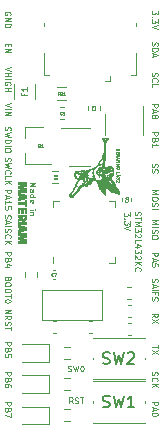
<source format=gbr>
%TF.GenerationSoftware,KiCad,Pcbnew,5.1.9-73d0e3b20d~88~ubuntu20.10.1*%
%TF.CreationDate,2021-01-08T13:25:03-06:00*%
%TF.ProjectId,serafino l432kc,73657261-6669-46e6-9f20-6c3433326b63,rev?*%
%TF.SameCoordinates,Original*%
%TF.FileFunction,Legend,Top*%
%TF.FilePolarity,Positive*%
%FSLAX46Y46*%
G04 Gerber Fmt 4.6, Leading zero omitted, Abs format (unit mm)*
G04 Created by KiCad (PCBNEW 5.1.9-73d0e3b20d~88~ubuntu20.10.1) date 2021-01-08 13:25:03*
%MOMM*%
%LPD*%
G01*
G04 APERTURE LIST*
%ADD10C,0.125000*%
%ADD11C,0.080000*%
%ADD12C,0.060000*%
%ADD13C,0.040000*%
%ADD14C,0.010000*%
%ADD15C,0.120000*%
%ADD16C,0.050000*%
%ADD17C,0.150000*%
G04 APERTURE END LIST*
D10*
X195133333Y-122102380D02*
X195204761Y-122126190D01*
X195323809Y-122126190D01*
X195371428Y-122102380D01*
X195395238Y-122078571D01*
X195419047Y-122030952D01*
X195419047Y-121983333D01*
X195395238Y-121935714D01*
X195371428Y-121911904D01*
X195323809Y-121888095D01*
X195228571Y-121864285D01*
X195180952Y-121840476D01*
X195157142Y-121816666D01*
X195133333Y-121769047D01*
X195133333Y-121721428D01*
X195157142Y-121673809D01*
X195180952Y-121650000D01*
X195228571Y-121626190D01*
X195347619Y-121626190D01*
X195419047Y-121650000D01*
X195585714Y-121626190D02*
X195704761Y-122126190D01*
X195800000Y-121769047D01*
X195895238Y-122126190D01*
X196014285Y-121626190D01*
X196300000Y-121626190D02*
X196347619Y-121626190D01*
X196395238Y-121650000D01*
X196419047Y-121673809D01*
X196442857Y-121721428D01*
X196466666Y-121816666D01*
X196466666Y-121935714D01*
X196442857Y-122030952D01*
X196419047Y-122078571D01*
X196395238Y-122102380D01*
X196347619Y-122126190D01*
X196300000Y-122126190D01*
X196252380Y-122102380D01*
X196228571Y-122078571D01*
X196204761Y-122030952D01*
X196180952Y-121935714D01*
X196180952Y-121816666D01*
X196204761Y-121721428D01*
X196228571Y-121673809D01*
X196252380Y-121650000D01*
X196300000Y-121626190D01*
X195526190Y-124826190D02*
X195359523Y-124588095D01*
X195240476Y-124826190D02*
X195240476Y-124326190D01*
X195430952Y-124326190D01*
X195478571Y-124350000D01*
X195502380Y-124373809D01*
X195526190Y-124421428D01*
X195526190Y-124492857D01*
X195502380Y-124540476D01*
X195478571Y-124564285D01*
X195430952Y-124588095D01*
X195240476Y-124588095D01*
X195716666Y-124802380D02*
X195788095Y-124826190D01*
X195907142Y-124826190D01*
X195954761Y-124802380D01*
X195978571Y-124778571D01*
X196002380Y-124730952D01*
X196002380Y-124683333D01*
X195978571Y-124635714D01*
X195954761Y-124611904D01*
X195907142Y-124588095D01*
X195811904Y-124564285D01*
X195764285Y-124540476D01*
X195740476Y-124516666D01*
X195716666Y-124469047D01*
X195716666Y-124421428D01*
X195740476Y-124373809D01*
X195764285Y-124350000D01*
X195811904Y-124326190D01*
X195930952Y-124326190D01*
X196002380Y-124350000D01*
X196145238Y-124326190D02*
X196430952Y-124326190D01*
X196288095Y-124826190D02*
X196288095Y-124326190D01*
D11*
X200373809Y-108661904D02*
X200373809Y-108971428D01*
X200183333Y-108804761D01*
X200183333Y-108876190D01*
X200159523Y-108923809D01*
X200135714Y-108947619D01*
X200088095Y-108971428D01*
X199969047Y-108971428D01*
X199921428Y-108947619D01*
X199897619Y-108923809D01*
X199873809Y-108876190D01*
X199873809Y-108733333D01*
X199897619Y-108685714D01*
X199921428Y-108661904D01*
X199921428Y-109185714D02*
X199897619Y-109209523D01*
X199873809Y-109185714D01*
X199897619Y-109161904D01*
X199921428Y-109185714D01*
X199873809Y-109185714D01*
X200373809Y-109376190D02*
X200373809Y-109685714D01*
X200183333Y-109519047D01*
X200183333Y-109590476D01*
X200159523Y-109638095D01*
X200135714Y-109661904D01*
X200088095Y-109685714D01*
X199969047Y-109685714D01*
X199921428Y-109661904D01*
X199897619Y-109638095D01*
X199873809Y-109590476D01*
X199873809Y-109447619D01*
X199897619Y-109400000D01*
X199921428Y-109376190D01*
X200373809Y-109828571D02*
X199873809Y-109995238D01*
X200373809Y-110161904D01*
X200797619Y-108588095D02*
X200773809Y-108659523D01*
X200773809Y-108778571D01*
X200797619Y-108826190D01*
X200821428Y-108850000D01*
X200869047Y-108873809D01*
X200916666Y-108873809D01*
X200964285Y-108850000D01*
X200988095Y-108826190D01*
X201011904Y-108778571D01*
X201035714Y-108683333D01*
X201059523Y-108635714D01*
X201083333Y-108611904D01*
X201130952Y-108588095D01*
X201178571Y-108588095D01*
X201226190Y-108611904D01*
X201250000Y-108635714D01*
X201273809Y-108683333D01*
X201273809Y-108802380D01*
X201250000Y-108873809D01*
X201273809Y-109016666D02*
X201273809Y-109302380D01*
X200773809Y-109159523D02*
X201273809Y-109159523D01*
X200773809Y-109469047D02*
X201273809Y-109469047D01*
X200916666Y-109635714D01*
X201273809Y-109802380D01*
X200773809Y-109802380D01*
X201273809Y-109992857D02*
X201273809Y-110302380D01*
X201083333Y-110135714D01*
X201083333Y-110207142D01*
X201059523Y-110254761D01*
X201035714Y-110278571D01*
X200988095Y-110302380D01*
X200869047Y-110302380D01*
X200821428Y-110278571D01*
X200797619Y-110254761D01*
X200773809Y-110207142D01*
X200773809Y-110064285D01*
X200797619Y-110016666D01*
X200821428Y-109992857D01*
X201226190Y-110492857D02*
X201250000Y-110516666D01*
X201273809Y-110564285D01*
X201273809Y-110683333D01*
X201250000Y-110730952D01*
X201226190Y-110754761D01*
X201178571Y-110778571D01*
X201130952Y-110778571D01*
X201059523Y-110754761D01*
X200773809Y-110469047D01*
X200773809Y-110778571D01*
X200773809Y-111230952D02*
X200773809Y-110992857D01*
X201273809Y-110992857D01*
X201107142Y-111611904D02*
X200773809Y-111611904D01*
X201297619Y-111492857D02*
X200940476Y-111373809D01*
X200940476Y-111683333D01*
X201273809Y-111826190D02*
X201273809Y-112135714D01*
X201083333Y-111969047D01*
X201083333Y-112040476D01*
X201059523Y-112088095D01*
X201035714Y-112111904D01*
X200988095Y-112135714D01*
X200869047Y-112135714D01*
X200821428Y-112111904D01*
X200797619Y-112088095D01*
X200773809Y-112040476D01*
X200773809Y-111897619D01*
X200797619Y-111850000D01*
X200821428Y-111826190D01*
X201226190Y-112326190D02*
X201250000Y-112350000D01*
X201273809Y-112397619D01*
X201273809Y-112516666D01*
X201250000Y-112564285D01*
X201226190Y-112588095D01*
X201178571Y-112611904D01*
X201130952Y-112611904D01*
X201059523Y-112588095D01*
X200773809Y-112302380D01*
X200773809Y-112611904D01*
X200773809Y-112826190D02*
X201273809Y-112826190D01*
X200773809Y-113111904D02*
X201059523Y-112897619D01*
X201273809Y-113111904D02*
X200988095Y-112826190D01*
X200821428Y-113611904D02*
X200797619Y-113588095D01*
X200773809Y-113516666D01*
X200773809Y-113469047D01*
X200797619Y-113397619D01*
X200845238Y-113350000D01*
X200892857Y-113326190D01*
X200988095Y-113302380D01*
X201059523Y-113302380D01*
X201154761Y-113326190D01*
X201202380Y-113350000D01*
X201250000Y-113397619D01*
X201273809Y-113469047D01*
X201273809Y-113516666D01*
X201250000Y-113588095D01*
X201226190Y-113611904D01*
D12*
X191873809Y-106130952D02*
X192373809Y-106130952D01*
X192016666Y-106297619D01*
X192373809Y-106464285D01*
X191873809Y-106464285D01*
X191873809Y-106916666D02*
X192135714Y-106916666D01*
X192183333Y-106892857D01*
X192207142Y-106845238D01*
X192207142Y-106750000D01*
X192183333Y-106702380D01*
X191897619Y-106916666D02*
X191873809Y-106869047D01*
X191873809Y-106750000D01*
X191897619Y-106702380D01*
X191945238Y-106678571D01*
X191992857Y-106678571D01*
X192040476Y-106702380D01*
X192064285Y-106750000D01*
X192064285Y-106869047D01*
X192088095Y-106916666D01*
X191873809Y-107369047D02*
X192373809Y-107369047D01*
X191897619Y-107369047D02*
X191873809Y-107321428D01*
X191873809Y-107226190D01*
X191897619Y-107178571D01*
X191921428Y-107154761D01*
X191969047Y-107130952D01*
X192111904Y-107130952D01*
X192159523Y-107154761D01*
X192183333Y-107178571D01*
X192207142Y-107226190D01*
X192207142Y-107321428D01*
X192183333Y-107369047D01*
X191897619Y-107797619D02*
X191873809Y-107750000D01*
X191873809Y-107654761D01*
X191897619Y-107607142D01*
X191945238Y-107583333D01*
X192135714Y-107583333D01*
X192183333Y-107607142D01*
X192207142Y-107654761D01*
X192207142Y-107750000D01*
X192183333Y-107797619D01*
X192135714Y-107821428D01*
X192088095Y-107821428D01*
X192040476Y-107583333D01*
X191873809Y-108416666D02*
X192207142Y-108416666D01*
X192373809Y-108416666D02*
X192350000Y-108392857D01*
X192326190Y-108416666D01*
X192350000Y-108440476D01*
X192373809Y-108416666D01*
X192326190Y-108416666D01*
X192207142Y-108654761D02*
X191873809Y-108654761D01*
X192159523Y-108654761D02*
X192183333Y-108678571D01*
X192207142Y-108726190D01*
X192207142Y-108797619D01*
X192183333Y-108845238D01*
X192135714Y-108869047D01*
X191873809Y-108869047D01*
D13*
X199248809Y-103273619D02*
X199236904Y-103309333D01*
X199236904Y-103368857D01*
X199248809Y-103392666D01*
X199260714Y-103404571D01*
X199284523Y-103416476D01*
X199308333Y-103416476D01*
X199332142Y-103404571D01*
X199344047Y-103392666D01*
X199355952Y-103368857D01*
X199367857Y-103321238D01*
X199379761Y-103297428D01*
X199391666Y-103285523D01*
X199415476Y-103273619D01*
X199439285Y-103273619D01*
X199463095Y-103285523D01*
X199475000Y-103297428D01*
X199486904Y-103321238D01*
X199486904Y-103380761D01*
X199475000Y-103416476D01*
X199367857Y-103523619D02*
X199367857Y-103606952D01*
X199236904Y-103642666D02*
X199236904Y-103523619D01*
X199486904Y-103523619D01*
X199486904Y-103642666D01*
X199236904Y-103892666D02*
X199355952Y-103809333D01*
X199236904Y-103749809D02*
X199486904Y-103749809D01*
X199486904Y-103845047D01*
X199475000Y-103868857D01*
X199463095Y-103880761D01*
X199439285Y-103892666D01*
X199403571Y-103892666D01*
X199379761Y-103880761D01*
X199367857Y-103868857D01*
X199355952Y-103845047D01*
X199355952Y-103749809D01*
X199308333Y-103987904D02*
X199308333Y-104106952D01*
X199236904Y-103964095D02*
X199486904Y-104047428D01*
X199236904Y-104130761D01*
X199367857Y-104297428D02*
X199367857Y-104214095D01*
X199236904Y-104214095D02*
X199486904Y-104214095D01*
X199486904Y-104333142D01*
X199236904Y-104428380D02*
X199486904Y-104428380D01*
X199236904Y-104547428D02*
X199486904Y-104547428D01*
X199236904Y-104690285D01*
X199486904Y-104690285D01*
X199486904Y-104856952D02*
X199486904Y-104904571D01*
X199475000Y-104928380D01*
X199451190Y-104952190D01*
X199403571Y-104964095D01*
X199320238Y-104964095D01*
X199272619Y-104952190D01*
X199248809Y-104928380D01*
X199236904Y-104904571D01*
X199236904Y-104856952D01*
X199248809Y-104833142D01*
X199272619Y-104809333D01*
X199320238Y-104797428D01*
X199403571Y-104797428D01*
X199451190Y-104809333D01*
X199475000Y-104833142D01*
X199486904Y-104856952D01*
X199236904Y-105380761D02*
X199236904Y-105261714D01*
X199486904Y-105261714D01*
X199403571Y-105571238D02*
X199236904Y-105571238D01*
X199498809Y-105511714D02*
X199320238Y-105452190D01*
X199320238Y-105606952D01*
X199486904Y-105678380D02*
X199486904Y-105833142D01*
X199391666Y-105749809D01*
X199391666Y-105785523D01*
X199379761Y-105809333D01*
X199367857Y-105821238D01*
X199344047Y-105833142D01*
X199284523Y-105833142D01*
X199260714Y-105821238D01*
X199248809Y-105809333D01*
X199236904Y-105785523D01*
X199236904Y-105714095D01*
X199248809Y-105690285D01*
X199260714Y-105678380D01*
X199463095Y-105928380D02*
X199475000Y-105940285D01*
X199486904Y-105964095D01*
X199486904Y-106023619D01*
X199475000Y-106047428D01*
X199463095Y-106059333D01*
X199439285Y-106071238D01*
X199415476Y-106071238D01*
X199379761Y-106059333D01*
X199236904Y-105916476D01*
X199236904Y-106071238D01*
D10*
X202211809Y-124702166D02*
X202711809Y-124702166D01*
X202711809Y-124892642D01*
X202688000Y-124940261D01*
X202664190Y-124964071D01*
X202616571Y-124987880D01*
X202545142Y-124987880D01*
X202497523Y-124964071D01*
X202473714Y-124940261D01*
X202449904Y-124892642D01*
X202449904Y-124702166D01*
X202354666Y-125178357D02*
X202354666Y-125416452D01*
X202211809Y-125130738D02*
X202711809Y-125297404D01*
X202211809Y-125464071D01*
X202711809Y-125725976D02*
X202711809Y-125773595D01*
X202688000Y-125821214D01*
X202664190Y-125845023D01*
X202616571Y-125868833D01*
X202521333Y-125892642D01*
X202402285Y-125892642D01*
X202307047Y-125868833D01*
X202259428Y-125845023D01*
X202235619Y-125821214D01*
X202211809Y-125773595D01*
X202211809Y-125725976D01*
X202235619Y-125678357D01*
X202259428Y-125654547D01*
X202307047Y-125630738D01*
X202402285Y-125606928D01*
X202521333Y-125606928D01*
X202616571Y-125630738D01*
X202664190Y-125654547D01*
X202688000Y-125678357D01*
X202711809Y-125725976D01*
X202235619Y-122166142D02*
X202211809Y-122237571D01*
X202211809Y-122356619D01*
X202235619Y-122404238D01*
X202259428Y-122428047D01*
X202307047Y-122451857D01*
X202354666Y-122451857D01*
X202402285Y-122428047D01*
X202426095Y-122404238D01*
X202449904Y-122356619D01*
X202473714Y-122261380D01*
X202497523Y-122213761D01*
X202521333Y-122189952D01*
X202568952Y-122166142D01*
X202616571Y-122166142D01*
X202664190Y-122189952D01*
X202688000Y-122213761D01*
X202711809Y-122261380D01*
X202711809Y-122380428D01*
X202688000Y-122451857D01*
X202259428Y-122951857D02*
X202235619Y-122928047D01*
X202211809Y-122856619D01*
X202211809Y-122809000D01*
X202235619Y-122737571D01*
X202283238Y-122689952D01*
X202330857Y-122666142D01*
X202426095Y-122642333D01*
X202497523Y-122642333D01*
X202592761Y-122666142D01*
X202640380Y-122689952D01*
X202688000Y-122737571D01*
X202711809Y-122809000D01*
X202711809Y-122856619D01*
X202688000Y-122928047D01*
X202664190Y-122951857D01*
X202211809Y-123166142D02*
X202711809Y-123166142D01*
X202211809Y-123451857D02*
X202497523Y-123237571D01*
X202711809Y-123451857D02*
X202426095Y-123166142D01*
X202711809Y-119888047D02*
X202711809Y-120173761D01*
X202211809Y-120030904D02*
X202711809Y-120030904D01*
X202711809Y-120292809D02*
X202211809Y-120626142D01*
X202711809Y-120626142D02*
X202211809Y-120292809D01*
X202211809Y-117518666D02*
X202449904Y-117352000D01*
X202211809Y-117232952D02*
X202711809Y-117232952D01*
X202711809Y-117423428D01*
X202688000Y-117471047D01*
X202664190Y-117494857D01*
X202616571Y-117518666D01*
X202545142Y-117518666D01*
X202497523Y-117494857D01*
X202473714Y-117471047D01*
X202449904Y-117423428D01*
X202449904Y-117232952D01*
X202711809Y-117685333D02*
X202211809Y-118018666D01*
X202711809Y-118018666D02*
X202211809Y-117685333D01*
X202235619Y-114260428D02*
X202211809Y-114331857D01*
X202211809Y-114450904D01*
X202235619Y-114498523D01*
X202259428Y-114522333D01*
X202307047Y-114546142D01*
X202354666Y-114546142D01*
X202402285Y-114522333D01*
X202426095Y-114498523D01*
X202449904Y-114450904D01*
X202473714Y-114355666D01*
X202497523Y-114308047D01*
X202521333Y-114284238D01*
X202568952Y-114260428D01*
X202616571Y-114260428D01*
X202664190Y-114284238D01*
X202688000Y-114308047D01*
X202711809Y-114355666D01*
X202711809Y-114474714D01*
X202688000Y-114546142D01*
X202354666Y-114736619D02*
X202354666Y-114974714D01*
X202211809Y-114689000D02*
X202711809Y-114855666D01*
X202211809Y-115022333D01*
X202211809Y-115189000D02*
X202711809Y-115189000D01*
X202473714Y-115593761D02*
X202473714Y-115427095D01*
X202211809Y-115427095D02*
X202711809Y-115427095D01*
X202711809Y-115665190D01*
X202235619Y-115831857D02*
X202211809Y-115903285D01*
X202211809Y-116022333D01*
X202235619Y-116069952D01*
X202259428Y-116093761D01*
X202307047Y-116117571D01*
X202354666Y-116117571D01*
X202402285Y-116093761D01*
X202426095Y-116069952D01*
X202449904Y-116022333D01*
X202473714Y-115927095D01*
X202497523Y-115879476D01*
X202521333Y-115855666D01*
X202568952Y-115831857D01*
X202616571Y-115831857D01*
X202664190Y-115855666D01*
X202688000Y-115879476D01*
X202711809Y-115927095D01*
X202711809Y-116046142D01*
X202688000Y-116117571D01*
X202211809Y-112065666D02*
X202711809Y-112065666D01*
X202711809Y-112256142D01*
X202688000Y-112303761D01*
X202664190Y-112327571D01*
X202616571Y-112351380D01*
X202545142Y-112351380D01*
X202497523Y-112327571D01*
X202473714Y-112303761D01*
X202449904Y-112256142D01*
X202449904Y-112065666D01*
X202354666Y-112541857D02*
X202354666Y-112779952D01*
X202211809Y-112494238D02*
X202711809Y-112660904D01*
X202211809Y-112827571D01*
X202711809Y-113232333D02*
X202711809Y-112994238D01*
X202473714Y-112970428D01*
X202497523Y-112994238D01*
X202521333Y-113041857D01*
X202521333Y-113160904D01*
X202497523Y-113208523D01*
X202473714Y-113232333D01*
X202426095Y-113256142D01*
X202307047Y-113256142D01*
X202259428Y-113232333D01*
X202235619Y-113208523D01*
X202211809Y-113160904D01*
X202211809Y-113041857D01*
X202235619Y-112994238D01*
X202259428Y-112970428D01*
X202211809Y-109323285D02*
X202711809Y-109323285D01*
X202354666Y-109489952D01*
X202711809Y-109656619D01*
X202211809Y-109656619D01*
X202211809Y-109894714D02*
X202711809Y-109894714D01*
X202235619Y-110109000D02*
X202211809Y-110180428D01*
X202211809Y-110299476D01*
X202235619Y-110347095D01*
X202259428Y-110370904D01*
X202307047Y-110394714D01*
X202354666Y-110394714D01*
X202402285Y-110370904D01*
X202426095Y-110347095D01*
X202449904Y-110299476D01*
X202473714Y-110204238D01*
X202497523Y-110156619D01*
X202521333Y-110132809D01*
X202568952Y-110109000D01*
X202616571Y-110109000D01*
X202664190Y-110132809D01*
X202688000Y-110156619D01*
X202711809Y-110204238D01*
X202711809Y-110323285D01*
X202688000Y-110394714D01*
X202711809Y-110704238D02*
X202711809Y-110799476D01*
X202688000Y-110847095D01*
X202640380Y-110894714D01*
X202545142Y-110918523D01*
X202378476Y-110918523D01*
X202283238Y-110894714D01*
X202235619Y-110847095D01*
X202211809Y-110799476D01*
X202211809Y-110704238D01*
X202235619Y-110656619D01*
X202283238Y-110609000D01*
X202378476Y-110585190D01*
X202545142Y-110585190D01*
X202640380Y-110609000D01*
X202688000Y-110656619D01*
X202711809Y-110704238D01*
X202211809Y-106783285D02*
X202711809Y-106783285D01*
X202354666Y-106949952D01*
X202711809Y-107116619D01*
X202211809Y-107116619D01*
X202711809Y-107449952D02*
X202711809Y-107545190D01*
X202688000Y-107592809D01*
X202640380Y-107640428D01*
X202545142Y-107664238D01*
X202378476Y-107664238D01*
X202283238Y-107640428D01*
X202235619Y-107592809D01*
X202211809Y-107545190D01*
X202211809Y-107449952D01*
X202235619Y-107402333D01*
X202283238Y-107354714D01*
X202378476Y-107330904D01*
X202545142Y-107330904D01*
X202640380Y-107354714D01*
X202688000Y-107402333D01*
X202711809Y-107449952D01*
X202235619Y-107854714D02*
X202211809Y-107926142D01*
X202211809Y-108045190D01*
X202235619Y-108092809D01*
X202259428Y-108116619D01*
X202307047Y-108140428D01*
X202354666Y-108140428D01*
X202402285Y-108116619D01*
X202426095Y-108092809D01*
X202449904Y-108045190D01*
X202473714Y-107949952D01*
X202497523Y-107902333D01*
X202521333Y-107878523D01*
X202568952Y-107854714D01*
X202616571Y-107854714D01*
X202664190Y-107878523D01*
X202688000Y-107902333D01*
X202711809Y-107949952D01*
X202711809Y-108069000D01*
X202688000Y-108140428D01*
X202211809Y-108354714D02*
X202711809Y-108354714D01*
X202235619Y-104521047D02*
X202211809Y-104592476D01*
X202211809Y-104711523D01*
X202235619Y-104759142D01*
X202259428Y-104782952D01*
X202307047Y-104806761D01*
X202354666Y-104806761D01*
X202402285Y-104782952D01*
X202426095Y-104759142D01*
X202449904Y-104711523D01*
X202473714Y-104616285D01*
X202497523Y-104568666D01*
X202521333Y-104544857D01*
X202568952Y-104521047D01*
X202616571Y-104521047D01*
X202664190Y-104544857D01*
X202688000Y-104568666D01*
X202711809Y-104616285D01*
X202711809Y-104735333D01*
X202688000Y-104806761D01*
X202235619Y-104997238D02*
X202211809Y-105068666D01*
X202211809Y-105187714D01*
X202235619Y-105235333D01*
X202259428Y-105259142D01*
X202307047Y-105282952D01*
X202354666Y-105282952D01*
X202402285Y-105259142D01*
X202426095Y-105235333D01*
X202449904Y-105187714D01*
X202473714Y-105092476D01*
X202497523Y-105044857D01*
X202521333Y-105021047D01*
X202568952Y-104997238D01*
X202616571Y-104997238D01*
X202664190Y-105021047D01*
X202688000Y-105044857D01*
X202711809Y-105092476D01*
X202711809Y-105211523D01*
X202688000Y-105282952D01*
X202211809Y-101869952D02*
X202711809Y-101869952D01*
X202711809Y-102060428D01*
X202688000Y-102108047D01*
X202664190Y-102131857D01*
X202616571Y-102155666D01*
X202545142Y-102155666D01*
X202497523Y-102131857D01*
X202473714Y-102108047D01*
X202449904Y-102060428D01*
X202449904Y-101869952D01*
X202473714Y-102536619D02*
X202449904Y-102608047D01*
X202426095Y-102631857D01*
X202378476Y-102655666D01*
X202307047Y-102655666D01*
X202259428Y-102631857D01*
X202235619Y-102608047D01*
X202211809Y-102560428D01*
X202211809Y-102369952D01*
X202711809Y-102369952D01*
X202711809Y-102536619D01*
X202688000Y-102584238D01*
X202664190Y-102608047D01*
X202616571Y-102631857D01*
X202568952Y-102631857D01*
X202521333Y-102608047D01*
X202497523Y-102584238D01*
X202473714Y-102536619D01*
X202473714Y-102369952D01*
X202211809Y-103131857D02*
X202211809Y-102846142D01*
X202211809Y-102989000D02*
X202711809Y-102989000D01*
X202640380Y-102941380D01*
X202592761Y-102893761D01*
X202568952Y-102846142D01*
X202211809Y-99492666D02*
X202711809Y-99492666D01*
X202711809Y-99683142D01*
X202688000Y-99730761D01*
X202664190Y-99754571D01*
X202616571Y-99778380D01*
X202545142Y-99778380D01*
X202497523Y-99754571D01*
X202473714Y-99730761D01*
X202449904Y-99683142D01*
X202449904Y-99492666D01*
X202354666Y-99968857D02*
X202354666Y-100206952D01*
X202211809Y-99921238D02*
X202711809Y-100087904D01*
X202211809Y-100254571D01*
X202497523Y-100492666D02*
X202521333Y-100445047D01*
X202545142Y-100421238D01*
X202592761Y-100397428D01*
X202616571Y-100397428D01*
X202664190Y-100421238D01*
X202688000Y-100445047D01*
X202711809Y-100492666D01*
X202711809Y-100587904D01*
X202688000Y-100635523D01*
X202664190Y-100659333D01*
X202616571Y-100683142D01*
X202592761Y-100683142D01*
X202545142Y-100659333D01*
X202521333Y-100635523D01*
X202497523Y-100587904D01*
X202497523Y-100492666D01*
X202473714Y-100445047D01*
X202449904Y-100421238D01*
X202402285Y-100397428D01*
X202307047Y-100397428D01*
X202259428Y-100421238D01*
X202235619Y-100445047D01*
X202211809Y-100492666D01*
X202211809Y-100587904D01*
X202235619Y-100635523D01*
X202259428Y-100659333D01*
X202307047Y-100683142D01*
X202402285Y-100683142D01*
X202449904Y-100659333D01*
X202473714Y-100635523D01*
X202497523Y-100587904D01*
X202235619Y-96813761D02*
X202211809Y-96885190D01*
X202211809Y-97004238D01*
X202235619Y-97051857D01*
X202259428Y-97075666D01*
X202307047Y-97099476D01*
X202354666Y-97099476D01*
X202402285Y-97075666D01*
X202426095Y-97051857D01*
X202449904Y-97004238D01*
X202473714Y-96909000D01*
X202497523Y-96861380D01*
X202521333Y-96837571D01*
X202568952Y-96813761D01*
X202616571Y-96813761D01*
X202664190Y-96837571D01*
X202688000Y-96861380D01*
X202711809Y-96909000D01*
X202711809Y-97028047D01*
X202688000Y-97099476D01*
X202259428Y-97599476D02*
X202235619Y-97575666D01*
X202211809Y-97504238D01*
X202211809Y-97456619D01*
X202235619Y-97385190D01*
X202283238Y-97337571D01*
X202330857Y-97313761D01*
X202426095Y-97289952D01*
X202497523Y-97289952D01*
X202592761Y-97313761D01*
X202640380Y-97337571D01*
X202688000Y-97385190D01*
X202711809Y-97456619D01*
X202711809Y-97504238D01*
X202688000Y-97575666D01*
X202664190Y-97599476D01*
X202211809Y-98051857D02*
X202211809Y-97813761D01*
X202711809Y-97813761D01*
X202235619Y-94261857D02*
X202211809Y-94333285D01*
X202211809Y-94452333D01*
X202235619Y-94499952D01*
X202259428Y-94523761D01*
X202307047Y-94547571D01*
X202354666Y-94547571D01*
X202402285Y-94523761D01*
X202426095Y-94499952D01*
X202449904Y-94452333D01*
X202473714Y-94357095D01*
X202497523Y-94309476D01*
X202521333Y-94285666D01*
X202568952Y-94261857D01*
X202616571Y-94261857D01*
X202664190Y-94285666D01*
X202688000Y-94309476D01*
X202711809Y-94357095D01*
X202711809Y-94476142D01*
X202688000Y-94547571D01*
X202211809Y-94761857D02*
X202711809Y-94761857D01*
X202711809Y-94880904D01*
X202688000Y-94952333D01*
X202640380Y-94999952D01*
X202592761Y-95023761D01*
X202497523Y-95047571D01*
X202426095Y-95047571D01*
X202330857Y-95023761D01*
X202283238Y-94999952D01*
X202235619Y-94952333D01*
X202211809Y-94880904D01*
X202211809Y-94761857D01*
X202354666Y-95238047D02*
X202354666Y-95476142D01*
X202211809Y-95190428D02*
X202711809Y-95357095D01*
X202211809Y-95523761D01*
X202711809Y-91590904D02*
X202711809Y-91900428D01*
X202521333Y-91733761D01*
X202521333Y-91805190D01*
X202497523Y-91852809D01*
X202473714Y-91876619D01*
X202426095Y-91900428D01*
X202307047Y-91900428D01*
X202259428Y-91876619D01*
X202235619Y-91852809D01*
X202211809Y-91805190D01*
X202211809Y-91662333D01*
X202235619Y-91614714D01*
X202259428Y-91590904D01*
X202259428Y-92114714D02*
X202235619Y-92138523D01*
X202211809Y-92114714D01*
X202235619Y-92090904D01*
X202259428Y-92114714D01*
X202211809Y-92114714D01*
X202711809Y-92305190D02*
X202711809Y-92614714D01*
X202521333Y-92448047D01*
X202521333Y-92519476D01*
X202497523Y-92567095D01*
X202473714Y-92590904D01*
X202426095Y-92614714D01*
X202307047Y-92614714D01*
X202259428Y-92590904D01*
X202235619Y-92567095D01*
X202211809Y-92519476D01*
X202211809Y-92376619D01*
X202235619Y-92329000D01*
X202259428Y-92305190D01*
X202711809Y-92757571D02*
X202211809Y-92924238D01*
X202711809Y-93090904D01*
X189765809Y-124729952D02*
X190265809Y-124729952D01*
X190265809Y-124920428D01*
X190242000Y-124968047D01*
X190218190Y-124991857D01*
X190170571Y-125015666D01*
X190099142Y-125015666D01*
X190051523Y-124991857D01*
X190027714Y-124968047D01*
X190003904Y-124920428D01*
X190003904Y-124729952D01*
X190027714Y-125396619D02*
X190003904Y-125468047D01*
X189980095Y-125491857D01*
X189932476Y-125515666D01*
X189861047Y-125515666D01*
X189813428Y-125491857D01*
X189789619Y-125468047D01*
X189765809Y-125420428D01*
X189765809Y-125229952D01*
X190265809Y-125229952D01*
X190265809Y-125396619D01*
X190242000Y-125444238D01*
X190218190Y-125468047D01*
X190170571Y-125491857D01*
X190122952Y-125491857D01*
X190075333Y-125468047D01*
X190051523Y-125444238D01*
X190027714Y-125396619D01*
X190027714Y-125229952D01*
X190265809Y-125682333D02*
X190265809Y-126015666D01*
X189765809Y-125801380D01*
X189765809Y-122189952D02*
X190265809Y-122189952D01*
X190265809Y-122380428D01*
X190242000Y-122428047D01*
X190218190Y-122451857D01*
X190170571Y-122475666D01*
X190099142Y-122475666D01*
X190051523Y-122451857D01*
X190027714Y-122428047D01*
X190003904Y-122380428D01*
X190003904Y-122189952D01*
X190027714Y-122856619D02*
X190003904Y-122928047D01*
X189980095Y-122951857D01*
X189932476Y-122975666D01*
X189861047Y-122975666D01*
X189813428Y-122951857D01*
X189789619Y-122928047D01*
X189765809Y-122880428D01*
X189765809Y-122689952D01*
X190265809Y-122689952D01*
X190265809Y-122856619D01*
X190242000Y-122904238D01*
X190218190Y-122928047D01*
X190170571Y-122951857D01*
X190122952Y-122951857D01*
X190075333Y-122928047D01*
X190051523Y-122904238D01*
X190027714Y-122856619D01*
X190027714Y-122689952D01*
X190265809Y-123404238D02*
X190265809Y-123309000D01*
X190242000Y-123261380D01*
X190218190Y-123237571D01*
X190146761Y-123189952D01*
X190051523Y-123166142D01*
X189861047Y-123166142D01*
X189813428Y-123189952D01*
X189789619Y-123213761D01*
X189765809Y-123261380D01*
X189765809Y-123356619D01*
X189789619Y-123404238D01*
X189813428Y-123428047D01*
X189861047Y-123451857D01*
X189980095Y-123451857D01*
X190027714Y-123428047D01*
X190051523Y-123404238D01*
X190075333Y-123356619D01*
X190075333Y-123261380D01*
X190051523Y-123213761D01*
X190027714Y-123189952D01*
X189980095Y-123166142D01*
X189765809Y-119649952D02*
X190265809Y-119649952D01*
X190265809Y-119840428D01*
X190242000Y-119888047D01*
X190218190Y-119911857D01*
X190170571Y-119935666D01*
X190099142Y-119935666D01*
X190051523Y-119911857D01*
X190027714Y-119888047D01*
X190003904Y-119840428D01*
X190003904Y-119649952D01*
X190027714Y-120316619D02*
X190003904Y-120388047D01*
X189980095Y-120411857D01*
X189932476Y-120435666D01*
X189861047Y-120435666D01*
X189813428Y-120411857D01*
X189789619Y-120388047D01*
X189765809Y-120340428D01*
X189765809Y-120149952D01*
X190265809Y-120149952D01*
X190265809Y-120316619D01*
X190242000Y-120364238D01*
X190218190Y-120388047D01*
X190170571Y-120411857D01*
X190122952Y-120411857D01*
X190075333Y-120388047D01*
X190051523Y-120364238D01*
X190027714Y-120316619D01*
X190027714Y-120149952D01*
X190265809Y-120888047D02*
X190265809Y-120649952D01*
X190027714Y-120626142D01*
X190051523Y-120649952D01*
X190075333Y-120697571D01*
X190075333Y-120816619D01*
X190051523Y-120864238D01*
X190027714Y-120888047D01*
X189980095Y-120911857D01*
X189861047Y-120911857D01*
X189813428Y-120888047D01*
X189789619Y-120864238D01*
X189765809Y-120816619D01*
X189765809Y-120697571D01*
X189789619Y-120649952D01*
X189813428Y-120626142D01*
X189765809Y-116907571D02*
X190265809Y-116907571D01*
X189765809Y-117193285D01*
X190265809Y-117193285D01*
X189765809Y-117717095D02*
X190003904Y-117550428D01*
X189765809Y-117431380D02*
X190265809Y-117431380D01*
X190265809Y-117621857D01*
X190242000Y-117669476D01*
X190218190Y-117693285D01*
X190170571Y-117717095D01*
X190099142Y-117717095D01*
X190051523Y-117693285D01*
X190027714Y-117669476D01*
X190003904Y-117621857D01*
X190003904Y-117431380D01*
X189789619Y-117907571D02*
X189765809Y-117979000D01*
X189765809Y-118098047D01*
X189789619Y-118145666D01*
X189813428Y-118169476D01*
X189861047Y-118193285D01*
X189908666Y-118193285D01*
X189956285Y-118169476D01*
X189980095Y-118145666D01*
X190003904Y-118098047D01*
X190027714Y-118002809D01*
X190051523Y-117955190D01*
X190075333Y-117931380D01*
X190122952Y-117907571D01*
X190170571Y-117907571D01*
X190218190Y-117931380D01*
X190242000Y-117955190D01*
X190265809Y-118002809D01*
X190265809Y-118121857D01*
X190242000Y-118193285D01*
X190265809Y-118336142D02*
X190265809Y-118621857D01*
X189765809Y-118479000D02*
X190265809Y-118479000D01*
X190027714Y-114272333D02*
X190003904Y-114343761D01*
X189980095Y-114367571D01*
X189932476Y-114391380D01*
X189861047Y-114391380D01*
X189813428Y-114367571D01*
X189789619Y-114343761D01*
X189765809Y-114296142D01*
X189765809Y-114105666D01*
X190265809Y-114105666D01*
X190265809Y-114272333D01*
X190242000Y-114319952D01*
X190218190Y-114343761D01*
X190170571Y-114367571D01*
X190122952Y-114367571D01*
X190075333Y-114343761D01*
X190051523Y-114319952D01*
X190027714Y-114272333D01*
X190027714Y-114105666D01*
X190265809Y-114700904D02*
X190265809Y-114796142D01*
X190242000Y-114843761D01*
X190194380Y-114891380D01*
X190099142Y-114915190D01*
X189932476Y-114915190D01*
X189837238Y-114891380D01*
X189789619Y-114843761D01*
X189765809Y-114796142D01*
X189765809Y-114700904D01*
X189789619Y-114653285D01*
X189837238Y-114605666D01*
X189932476Y-114581857D01*
X190099142Y-114581857D01*
X190194380Y-114605666D01*
X190242000Y-114653285D01*
X190265809Y-114700904D01*
X190265809Y-115224714D02*
X190265809Y-115319952D01*
X190242000Y-115367571D01*
X190194380Y-115415190D01*
X190099142Y-115439000D01*
X189932476Y-115439000D01*
X189837238Y-115415190D01*
X189789619Y-115367571D01*
X189765809Y-115319952D01*
X189765809Y-115224714D01*
X189789619Y-115177095D01*
X189837238Y-115129476D01*
X189932476Y-115105666D01*
X190099142Y-115105666D01*
X190194380Y-115129476D01*
X190242000Y-115177095D01*
X190265809Y-115224714D01*
X190265809Y-115581857D02*
X190265809Y-115867571D01*
X189765809Y-115724714D02*
X190265809Y-115724714D01*
X190265809Y-116129476D02*
X190265809Y-116177095D01*
X190242000Y-116224714D01*
X190218190Y-116248523D01*
X190170571Y-116272333D01*
X190075333Y-116296142D01*
X189956285Y-116296142D01*
X189861047Y-116272333D01*
X189813428Y-116248523D01*
X189789619Y-116224714D01*
X189765809Y-116177095D01*
X189765809Y-116129476D01*
X189789619Y-116081857D01*
X189813428Y-116058047D01*
X189861047Y-116034238D01*
X189956285Y-116010428D01*
X190075333Y-116010428D01*
X190170571Y-116034238D01*
X190218190Y-116058047D01*
X190242000Y-116081857D01*
X190265809Y-116129476D01*
X189765809Y-112029952D02*
X190265809Y-112029952D01*
X190265809Y-112220428D01*
X190242000Y-112268047D01*
X190218190Y-112291857D01*
X190170571Y-112315666D01*
X190099142Y-112315666D01*
X190051523Y-112291857D01*
X190027714Y-112268047D01*
X190003904Y-112220428D01*
X190003904Y-112029952D01*
X190027714Y-112696619D02*
X190003904Y-112768047D01*
X189980095Y-112791857D01*
X189932476Y-112815666D01*
X189861047Y-112815666D01*
X189813428Y-112791857D01*
X189789619Y-112768047D01*
X189765809Y-112720428D01*
X189765809Y-112529952D01*
X190265809Y-112529952D01*
X190265809Y-112696619D01*
X190242000Y-112744238D01*
X190218190Y-112768047D01*
X190170571Y-112791857D01*
X190122952Y-112791857D01*
X190075333Y-112768047D01*
X190051523Y-112744238D01*
X190027714Y-112696619D01*
X190027714Y-112529952D01*
X190099142Y-113244238D02*
X189765809Y-113244238D01*
X190289619Y-113125190D02*
X189932476Y-113006142D01*
X189932476Y-113315666D01*
X189789619Y-108894714D02*
X189765809Y-108966142D01*
X189765809Y-109085190D01*
X189789619Y-109132809D01*
X189813428Y-109156619D01*
X189861047Y-109180428D01*
X189908666Y-109180428D01*
X189956285Y-109156619D01*
X189980095Y-109132809D01*
X190003904Y-109085190D01*
X190027714Y-108989952D01*
X190051523Y-108942333D01*
X190075333Y-108918523D01*
X190122952Y-108894714D01*
X190170571Y-108894714D01*
X190218190Y-108918523D01*
X190242000Y-108942333D01*
X190265809Y-108989952D01*
X190265809Y-109109000D01*
X190242000Y-109180428D01*
X189908666Y-109370904D02*
X189908666Y-109609000D01*
X189765809Y-109323285D02*
X190265809Y-109489952D01*
X189765809Y-109656619D01*
X189765809Y-109823285D02*
X190265809Y-109823285D01*
X189789619Y-110037571D02*
X189765809Y-110109000D01*
X189765809Y-110228047D01*
X189789619Y-110275666D01*
X189813428Y-110299476D01*
X189861047Y-110323285D01*
X189908666Y-110323285D01*
X189956285Y-110299476D01*
X189980095Y-110275666D01*
X190003904Y-110228047D01*
X190027714Y-110132809D01*
X190051523Y-110085190D01*
X190075333Y-110061380D01*
X190122952Y-110037571D01*
X190170571Y-110037571D01*
X190218190Y-110061380D01*
X190242000Y-110085190D01*
X190265809Y-110132809D01*
X190265809Y-110251857D01*
X190242000Y-110323285D01*
X189813428Y-110823285D02*
X189789619Y-110799476D01*
X189765809Y-110728047D01*
X189765809Y-110680428D01*
X189789619Y-110609000D01*
X189837238Y-110561380D01*
X189884857Y-110537571D01*
X189980095Y-110513761D01*
X190051523Y-110513761D01*
X190146761Y-110537571D01*
X190194380Y-110561380D01*
X190242000Y-110609000D01*
X190265809Y-110680428D01*
X190265809Y-110728047D01*
X190242000Y-110799476D01*
X190218190Y-110823285D01*
X189765809Y-111037571D02*
X190265809Y-111037571D01*
X189765809Y-111323285D02*
X190051523Y-111109000D01*
X190265809Y-111323285D02*
X189980095Y-111037571D01*
X189765809Y-106747571D02*
X190265809Y-106747571D01*
X190265809Y-106938047D01*
X190242000Y-106985666D01*
X190218190Y-107009476D01*
X190170571Y-107033285D01*
X190099142Y-107033285D01*
X190051523Y-107009476D01*
X190027714Y-106985666D01*
X190003904Y-106938047D01*
X190003904Y-106747571D01*
X189908666Y-107223761D02*
X189908666Y-107461857D01*
X189765809Y-107176142D02*
X190265809Y-107342809D01*
X189765809Y-107509476D01*
X189765809Y-107938047D02*
X189765809Y-107652333D01*
X189765809Y-107795190D02*
X190265809Y-107795190D01*
X190194380Y-107747571D01*
X190146761Y-107699952D01*
X190122952Y-107652333D01*
X190265809Y-108390428D02*
X190265809Y-108152333D01*
X190027714Y-108128523D01*
X190051523Y-108152333D01*
X190075333Y-108199952D01*
X190075333Y-108319000D01*
X190051523Y-108366619D01*
X190027714Y-108390428D01*
X189980095Y-108414238D01*
X189861047Y-108414238D01*
X189813428Y-108390428D01*
X189789619Y-108366619D01*
X189765809Y-108319000D01*
X189765809Y-108199952D01*
X189789619Y-108152333D01*
X189813428Y-108128523D01*
X189789619Y-104025047D02*
X189765809Y-104096476D01*
X189765809Y-104215523D01*
X189789619Y-104263142D01*
X189813428Y-104286952D01*
X189861047Y-104310761D01*
X189908666Y-104310761D01*
X189956285Y-104286952D01*
X189980095Y-104263142D01*
X190003904Y-104215523D01*
X190027714Y-104120285D01*
X190051523Y-104072666D01*
X190075333Y-104048857D01*
X190122952Y-104025047D01*
X190170571Y-104025047D01*
X190218190Y-104048857D01*
X190242000Y-104072666D01*
X190265809Y-104120285D01*
X190265809Y-104239333D01*
X190242000Y-104310761D01*
X190265809Y-104477428D02*
X189765809Y-104596476D01*
X190122952Y-104691714D01*
X189765809Y-104786952D01*
X190265809Y-104906000D01*
X189813428Y-105382190D02*
X189789619Y-105358380D01*
X189765809Y-105286952D01*
X189765809Y-105239333D01*
X189789619Y-105167904D01*
X189837238Y-105120285D01*
X189884857Y-105096476D01*
X189980095Y-105072666D01*
X190051523Y-105072666D01*
X190146761Y-105096476D01*
X190194380Y-105120285D01*
X190242000Y-105167904D01*
X190265809Y-105239333D01*
X190265809Y-105286952D01*
X190242000Y-105358380D01*
X190218190Y-105382190D01*
X189765809Y-105834571D02*
X189765809Y-105596476D01*
X190265809Y-105596476D01*
X189765809Y-106001238D02*
X190265809Y-106001238D01*
X189765809Y-106286952D02*
X190051523Y-106072666D01*
X190265809Y-106286952D02*
X189980095Y-106001238D01*
X189789619Y-101429476D02*
X189765809Y-101500904D01*
X189765809Y-101619952D01*
X189789619Y-101667571D01*
X189813428Y-101691380D01*
X189861047Y-101715190D01*
X189908666Y-101715190D01*
X189956285Y-101691380D01*
X189980095Y-101667571D01*
X190003904Y-101619952D01*
X190027714Y-101524714D01*
X190051523Y-101477095D01*
X190075333Y-101453285D01*
X190122952Y-101429476D01*
X190170571Y-101429476D01*
X190218190Y-101453285D01*
X190242000Y-101477095D01*
X190265809Y-101524714D01*
X190265809Y-101643761D01*
X190242000Y-101715190D01*
X190265809Y-101881857D02*
X189765809Y-102000904D01*
X190122952Y-102096142D01*
X189765809Y-102191380D01*
X190265809Y-102310428D01*
X189765809Y-102500904D02*
X190265809Y-102500904D01*
X190265809Y-102619952D01*
X190242000Y-102691380D01*
X190194380Y-102739000D01*
X190146761Y-102762809D01*
X190051523Y-102786619D01*
X189980095Y-102786619D01*
X189884857Y-102762809D01*
X189837238Y-102739000D01*
X189789619Y-102691380D01*
X189765809Y-102619952D01*
X189765809Y-102500904D01*
X189765809Y-103000904D02*
X190265809Y-103000904D01*
X190265809Y-103334238D02*
X190265809Y-103429476D01*
X190242000Y-103477095D01*
X190194380Y-103524714D01*
X190099142Y-103548523D01*
X189932476Y-103548523D01*
X189837238Y-103524714D01*
X189789619Y-103477095D01*
X189765809Y-103429476D01*
X189765809Y-103334238D01*
X189789619Y-103286619D01*
X189837238Y-103239000D01*
X189932476Y-103215190D01*
X190099142Y-103215190D01*
X190194380Y-103239000D01*
X190242000Y-103286619D01*
X190265809Y-103334238D01*
X190265809Y-99401380D02*
X189765809Y-99568047D01*
X190265809Y-99734714D01*
X189765809Y-99901380D02*
X190265809Y-99901380D01*
X189765809Y-100139476D02*
X190265809Y-100139476D01*
X189765809Y-100425190D01*
X190265809Y-100425190D01*
X190265809Y-96349476D02*
X189765809Y-96516142D01*
X190265809Y-96682809D01*
X189765809Y-96849476D02*
X190265809Y-96849476D01*
X190027714Y-96849476D02*
X190027714Y-97135190D01*
X189765809Y-97135190D02*
X190265809Y-97135190D01*
X189765809Y-97373285D02*
X190265809Y-97373285D01*
X190242000Y-97873285D02*
X190265809Y-97825666D01*
X190265809Y-97754238D01*
X190242000Y-97682809D01*
X190194380Y-97635190D01*
X190146761Y-97611380D01*
X190051523Y-97587571D01*
X189980095Y-97587571D01*
X189884857Y-97611380D01*
X189837238Y-97635190D01*
X189789619Y-97682809D01*
X189765809Y-97754238D01*
X189765809Y-97801857D01*
X189789619Y-97873285D01*
X189813428Y-97897095D01*
X189980095Y-97897095D01*
X189980095Y-97801857D01*
X189765809Y-98111380D02*
X190265809Y-98111380D01*
X190027714Y-98111380D02*
X190027714Y-98397095D01*
X189765809Y-98397095D02*
X190265809Y-98397095D01*
X190027714Y-94372952D02*
X190027714Y-94539619D01*
X189765809Y-94611047D02*
X189765809Y-94372952D01*
X190265809Y-94372952D01*
X190265809Y-94611047D01*
X189765809Y-94825333D02*
X190265809Y-94825333D01*
X189765809Y-95111047D01*
X190265809Y-95111047D01*
X190242000Y-91948047D02*
X190265809Y-91900428D01*
X190265809Y-91829000D01*
X190242000Y-91757571D01*
X190194380Y-91709952D01*
X190146761Y-91686142D01*
X190051523Y-91662333D01*
X189980095Y-91662333D01*
X189884857Y-91686142D01*
X189837238Y-91709952D01*
X189789619Y-91757571D01*
X189765809Y-91829000D01*
X189765809Y-91876619D01*
X189789619Y-91948047D01*
X189813428Y-91971857D01*
X189980095Y-91971857D01*
X189980095Y-91876619D01*
X189765809Y-92186142D02*
X190265809Y-92186142D01*
X189765809Y-92471857D01*
X190265809Y-92471857D01*
X189765809Y-92709952D02*
X190265809Y-92709952D01*
X190265809Y-92829000D01*
X190242000Y-92900428D01*
X190194380Y-92948047D01*
X190146761Y-92971857D01*
X190051523Y-92995666D01*
X189980095Y-92995666D01*
X189884857Y-92971857D01*
X189837238Y-92948047D01*
X189789619Y-92900428D01*
X189765809Y-92829000D01*
X189765809Y-92709952D01*
D14*
%TO.C,G\u002A\u002A\u002A*%
G36*
X199443449Y-107016309D02*
G01*
X199434550Y-107045770D01*
X199419348Y-107062762D01*
X199397481Y-107067750D01*
X199376432Y-107063876D01*
X199349269Y-107051578D01*
X199317449Y-107031210D01*
X199285326Y-107006083D01*
X199257252Y-106979509D01*
X199242467Y-106961988D01*
X199229143Y-106944611D01*
X199220033Y-106937089D01*
X199210826Y-106937529D01*
X199199217Y-106943001D01*
X199182039Y-106957180D01*
X199178000Y-106971153D01*
X199172181Y-106986905D01*
X199158085Y-106995892D01*
X199140756Y-106997118D01*
X199125236Y-106989585D01*
X199119943Y-106982629D01*
X199105854Y-106970534D01*
X199092473Y-106968070D01*
X199071412Y-106964576D01*
X199052081Y-106957234D01*
X199036375Y-106950638D01*
X199024736Y-106952665D01*
X199013205Y-106960747D01*
X198997231Y-106970141D01*
X198983834Y-106968929D01*
X198981007Y-106967553D01*
X198963134Y-106963332D01*
X198952783Y-106964564D01*
X198938907Y-106963637D01*
X198922535Y-106951293D01*
X198917623Y-106946138D01*
X198902589Y-106932437D01*
X198893151Y-106929812D01*
X198891766Y-106931144D01*
X198881607Y-106936901D01*
X198865767Y-106939086D01*
X198845899Y-106933621D01*
X198823327Y-106919837D01*
X198803154Y-106901655D01*
X198790481Y-106882993D01*
X198789601Y-106880582D01*
X198779254Y-106868999D01*
X198764843Y-106866514D01*
X198742734Y-106859973D01*
X198720960Y-106842469D01*
X198703117Y-106817181D01*
X198698951Y-106808271D01*
X198689040Y-106792339D01*
X198674214Y-106786884D01*
X198668808Y-106786686D01*
X198650547Y-106782298D01*
X198628778Y-106768110D01*
X198612693Y-106754029D01*
X198592530Y-106737131D01*
X198574440Y-106725332D01*
X198563329Y-106721372D01*
X198546059Y-106715438D01*
X198528945Y-106696948D01*
X198514660Y-106672386D01*
X198503926Y-106656785D01*
X198493019Y-106649000D01*
X198491455Y-106648800D01*
X198479577Y-106643972D01*
X198463594Y-106631909D01*
X198458426Y-106627029D01*
X198441754Y-106613337D01*
X198426757Y-106605778D01*
X198423344Y-106605257D01*
X198407621Y-106598715D01*
X198390279Y-106580918D01*
X198373529Y-106554610D01*
X198362012Y-106529200D01*
X198353912Y-106509544D01*
X198348449Y-106501832D01*
X198343801Y-106504196D01*
X198341453Y-106508117D01*
X198331379Y-106522124D01*
X198316085Y-106538767D01*
X198313400Y-106541348D01*
X198299971Y-106556833D01*
X198293904Y-106573954D01*
X198292618Y-106595777D01*
X198291297Y-106619849D01*
X198287806Y-106651956D01*
X198282845Y-106685904D01*
X198281743Y-106692343D01*
X198273986Y-106745509D01*
X198271559Y-106790851D01*
X198274558Y-106834081D01*
X198283078Y-106880914D01*
X198285055Y-106889527D01*
X198296517Y-106948109D01*
X198303038Y-107003686D01*
X198304658Y-107054128D01*
X198301418Y-107097306D01*
X198293357Y-107131091D01*
X198280517Y-107153352D01*
X198280041Y-107153836D01*
X198261982Y-107162410D01*
X198238439Y-107157880D01*
X198209832Y-107140402D01*
X198184937Y-107118530D01*
X198139730Y-107068865D01*
X198108231Y-107021297D01*
X198089927Y-106975022D01*
X198087897Y-106966300D01*
X198081735Y-106941669D01*
X198075254Y-106928704D01*
X198066982Y-106924602D01*
X198065977Y-106924572D01*
X198052597Y-106919229D01*
X198048407Y-106913417D01*
X198039296Y-106902434D01*
X198023295Y-106891492D01*
X198022991Y-106891333D01*
X198003798Y-106874329D01*
X197997603Y-106859145D01*
X197987304Y-106838295D01*
X197967929Y-106818916D01*
X197944657Y-106805226D01*
X197926447Y-106801200D01*
X197909049Y-106794857D01*
X197898130Y-106775741D01*
X197893623Y-106743722D01*
X197893486Y-106735413D01*
X197892431Y-106716881D01*
X197887590Y-106708724D01*
X197876442Y-106706859D01*
X197875869Y-106706857D01*
X197858343Y-106701273D01*
X197844943Y-106689935D01*
X197828464Y-106675604D01*
X197812623Y-106668243D01*
X197793825Y-106656543D01*
X197779997Y-106634107D01*
X197772001Y-106604116D01*
X197770695Y-106569754D01*
X197776661Y-106535164D01*
X197779389Y-106516183D01*
X197773530Y-106499200D01*
X197767589Y-106489980D01*
X197754374Y-106475257D01*
X197741905Y-106467740D01*
X197740058Y-106467497D01*
X197729453Y-106461203D01*
X197723717Y-106449732D01*
X197713651Y-106434087D01*
X197702974Y-106429775D01*
X197690816Y-106424370D01*
X197685197Y-106410076D01*
X197684339Y-106403280D01*
X197685003Y-106378927D01*
X197689454Y-106357780D01*
X197693267Y-106341603D01*
X197688779Y-106332021D01*
X197682701Y-106327597D01*
X197671316Y-106314019D01*
X197668514Y-106302768D01*
X197665223Y-106287868D01*
X197660475Y-106281831D01*
X197655835Y-106271120D01*
X197656698Y-106250247D01*
X197656882Y-106249061D01*
X197658094Y-106227336D01*
X197652097Y-106212859D01*
X197647900Y-106208244D01*
X197628228Y-106181730D01*
X197616852Y-106150735D01*
X197614487Y-106119510D01*
X197621846Y-106092303D01*
X197627061Y-106084250D01*
X197630136Y-106072335D01*
X197626115Y-106066470D01*
X197618933Y-106052532D01*
X197617473Y-106043192D01*
X197613257Y-106025710D01*
X197600198Y-106009873D01*
X197576762Y-105994568D01*
X197541421Y-105978686D01*
X197514832Y-105968761D01*
X197486572Y-105958912D01*
X197463627Y-105951791D01*
X197442593Y-105946891D01*
X197420067Y-105943704D01*
X197392644Y-105941723D01*
X197356921Y-105940442D01*
X197318787Y-105939551D01*
X197197659Y-105936946D01*
X197189015Y-105980883D01*
X197183864Y-106005044D01*
X197178639Y-106018603D01*
X197170575Y-106025221D01*
X197156904Y-106028560D01*
X197152436Y-106029287D01*
X197129080Y-106035277D01*
X197115637Y-106046312D01*
X197107551Y-106066302D01*
X197107045Y-106068229D01*
X197097471Y-106088942D01*
X197081662Y-106109035D01*
X197064033Y-106123535D01*
X197054437Y-106127480D01*
X197045355Y-106132579D01*
X197041171Y-106145740D01*
X197040318Y-106160945D01*
X197038263Y-106182022D01*
X197033678Y-106197191D01*
X197031871Y-106199774D01*
X197021695Y-106203543D01*
X197000385Y-106207518D01*
X196971303Y-106211168D01*
X196945358Y-106213449D01*
X196908676Y-106216557D01*
X196884023Y-106219933D01*
X196868914Y-106224099D01*
X196860866Y-106229580D01*
X196859462Y-106231551D01*
X196839467Y-106260084D01*
X196820481Y-106275830D01*
X196806988Y-106280033D01*
X196791634Y-106285640D01*
X196783050Y-106300534D01*
X196781685Y-106305340D01*
X196768995Y-106328667D01*
X196742452Y-106354564D01*
X196702422Y-106382681D01*
X196696057Y-106386597D01*
X196663850Y-106399729D01*
X196632998Y-106400428D01*
X196606375Y-106388736D01*
X196602111Y-106385189D01*
X196583481Y-106372021D01*
X196559268Y-106359453D01*
X196551203Y-106356146D01*
X196518835Y-106343970D01*
X196464118Y-106372292D01*
X196430807Y-106388878D01*
X196394868Y-106405756D01*
X196363770Y-106419424D01*
X196362228Y-106420063D01*
X196294923Y-106449098D01*
X196235112Y-106477482D01*
X196183866Y-106504571D01*
X196142255Y-106529723D01*
X196111351Y-106552296D01*
X196092223Y-106571648D01*
X196085957Y-106585857D01*
X196082797Y-106612734D01*
X196075687Y-106639236D01*
X196063144Y-106669926D01*
X196049590Y-106697823D01*
X196027724Y-106734821D01*
X195997182Y-106777947D01*
X195960563Y-106824188D01*
X195920466Y-106870533D01*
X195879488Y-106913967D01*
X195840229Y-106951480D01*
X195807649Y-106978329D01*
X195773353Y-107007149D01*
X195737104Y-107043404D01*
X195702307Y-107083186D01*
X195672370Y-107122588D01*
X195650697Y-107157704D01*
X195649885Y-107159290D01*
X195633257Y-107189737D01*
X195613148Y-107222898D01*
X195591438Y-107256066D01*
X195570008Y-107286535D01*
X195550737Y-107311599D01*
X195535504Y-107328551D01*
X195528531Y-107334005D01*
X195511994Y-107339464D01*
X195487469Y-107344152D01*
X195458784Y-107347760D01*
X195429765Y-107349978D01*
X195404238Y-107350497D01*
X195386031Y-107349008D01*
X195379247Y-107346071D01*
X195369040Y-107340133D01*
X195354871Y-107337998D01*
X195334403Y-107333834D01*
X195321256Y-107327112D01*
X195303429Y-107318534D01*
X195291301Y-107316457D01*
X195274335Y-107311742D01*
X195266400Y-107305572D01*
X195252007Y-107296473D01*
X195241925Y-107294575D01*
X195221594Y-107290430D01*
X195206980Y-107276196D01*
X195202172Y-107267949D01*
X195195040Y-107241758D01*
X195195993Y-107210237D01*
X195203907Y-107182200D01*
X195217016Y-107158514D01*
X195236740Y-107133820D01*
X195264913Y-107106171D01*
X195303367Y-107073616D01*
X195313982Y-107065131D01*
X195339559Y-107043938D01*
X195360738Y-107024659D01*
X195374893Y-107009787D01*
X195379301Y-107003091D01*
X195386332Y-106991359D01*
X195400800Y-106973239D01*
X195419716Y-106952443D01*
X195421786Y-106950310D01*
X195450053Y-106915682D01*
X195480254Y-106868159D01*
X195511686Y-106809118D01*
X195543645Y-106739938D01*
X195575428Y-106661994D01*
X195592487Y-106616143D01*
X195609342Y-106574020D01*
X195631909Y-106524210D01*
X195658040Y-106470944D01*
X195685584Y-106418452D01*
X195712392Y-106370965D01*
X195736316Y-106332715D01*
X195736944Y-106331787D01*
X195766117Y-106284209D01*
X195795059Y-106228669D01*
X195814314Y-106185651D01*
X195814314Y-106242400D01*
X195810685Y-106246029D01*
X195814314Y-106249657D01*
X195817943Y-106246029D01*
X195814314Y-106242400D01*
X195814314Y-106185651D01*
X195818602Y-106176070D01*
X195841767Y-106120991D01*
X195861775Y-106077086D01*
X195880156Y-106041791D01*
X195898439Y-106012542D01*
X195918153Y-105986777D01*
X195940828Y-105961932D01*
X195954487Y-105948341D01*
X196007576Y-105896779D01*
X195976259Y-105868030D01*
X195959564Y-105854642D01*
X195933179Y-105835785D01*
X195899914Y-105813367D01*
X195862580Y-105789293D01*
X195834183Y-105771654D01*
X195792902Y-105746143D01*
X195762191Y-105726256D01*
X195740015Y-105710420D01*
X195724339Y-105697060D01*
X195713129Y-105684604D01*
X195704350Y-105671479D01*
X195704124Y-105671095D01*
X195675402Y-105612192D01*
X195656223Y-105551173D01*
X195647286Y-105491312D01*
X195649291Y-105435881D01*
X195651358Y-105424180D01*
X195662265Y-105384225D01*
X195678652Y-105347523D01*
X195702480Y-105310716D01*
X195735708Y-105270447D01*
X195750597Y-105254190D01*
X195806768Y-105194127D01*
X195780292Y-105186678D01*
X195758272Y-105179312D01*
X195748285Y-105171253D01*
X195748074Y-105159262D01*
X195752532Y-105146804D01*
X195761646Y-105124800D01*
X195872111Y-105124800D01*
X195872111Y-105145416D01*
X195835696Y-105145628D01*
X195806389Y-105146707D01*
X195787006Y-105148724D01*
X195781225Y-105150467D01*
X195776803Y-105157123D01*
X195785327Y-105162665D01*
X195805243Y-105166611D01*
X195821540Y-105167635D01*
X195821540Y-105219143D01*
X195824168Y-105223162D01*
X195835977Y-105233798D01*
X195854567Y-105248918D01*
X195858707Y-105252153D01*
X195880458Y-105269901D01*
X195897866Y-105285678D01*
X195907417Y-105296283D01*
X195907748Y-105296832D01*
X195905706Y-105298053D01*
X195894661Y-105291319D01*
X195876729Y-105278000D01*
X195868029Y-105271078D01*
X195845315Y-105253656D01*
X195825983Y-105240556D01*
X195813402Y-105234011D01*
X195811561Y-105233657D01*
X195811276Y-105237503D01*
X195820702Y-105247523D01*
X195835539Y-105259769D01*
X195853048Y-105274183D01*
X195863907Y-105285188D01*
X195865855Y-105289764D01*
X195858686Y-105287725D01*
X195844819Y-105278176D01*
X195836077Y-105270909D01*
X195819708Y-105256716D01*
X195810078Y-105250106D01*
X195802874Y-105249252D01*
X195793781Y-105252328D01*
X195792951Y-105252648D01*
X195785322Y-105258212D01*
X195789908Y-105267505D01*
X195790486Y-105268209D01*
X195795573Y-105276063D01*
X195789164Y-105275951D01*
X195785229Y-105274784D01*
X195768506Y-105273961D01*
X195760352Y-105276813D01*
X195753711Y-105284002D01*
X195758660Y-105293853D01*
X195759496Y-105294874D01*
X195764775Y-105303303D01*
X195758395Y-105305033D01*
X195752721Y-105304499D01*
X195742298Y-105305951D01*
X195732038Y-105314570D01*
X195719531Y-105332806D01*
X195711769Y-105346143D01*
X195687748Y-105393191D01*
X195673509Y-105434349D01*
X195668556Y-105473971D01*
X195672389Y-105516412D01*
X195684513Y-105566027D01*
X195686045Y-105571163D01*
X195703911Y-105620462D01*
X195725635Y-105659113D01*
X195754017Y-105690946D01*
X195791856Y-105719789D01*
X195797348Y-105723347D01*
X195850924Y-105757512D01*
X195893448Y-105784520D01*
X195926073Y-105805074D01*
X195949948Y-105819876D01*
X195966225Y-105829628D01*
X195976054Y-105835033D01*
X195980588Y-105836793D01*
X195980976Y-105835611D01*
X195980791Y-105835293D01*
X195981661Y-105831669D01*
X195993053Y-105836259D01*
X196008719Y-105845210D01*
X196013914Y-105849882D01*
X196007636Y-105849151D01*
X196003221Y-105847659D01*
X195994314Y-105845804D01*
X195994752Y-105848317D01*
X196004251Y-105852683D01*
X196017441Y-105854347D01*
X196028387Y-105853193D01*
X196031155Y-105849103D01*
X196031111Y-105849030D01*
X196034051Y-105844406D01*
X196041929Y-105843257D01*
X196054025Y-105839568D01*
X196069764Y-105830526D01*
X196085068Y-105819167D01*
X196095859Y-105808528D01*
X196098057Y-105801645D01*
X196097958Y-105801539D01*
X196100170Y-105794983D01*
X196109762Y-105785418D01*
X196119606Y-105774335D01*
X196126761Y-105761314D01*
X196128946Y-105751367D01*
X196126381Y-105748914D01*
X196119165Y-105751781D01*
X196102391Y-105759322D01*
X196079590Y-105769946D01*
X196078037Y-105770680D01*
X196053464Y-105781536D01*
X196033066Y-105789169D01*
X196021216Y-105791944D01*
X196021143Y-105791941D01*
X196016732Y-105789810D01*
X196024771Y-105785200D01*
X196033956Y-105780581D01*
X196030126Y-105778739D01*
X196021143Y-105778216D01*
X196013796Y-105776666D01*
X196018513Y-105772634D01*
X196036191Y-105765431D01*
X196039285Y-105764300D01*
X196062965Y-105755677D01*
X196077756Y-105750256D01*
X196077756Y-105759494D01*
X196075571Y-105760161D01*
X196055871Y-105766445D01*
X196046730Y-105769152D01*
X196038740Y-105773375D01*
X196040852Y-105776046D01*
X196052527Y-105774654D01*
X196069083Y-105767405D01*
X196069693Y-105767055D01*
X196079412Y-105760596D01*
X196077756Y-105759494D01*
X196077756Y-105750256D01*
X196082930Y-105748359D01*
X196090085Y-105745709D01*
X196099493Y-105742821D01*
X196096521Y-105746544D01*
X196093714Y-105748782D01*
X196087121Y-105754933D01*
X196092513Y-105754667D01*
X196093080Y-105754516D01*
X196102786Y-105745839D01*
X196105241Y-105738744D01*
X196103437Y-105729302D01*
X196092761Y-105729495D01*
X196083161Y-105730588D01*
X196085473Y-105724713D01*
X196086106Y-105723938D01*
X196088751Y-105717615D01*
X196079993Y-105716489D01*
X196073820Y-105717130D01*
X196065660Y-105717299D01*
X196071454Y-105713978D01*
X196083375Y-105709707D01*
X196106166Y-105703899D01*
X196133533Y-105699561D01*
X196161656Y-105696937D01*
X196186719Y-105696271D01*
X196204902Y-105697809D01*
X196212300Y-105701454D01*
X196218318Y-105703297D01*
X196228711Y-105696597D01*
X196239686Y-105684811D01*
X196247452Y-105671392D01*
X196248340Y-105668616D01*
X196248604Y-105657296D01*
X196245435Y-105654572D01*
X196240605Y-105648322D01*
X196238857Y-105635219D01*
X196237950Y-105621147D01*
X196235411Y-105621131D01*
X196231508Y-105634840D01*
X196229024Y-105647314D01*
X196227034Y-105662636D01*
X196229277Y-105664721D01*
X196231499Y-105661829D01*
X196237223Y-105654883D01*
X196238718Y-105661008D01*
X196238746Y-105662754D01*
X196234793Y-105674563D01*
X196225819Y-105685376D01*
X196216456Y-105690410D01*
X196213079Y-105689269D01*
X196212850Y-105680692D01*
X196217373Y-105665073D01*
X196217535Y-105664649D01*
X196221048Y-105645673D01*
X196221977Y-105617351D01*
X196220626Y-105584563D01*
X196217301Y-105552187D01*
X196212308Y-105525103D01*
X196207983Y-105511906D01*
X196196536Y-105498106D01*
X196177516Y-105484683D01*
X196170463Y-105481123D01*
X196133198Y-105457295D01*
X196105909Y-105423511D01*
X196090603Y-105388505D01*
X196081905Y-105366773D01*
X196072657Y-105351320D01*
X196067564Y-105346859D01*
X196060367Y-105346458D01*
X196062073Y-105351669D01*
X196064206Y-105356997D01*
X196057293Y-105352416D01*
X196056339Y-105351649D01*
X196045725Y-105345763D01*
X196041717Y-105346130D01*
X196035271Y-105343441D01*
X196023086Y-105332585D01*
X196016985Y-105326136D01*
X196004463Y-105312169D01*
X196001556Y-105308217D01*
X196008106Y-105313563D01*
X196015700Y-105320220D01*
X196029192Y-105329993D01*
X196035443Y-105329787D01*
X196035657Y-105328376D01*
X196038045Y-105322718D01*
X196039285Y-105323467D01*
X196039285Y-105335257D01*
X196035657Y-105338886D01*
X196039285Y-105342514D01*
X196042914Y-105338886D01*
X196039285Y-105335257D01*
X196039285Y-105323467D01*
X196045897Y-105327464D01*
X196055828Y-105332085D01*
X196061574Y-105326538D01*
X196063366Y-105321081D01*
X196061074Y-105322494D01*
X196051402Y-105323068D01*
X196044664Y-105319184D01*
X196031423Y-105310806D01*
X196025853Y-105308785D01*
X196012748Y-105305709D01*
X195999371Y-105302292D01*
X195979222Y-105297985D01*
X195966714Y-105296229D01*
X195949299Y-105291822D01*
X195934057Y-105285187D01*
X195925157Y-105281156D01*
X195925111Y-105284089D01*
X195934503Y-105295323D01*
X195942040Y-105303526D01*
X195977993Y-105342829D01*
X196004089Y-105372773D01*
X196020087Y-105393077D01*
X196024155Y-105399402D01*
X196021998Y-105398965D01*
X196011502Y-105389454D01*
X195994240Y-105372395D01*
X195971787Y-105349311D01*
X195963874Y-105341018D01*
X195931840Y-105308454D01*
X195900409Y-105278578D01*
X195871543Y-105253069D01*
X195847203Y-105233606D01*
X195829350Y-105221868D01*
X195821540Y-105219143D01*
X195821540Y-105167635D01*
X195834997Y-105168482D01*
X195839714Y-105168549D01*
X195869206Y-105170438D01*
X195884012Y-105172837D01*
X195884012Y-105201467D01*
X195879118Y-105202430D01*
X195879910Y-105211886D01*
X195885704Y-105224586D01*
X195888027Y-105232446D01*
X195880951Y-105231735D01*
X195866454Y-105222895D01*
X195861485Y-105219143D01*
X195846635Y-105209202D01*
X195836169Y-105205051D01*
X195836085Y-105205051D01*
X195836514Y-105208921D01*
X195845295Y-105218398D01*
X195859090Y-105230486D01*
X195874564Y-105242188D01*
X195884346Y-105248397D01*
X195895726Y-105249947D01*
X195901149Y-105242559D01*
X195898467Y-105231300D01*
X195893791Y-105226108D01*
X195886776Y-105216211D01*
X195887084Y-105211565D01*
X195885815Y-105202937D01*
X195884012Y-105201467D01*
X195884012Y-105172837D01*
X195897429Y-105175011D01*
X195922372Y-105181433D01*
X195942026Y-105188866D01*
X195954381Y-105196476D01*
X195957425Y-105203426D01*
X195949149Y-105208880D01*
X195940963Y-105210660D01*
X195930252Y-105214882D01*
X195928926Y-105225686D01*
X195930379Y-105232417D01*
X195934931Y-105247664D01*
X195938200Y-105254734D01*
X195945864Y-105257672D01*
X195965337Y-105263971D01*
X195994477Y-105272985D01*
X196031143Y-105284073D01*
X196073193Y-105296592D01*
X196101948Y-105305040D01*
X196101948Y-105321956D01*
X196095114Y-105323284D01*
X196096073Y-105332345D01*
X196100417Y-105348011D01*
X196106272Y-105370054D01*
X196107994Y-105376679D01*
X196114894Y-105397530D01*
X196121891Y-105409898D01*
X196127434Y-105412100D01*
X196129971Y-105402452D01*
X196130000Y-105400572D01*
X196132737Y-105390277D01*
X196137284Y-105389702D01*
X196141298Y-105399335D01*
X196140217Y-105411537D01*
X196141918Y-105431400D01*
X196155655Y-105449256D01*
X196178970Y-105463889D01*
X196209408Y-105474083D01*
X196244509Y-105478624D01*
X196273504Y-105477465D01*
X196294546Y-105473857D01*
X196294546Y-105496507D01*
X196286758Y-105497259D01*
X196280782Y-105501256D01*
X196280411Y-105508856D01*
X196286260Y-105523338D01*
X196294802Y-105540120D01*
X196310828Y-105571397D01*
X196320150Y-105591480D01*
X196323352Y-105601725D01*
X196322185Y-105603772D01*
X196317520Y-105597813D01*
X196308452Y-105582189D01*
X196296940Y-105560281D01*
X196296914Y-105560229D01*
X196285420Y-105538313D01*
X196276397Y-105522673D01*
X196271792Y-105516686D01*
X196271787Y-105516686D01*
X196270743Y-105522469D01*
X196276349Y-105538332D01*
X196287567Y-105562045D01*
X196303355Y-105591379D01*
X196319371Y-105618704D01*
X196334801Y-105644591D01*
X196346859Y-105665741D01*
X196353872Y-105679169D01*
X196354971Y-105682176D01*
X196351762Y-105681180D01*
X196343195Y-105670024D01*
X196330857Y-105651293D01*
X196316338Y-105627570D01*
X196301226Y-105601439D01*
X196287110Y-105575485D01*
X196277083Y-105555496D01*
X196265042Y-105531165D01*
X196255269Y-105513319D01*
X196249375Y-105504829D01*
X196248541Y-105504583D01*
X196249368Y-105512361D01*
X196254542Y-105528929D01*
X196262358Y-105549887D01*
X196271107Y-105570834D01*
X196279084Y-105587368D01*
X196283127Y-105593762D01*
X196286845Y-105607059D01*
X196285659Y-105613003D01*
X196285886Y-105625096D01*
X196289079Y-105628814D01*
X196293846Y-105627903D01*
X196292654Y-105620477D01*
X196290293Y-105611701D01*
X196293459Y-105615150D01*
X196297108Y-105620782D01*
X196300543Y-105627533D01*
X196300543Y-105640057D01*
X196296914Y-105643686D01*
X196300543Y-105647314D01*
X196304171Y-105643686D01*
X196300543Y-105640057D01*
X196300543Y-105627533D01*
X196304726Y-105635755D01*
X196306993Y-105643278D01*
X196311702Y-105655491D01*
X196320933Y-105671625D01*
X196327522Y-105684654D01*
X196326789Y-105690788D01*
X196326213Y-105690857D01*
X196316368Y-105684343D01*
X196303184Y-105666270D01*
X196287927Y-105638845D01*
X196271864Y-105604275D01*
X196260645Y-105576557D01*
X196247691Y-105543745D01*
X196238794Y-105524038D01*
X196233568Y-105516725D01*
X196231631Y-105521092D01*
X196231600Y-105522672D01*
X196233794Y-105532043D01*
X196239577Y-105551178D01*
X196247752Y-105576138D01*
X196248741Y-105579054D01*
X196257000Y-105601431D01*
X196257000Y-105712226D01*
X196259137Y-105713745D01*
X196259137Y-105727143D01*
X196257857Y-105731737D01*
X196267163Y-105745105D01*
X196286576Y-105766626D01*
X196300132Y-105780458D01*
X196323553Y-105805121D01*
X196344495Y-105829409D01*
X196361305Y-105851110D01*
X196372335Y-105868010D01*
X196375932Y-105877896D01*
X196374013Y-105879543D01*
X196368518Y-105874155D01*
X196356837Y-105859914D01*
X196341319Y-105839707D01*
X196338574Y-105836028D01*
X196316504Y-105808877D01*
X196293076Y-105784224D01*
X196270956Y-105764501D01*
X196252809Y-105752136D01*
X196243302Y-105749158D01*
X196243596Y-105753277D01*
X196253148Y-105763558D01*
X196262655Y-105771804D01*
X196280843Y-105788451D01*
X196294789Y-105804362D01*
X196298222Y-105809660D01*
X196297568Y-105812825D01*
X196288413Y-105807101D01*
X196272650Y-105793733D01*
X196269292Y-105790643D01*
X196248624Y-105772236D01*
X196233740Y-105760513D01*
X196225939Y-105756207D01*
X196226520Y-105760053D01*
X196235918Y-105771809D01*
X196249743Y-105787447D01*
X196230808Y-105775273D01*
X196212481Y-105767948D01*
X196196926Y-105769014D01*
X196188528Y-105777826D01*
X196188057Y-105781542D01*
X196182339Y-105789229D01*
X196177356Y-105789837D01*
X196169443Y-105794420D01*
X196152668Y-105807848D01*
X196128525Y-105828797D01*
X196098506Y-105855943D01*
X196064106Y-105887962D01*
X196029974Y-105920487D01*
X195893292Y-106052146D01*
X195858541Y-106130944D01*
X195843393Y-106166119D01*
X195833577Y-106191824D01*
X195828135Y-106211669D01*
X195826111Y-106229267D01*
X195826549Y-106248229D01*
X195826739Y-106251010D01*
X195827327Y-106276579D01*
X195824667Y-106289526D01*
X195822001Y-106290924D01*
X195812368Y-106283814D01*
X195810671Y-106280730D01*
X195805227Y-106281264D01*
X195794330Y-106292553D01*
X195779284Y-106312505D01*
X195761394Y-106339030D01*
X195741963Y-106370037D01*
X195722297Y-106403434D01*
X195703700Y-106437133D01*
X195687476Y-106469040D01*
X195674929Y-106497066D01*
X195673555Y-106500521D01*
X195656314Y-106543381D01*
X195635395Y-106593265D01*
X195612111Y-106647228D01*
X195587776Y-106702329D01*
X195563703Y-106755625D01*
X195541206Y-106804173D01*
X195521598Y-106845031D01*
X195506753Y-106874213D01*
X195488720Y-106904304D01*
X195468054Y-106933343D01*
X195448814Y-106955695D01*
X195446296Y-106958128D01*
X195426588Y-106978525D01*
X195409835Y-106999298D01*
X195403039Y-107009900D01*
X195390976Y-107025812D01*
X195371170Y-107045416D01*
X195348678Y-107063870D01*
X195300945Y-107102346D01*
X195263750Y-107139088D01*
X195238232Y-107172868D01*
X195227995Y-107193904D01*
X195219231Y-107221939D01*
X195216867Y-107240703D01*
X195220848Y-107253927D01*
X195227004Y-107261510D01*
X195237883Y-107270407D01*
X195248261Y-107272639D01*
X195260265Y-107267037D01*
X195276022Y-107252433D01*
X195297660Y-107227656D01*
X195305268Y-107218486D01*
X195319151Y-107203703D01*
X195326191Y-107200341D01*
X195326339Y-107206994D01*
X195319543Y-107222255D01*
X195306191Y-107244069D01*
X195290221Y-107270967D01*
X195284914Y-107288959D01*
X195290257Y-107298974D01*
X195305369Y-107301943D01*
X195321710Y-107296499D01*
X195336638Y-107278817D01*
X195338010Y-107276543D01*
X195349336Y-107260529D01*
X195359212Y-107251727D01*
X195361333Y-107251143D01*
X195364427Y-107256029D01*
X195357949Y-107269030D01*
X195347431Y-107291013D01*
X195347348Y-107307276D01*
X195357442Y-107315728D01*
X195363779Y-107316457D01*
X195381302Y-107310146D01*
X195396202Y-107292394D01*
X195408061Y-107275485D01*
X195421152Y-107260021D01*
X195432625Y-107248933D01*
X195439631Y-107245148D01*
X195440571Y-107246775D01*
X195436821Y-107255412D01*
X195427376Y-107271136D01*
X195422428Y-107278613D01*
X195411183Y-107298138D01*
X195404819Y-107314959D01*
X195404285Y-107319049D01*
X195406530Y-107328089D01*
X195415940Y-107330057D01*
X195427871Y-107328275D01*
X195447859Y-107320669D01*
X195462343Y-107308969D01*
X195479845Y-107285561D01*
X195490956Y-107272028D01*
X195497625Y-107266369D01*
X195501802Y-107266581D01*
X195502797Y-107267427D01*
X195502712Y-107276124D01*
X195496165Y-107286141D01*
X195485468Y-107302397D01*
X195487366Y-107312830D01*
X195501412Y-107316457D01*
X195516296Y-107310907D01*
X195535463Y-107296473D01*
X195555346Y-107276482D01*
X195572382Y-107254258D01*
X195577686Y-107245326D01*
X195581047Y-107236135D01*
X195576423Y-107230916D01*
X195560957Y-107227310D01*
X195554699Y-107226329D01*
X195532841Y-107221644D01*
X195516088Y-107215675D01*
X195513143Y-107213961D01*
X195507102Y-107208816D01*
X195513573Y-107209966D01*
X195516443Y-107210887D01*
X195538574Y-107216517D01*
X195561351Y-107219829D01*
X195580480Y-107220521D01*
X195591670Y-107218287D01*
X195592971Y-107216303D01*
X195586620Y-107210215D01*
X195571152Y-107205834D01*
X195569385Y-107205593D01*
X195554847Y-107203652D01*
X195553498Y-107202604D01*
X195565903Y-107201813D01*
X195573014Y-107201504D01*
X195592918Y-107198327D01*
X195600150Y-107190683D01*
X195600228Y-107189457D01*
X195605150Y-107179474D01*
X195609300Y-107177999D01*
X195614211Y-107176397D01*
X195608915Y-107173637D01*
X195604400Y-107168520D01*
X195612467Y-107159985D01*
X195612544Y-107159926D01*
X195620233Y-107152989D01*
X195616599Y-107150108D01*
X195603857Y-107149264D01*
X195582718Y-107146635D01*
X195567571Y-107142356D01*
X195564786Y-107139416D01*
X195575384Y-107138963D01*
X195591998Y-107140348D01*
X195614253Y-107142339D01*
X195625202Y-107141498D01*
X195627932Y-107136872D01*
X195626266Y-107129782D01*
X195626040Y-107117366D01*
X195637638Y-107110765D01*
X195638125Y-107110633D01*
X195646798Y-107107386D01*
X195645951Y-107103209D01*
X195634105Y-107096055D01*
X195623814Y-107090832D01*
X195605674Y-107080435D01*
X195594587Y-107071474D01*
X195592971Y-107068429D01*
X195597796Y-107067572D01*
X195609654Y-107074584D01*
X195612093Y-107076445D01*
X195631428Y-107087211D01*
X195650928Y-107091367D01*
X195665550Y-107088165D01*
X195668788Y-107084848D01*
X195665818Y-107077375D01*
X195653477Y-107066514D01*
X195647063Y-107062249D01*
X195632004Y-107051703D01*
X195624807Y-107044141D01*
X195624864Y-107042659D01*
X195632328Y-107044194D01*
X195645845Y-107052719D01*
X195647996Y-107054373D01*
X195666024Y-107065720D01*
X195680177Y-107069604D01*
X195687095Y-107065259D01*
X195687314Y-107063342D01*
X195682052Y-107054806D01*
X195670985Y-107044990D01*
X195654657Y-107033009D01*
X195671553Y-107041035D01*
X195689397Y-107045637D01*
X195703553Y-107042909D01*
X195709085Y-107034145D01*
X195703076Y-107026656D01*
X195694024Y-107022369D01*
X195683596Y-107017290D01*
X195682517Y-107014035D01*
X195690784Y-107014334D01*
X195702130Y-107019076D01*
X195717332Y-107022669D01*
X195725680Y-107017121D01*
X195724220Y-107006261D01*
X195717634Y-106998975D01*
X195710532Y-106992683D01*
X195714652Y-106993663D01*
X195722470Y-106997364D01*
X195736231Y-107001531D01*
X195748332Y-106996628D01*
X195757141Y-106989055D01*
X195774798Y-106972467D01*
X195758271Y-106963291D01*
X195748136Y-106956553D01*
X195747663Y-106953857D01*
X195758240Y-106956758D01*
X195767770Y-106961193D01*
X195783680Y-106966090D01*
X195791177Y-106962047D01*
X195787889Y-106951985D01*
X195780830Y-106945106D01*
X195763514Y-106931431D01*
X195783008Y-106939841D01*
X195801578Y-106944438D01*
X195815327Y-106943330D01*
X195822258Y-106939018D01*
X195818955Y-106933064D01*
X195806718Y-106924281D01*
X195793214Y-106913891D01*
X195792049Y-106910006D01*
X195802425Y-106914119D01*
X195809823Y-106918460D01*
X195827238Y-106923058D01*
X195836938Y-106921370D01*
X195846490Y-106916510D01*
X195843372Y-106911497D01*
X195837271Y-106907524D01*
X195818399Y-106894997D01*
X195810791Y-106888341D01*
X195814861Y-106888135D01*
X195826923Y-106893060D01*
X195847522Y-106900447D01*
X195858057Y-106900119D01*
X195857383Y-106892805D01*
X195846185Y-106880800D01*
X195835268Y-106870955D01*
X195835176Y-106869086D01*
X195844680Y-106873362D01*
X195860108Y-106879389D01*
X195868266Y-106881029D01*
X195875783Y-106877526D01*
X195873259Y-106870059D01*
X195862398Y-106863190D01*
X195861485Y-106862886D01*
X195849755Y-106856299D01*
X195846971Y-106851344D01*
X195852033Y-106849749D01*
X195864092Y-106855626D01*
X195879877Y-106861739D01*
X195895132Y-106861732D01*
X195904291Y-106855986D01*
X195905028Y-106852815D01*
X195898977Y-106847240D01*
X195884183Y-106840080D01*
X195881921Y-106839203D01*
X195867707Y-106832326D01*
X195862793Y-106826758D01*
X195863157Y-106826138D01*
X195872116Y-106825715D01*
X195882158Y-106829641D01*
X195899895Y-106836076D01*
X195909994Y-106837459D01*
X195915076Y-106835215D01*
X195907476Y-106828120D01*
X195899585Y-106823051D01*
X195884388Y-106812703D01*
X195876370Y-106805133D01*
X195876000Y-106804101D01*
X195881153Y-106804276D01*
X195893580Y-106811051D01*
X195893887Y-106811251D01*
X195912152Y-106820318D01*
X195926819Y-106822643D01*
X195933896Y-106817732D01*
X195934057Y-106816203D01*
X195928088Y-106808753D01*
X195920198Y-106805037D01*
X195903556Y-106795636D01*
X195897083Y-106789486D01*
X195896065Y-106785384D01*
X195905967Y-106789306D01*
X195915098Y-106794423D01*
X195932895Y-106803975D01*
X195943530Y-106805961D01*
X195951800Y-106801041D01*
X195953204Y-106799677D01*
X195958998Y-106791628D01*
X195954568Y-106785599D01*
X195942032Y-106779726D01*
X195923544Y-106769741D01*
X195910712Y-106759007D01*
X195909378Y-106754507D01*
X195919179Y-106758532D01*
X195928798Y-106764122D01*
X195947242Y-106772780D01*
X195963527Y-106776295D01*
X195974091Y-106774541D01*
X195975376Y-106767393D01*
X195974473Y-106765726D01*
X195976580Y-106758154D01*
X195982580Y-106754514D01*
X195986785Y-106750173D01*
X195981497Y-106742590D01*
X195965343Y-106730151D01*
X195957138Y-106724533D01*
X195937562Y-106710792D01*
X195923964Y-106700183D01*
X195919543Y-106695430D01*
X195924884Y-106697022D01*
X195938647Y-106705117D01*
X195951693Y-106713766D01*
X195975732Y-106728238D01*
X195994215Y-106735342D01*
X196004895Y-106734409D01*
X196006628Y-106730087D01*
X196000522Y-106724035D01*
X195985522Y-106716701D01*
X195982476Y-106715554D01*
X195960141Y-106703616D01*
X195940747Y-106687440D01*
X195923171Y-106668060D01*
X195949177Y-106687399D01*
X195971212Y-106701052D01*
X195992593Y-106709856D01*
X196009959Y-106712960D01*
X196019949Y-106709516D01*
X196021143Y-106705594D01*
X196014967Y-106696541D01*
X195999774Y-106687625D01*
X195996455Y-106686332D01*
X195976910Y-106676915D01*
X195962687Y-106666060D01*
X195961984Y-106665233D01*
X195958945Y-106659505D01*
X195966076Y-106661914D01*
X195978456Y-106669074D01*
X196000158Y-106679706D01*
X196019280Y-106684664D01*
X196032204Y-106683392D01*
X196035657Y-106677829D01*
X196030005Y-106670954D01*
X196027346Y-106670572D01*
X196016447Y-106666923D01*
X195999490Y-106657858D01*
X195980887Y-106646195D01*
X195965048Y-106634752D01*
X195956383Y-106626349D01*
X195955841Y-106624866D01*
X195961142Y-106625340D01*
X195974822Y-106632652D01*
X195987979Y-106641194D01*
X196015146Y-106657482D01*
X196033948Y-106662925D01*
X196045371Y-106657778D01*
X196046371Y-106656335D01*
X196043244Y-106649186D01*
X196030317Y-106639328D01*
X196022728Y-106635094D01*
X196002900Y-106623486D01*
X195987882Y-106612105D01*
X195985297Y-106609416D01*
X195978665Y-106599941D01*
X195982317Y-106599721D01*
X195996544Y-106608847D01*
X196006628Y-106616143D01*
X196026964Y-106628359D01*
X196044288Y-106633942D01*
X196055268Y-106632178D01*
X196057428Y-106627029D01*
X196053246Y-106619949D01*
X196051985Y-106619744D01*
X196041926Y-106616302D01*
X196027345Y-106608092D01*
X196012854Y-106598198D01*
X196003068Y-106589703D01*
X196001611Y-106586084D01*
X196009309Y-106587408D01*
X196023452Y-106595584D01*
X196027121Y-106598202D01*
X196047049Y-106610233D01*
X196057825Y-106611588D01*
X196058328Y-106603680D01*
X196047438Y-106587923D01*
X196040828Y-106580916D01*
X196024475Y-106563544D01*
X196015746Y-106552356D01*
X196015057Y-106548664D01*
X196022824Y-106553782D01*
X196036000Y-106565672D01*
X196050654Y-106578360D01*
X196059249Y-106581220D01*
X196064719Y-106576175D01*
X196065779Y-106564142D01*
X196054826Y-106548292D01*
X196053490Y-106546876D01*
X196040630Y-106531628D01*
X196036100Y-106522666D01*
X196039859Y-106521815D01*
X196051868Y-106530899D01*
X196053800Y-106532686D01*
X196066931Y-106543472D01*
X196071268Y-106543427D01*
X196066763Y-106533303D01*
X196054870Y-106515873D01*
X196042409Y-106498084D01*
X196033521Y-106483769D01*
X196032546Y-106481886D01*
X196032426Y-106478556D01*
X196039032Y-106484431D01*
X196050229Y-106497223D01*
X196063880Y-106514643D01*
X196066778Y-106518565D01*
X196077476Y-106529676D01*
X196083662Y-106527342D01*
X196083727Y-106527198D01*
X196091127Y-106521329D01*
X196094385Y-106522215D01*
X196102253Y-106522036D01*
X196105492Y-106510931D01*
X196103897Y-106491796D01*
X196098090Y-106469899D01*
X196091944Y-106449790D01*
X196089097Y-106436150D01*
X196089367Y-106433014D01*
X196092999Y-106437587D01*
X196099307Y-106452400D01*
X196104415Y-106466816D01*
X196113887Y-106491529D01*
X196121901Y-106505402D01*
X196127562Y-106507460D01*
X196129972Y-106496728D01*
X196130000Y-106494621D01*
X196126296Y-106479063D01*
X196116767Y-106457256D01*
X196108046Y-106441578D01*
X196086092Y-106405686D01*
X196107722Y-106430424D01*
X196122357Y-106450677D01*
X196132440Y-106470982D01*
X196133958Y-106476128D01*
X196138467Y-106489961D01*
X196144624Y-106491489D01*
X196148795Y-106488601D01*
X196157208Y-106483957D01*
X196159028Y-106485514D01*
X196163420Y-106486381D01*
X196168768Y-106482837D01*
X196179268Y-106478152D01*
X196183111Y-106479359D01*
X196189058Y-106477894D01*
X196192115Y-106472497D01*
X196200820Y-106464605D01*
X196206800Y-106464978D01*
X196213820Y-106463873D01*
X196217094Y-106451920D01*
X196217658Y-106440934D01*
X196218783Y-106426043D01*
X196220923Y-106421986D01*
X196221862Y-106423829D01*
X196228782Y-106442968D01*
X196233261Y-106449127D01*
X196236845Y-106443281D01*
X196239138Y-106434714D01*
X196242788Y-106421799D01*
X196244649Y-106422441D01*
X196245255Y-106429272D01*
X196249565Y-106442556D01*
X196257673Y-106444852D01*
X196264876Y-106435718D01*
X196265224Y-106424035D01*
X196262501Y-106402871D01*
X196257294Y-106376792D01*
X196257248Y-106376594D01*
X196251998Y-106351739D01*
X196249009Y-106333019D01*
X196248893Y-106324311D01*
X196248975Y-106324206D01*
X196251886Y-106329189D01*
X196256803Y-106345222D01*
X196262787Y-106369140D01*
X196264360Y-106376073D01*
X196272156Y-106406282D01*
X196279202Y-106424607D01*
X196284980Y-106430424D01*
X196288968Y-106423107D01*
X196290516Y-106407500D01*
X196291374Y-106383914D01*
X196296633Y-106405686D01*
X196301167Y-106418186D01*
X196305846Y-106417190D01*
X196311133Y-106402303D01*
X196313790Y-106391172D01*
X196316280Y-106381936D01*
X196317451Y-106386475D01*
X196317844Y-106392986D01*
X196321655Y-106407345D01*
X196328893Y-106410165D01*
X196336456Y-106402866D01*
X196341238Y-106386870D01*
X196341618Y-106382100D01*
X196342460Y-106365017D01*
X196343343Y-106361887D01*
X196344913Y-106372163D01*
X196345717Y-106378609D01*
X196349435Y-106393396D01*
X196354684Y-106398454D01*
X196355441Y-106398138D01*
X196360950Y-106386865D01*
X196361920Y-106364496D01*
X196358581Y-106333644D01*
X196351163Y-106296923D01*
X196344238Y-106271056D01*
X196334504Y-106236708D01*
X196328868Y-106214286D01*
X196327320Y-106204207D01*
X196329848Y-106206889D01*
X196336440Y-106222750D01*
X196344922Y-106246029D01*
X196354968Y-106279468D01*
X196363156Y-106315526D01*
X196367203Y-106342186D01*
X196371263Y-106370330D01*
X196376827Y-106384912D01*
X196381421Y-106387543D01*
X196388336Y-106381370D01*
X196391875Y-106362230D01*
X196392347Y-106353072D01*
X196393437Y-106318600D01*
X196397790Y-106350650D01*
X196401179Y-106369653D01*
X196405098Y-106376174D01*
X196410572Y-106372422D01*
X196417769Y-106357903D01*
X196422185Y-106340372D01*
X196425368Y-106318600D01*
X196426455Y-106342614D01*
X196428863Y-106359040D01*
X196433027Y-106363085D01*
X196437511Y-106356527D01*
X196440878Y-106341145D01*
X196441802Y-106323615D01*
X196440037Y-106297548D01*
X196435739Y-106265566D01*
X196431452Y-106242469D01*
X196426693Y-106218248D01*
X196423993Y-106200370D01*
X196423921Y-106192803D01*
X196427791Y-106196313D01*
X196432591Y-106211160D01*
X196437670Y-106234253D01*
X196442378Y-106262501D01*
X196446066Y-106292813D01*
X196446893Y-106302046D01*
X196449745Y-106327837D01*
X196453267Y-106346303D01*
X196456804Y-106354265D01*
X196457629Y-106354232D01*
X196461767Y-106344320D01*
X196463481Y-106323505D01*
X196462888Y-106295172D01*
X196460107Y-106262708D01*
X196455258Y-106229498D01*
X196452817Y-106217003D01*
X196446443Y-106185033D01*
X196443451Y-106165589D01*
X196443827Y-106159078D01*
X196447556Y-106165910D01*
X196453941Y-106184343D01*
X196459570Y-106207755D01*
X196464760Y-106239331D01*
X196468491Y-106272734D01*
X196468816Y-106276872D01*
X196471532Y-106304280D01*
X196474908Y-106325092D01*
X196478345Y-106335930D01*
X196479421Y-106336743D01*
X196484442Y-106330573D01*
X196486110Y-106320414D01*
X196486953Y-106309241D01*
X196489601Y-106311969D01*
X196492227Y-106318438D01*
X196496901Y-106328221D01*
X196501347Y-106325759D01*
X196506232Y-106317101D01*
X196512931Y-106292480D01*
X196513453Y-106256852D01*
X196508059Y-106212218D01*
X196497010Y-106160580D01*
X196480566Y-106103939D01*
X196477142Y-106093629D01*
X196468702Y-106067165D01*
X196458286Y-106032302D01*
X196447561Y-105994693D01*
X196442368Y-105975748D01*
X196430421Y-105936575D01*
X196417240Y-105901808D01*
X196404522Y-105875787D01*
X196401349Y-105870767D01*
X196385041Y-105849246D01*
X196363644Y-105824195D01*
X196339463Y-105797944D01*
X196314806Y-105772824D01*
X196291980Y-105751164D01*
X196273290Y-105735293D01*
X196261044Y-105727542D01*
X196259137Y-105727143D01*
X196259137Y-105713745D01*
X196275143Y-105725127D01*
X196291024Y-105737522D01*
X196311591Y-105754963D01*
X196323451Y-105765543D01*
X196344498Y-105787192D01*
X196367176Y-105814204D01*
X196381310Y-105833267D01*
X196396068Y-105852589D01*
X196407179Y-105863452D01*
X196413092Y-105865179D01*
X196412253Y-105857090D01*
X196406268Y-105844185D01*
X196401733Y-105828120D01*
X196402663Y-105819117D01*
X196402212Y-105807189D01*
X196399092Y-105803700D01*
X196394426Y-105804287D01*
X196395745Y-105810223D01*
X196398268Y-105820173D01*
X196393562Y-105818274D01*
X196381432Y-105804366D01*
X196369567Y-105788937D01*
X196341765Y-105758017D01*
X196310611Y-105733394D01*
X196280298Y-105718275D01*
X196275143Y-105716782D01*
X196257000Y-105712226D01*
X196257000Y-105601431D01*
X196265399Y-105624188D01*
X196281835Y-105658947D01*
X196300419Y-105687238D01*
X196323518Y-105712967D01*
X196338370Y-105726872D01*
X196366216Y-105751347D01*
X196385251Y-105766458D01*
X196397087Y-105772938D01*
X196403337Y-105771524D01*
X196405612Y-105762950D01*
X196405771Y-105757588D01*
X196402697Y-105729154D01*
X196394400Y-105692390D01*
X196382271Y-105651885D01*
X196367698Y-105612230D01*
X196352070Y-105578015D01*
X196350565Y-105575185D01*
X196330813Y-105539763D01*
X196315776Y-105515922D01*
X196304129Y-105502042D01*
X196294546Y-105496507D01*
X196294546Y-105473857D01*
X196296614Y-105473502D01*
X196324700Y-105466801D01*
X196355550Y-105458143D01*
X196386952Y-105448308D01*
X196416694Y-105438078D01*
X196434800Y-105431190D01*
X196434800Y-105460008D01*
X196439569Y-105467007D01*
X196449314Y-105476772D01*
X196459827Y-105485152D01*
X196463828Y-105486278D01*
X196459059Y-105479279D01*
X196449314Y-105469514D01*
X196438801Y-105461133D01*
X196434800Y-105460008D01*
X196434800Y-105431190D01*
X196442564Y-105428236D01*
X196462350Y-105419561D01*
X196473840Y-105412835D01*
X196474823Y-105408840D01*
X196469918Y-105408086D01*
X196457006Y-105410026D01*
X196435273Y-105415342D01*
X196412172Y-105422050D01*
X196386169Y-105429526D01*
X196369762Y-105433081D01*
X196364038Y-105432827D01*
X196370087Y-105428875D01*
X196388995Y-105421338D01*
X196392618Y-105420043D01*
X196408364Y-105413456D01*
X196412740Y-105409224D01*
X196409400Y-105408290D01*
X196399844Y-105406678D01*
X196403729Y-105401929D01*
X196405771Y-105400572D01*
X196412997Y-105394867D01*
X196407567Y-105393269D01*
X196405771Y-105393201D01*
X196393540Y-105392141D01*
X196371475Y-105389661D01*
X196344125Y-105386275D01*
X196341323Y-105385913D01*
X196311489Y-105382686D01*
X196290386Y-105382678D01*
X196272491Y-105386360D01*
X196254237Y-105393360D01*
X196238046Y-105399577D01*
X196231405Y-105400527D01*
X196233799Y-105397641D01*
X196241998Y-105388880D01*
X196237747Y-105383377D01*
X196237427Y-105383229D01*
X196235409Y-105381158D01*
X196242485Y-105382330D01*
X196259711Y-105381603D01*
X196267885Y-105377950D01*
X196274027Y-105372718D01*
X196267618Y-105373843D01*
X196264837Y-105374733D01*
X196251618Y-105376031D01*
X196246694Y-105373603D01*
X196238351Y-105369011D01*
X196219435Y-105361386D01*
X196193233Y-105352003D01*
X196177171Y-105346640D01*
X196147610Y-105336993D01*
X196122697Y-105328829D01*
X196106076Y-105323343D01*
X196101948Y-105321956D01*
X196101948Y-105305040D01*
X196118483Y-105309899D01*
X196164873Y-105323351D01*
X196206200Y-105335165D01*
X196232652Y-105341537D01*
X196269081Y-105348774D01*
X196311046Y-105356065D01*
X196354108Y-105362595D01*
X196362228Y-105363708D01*
X196457327Y-105380314D01*
X196533100Y-105400912D01*
X196533100Y-105422906D01*
X196513160Y-105423088D01*
X196505207Y-105426926D01*
X196507570Y-105434014D01*
X196517901Y-105448803D01*
X196534165Y-105468474D01*
X196539689Y-105474678D01*
X196572722Y-105516049D01*
X196601786Y-105563524D01*
X196628320Y-105619820D01*
X196653763Y-105687657D01*
X196656070Y-105694486D01*
X196671214Y-105736182D01*
X196690242Y-105783586D01*
X196710230Y-105829585D01*
X196721669Y-105853969D01*
X196736379Y-105884694D01*
X196748133Y-105910319D01*
X196755781Y-105928259D01*
X196758175Y-105935929D01*
X196758132Y-105936001D01*
X196753307Y-105931945D01*
X196744106Y-105916786D01*
X196731610Y-105892870D01*
X196716902Y-105862546D01*
X196701061Y-105828159D01*
X196685170Y-105792056D01*
X196670310Y-105756584D01*
X196657561Y-105724089D01*
X196648083Y-105697161D01*
X196633531Y-105653828D01*
X196619760Y-105616533D01*
X196607580Y-105587215D01*
X196597799Y-105567812D01*
X196591229Y-105560263D01*
X196590909Y-105560229D01*
X196590042Y-105565904D01*
X196591772Y-105572929D01*
X196590692Y-105574045D01*
X196583866Y-105564632D01*
X196573218Y-105547465D01*
X196550160Y-105512928D01*
X196525478Y-105483180D01*
X196501414Y-105460436D01*
X196480209Y-105446913D01*
X196468701Y-105444114D01*
X196454074Y-105446002D01*
X196450494Y-105452960D01*
X196457774Y-105466933D01*
X196465509Y-105477260D01*
X196473722Y-105489025D01*
X196474273Y-105493023D01*
X196472766Y-105492324D01*
X196464936Y-105491900D01*
X196463828Y-105495844D01*
X196459364Y-105497061D01*
X196448122Y-105489499D01*
X196442271Y-105484234D01*
X196428144Y-105471914D01*
X196420444Y-105469444D01*
X196416271Y-105475161D01*
X196407053Y-105483178D01*
X196400153Y-105482261D01*
X196398960Y-105485258D01*
X196405763Y-105497095D01*
X196419177Y-105515534D01*
X196426235Y-105524444D01*
X196443242Y-105547044D01*
X196455314Y-105566171D01*
X196460477Y-105578579D01*
X196460365Y-105580559D01*
X196460517Y-105586781D01*
X196463151Y-105586047D01*
X196470722Y-105588086D01*
X196473871Y-105593304D01*
X196474422Y-105600769D01*
X196469769Y-105599329D01*
X196464638Y-105598948D01*
X196467037Y-105608024D01*
X196479380Y-105645804D01*
X196489439Y-105690895D01*
X196495651Y-105736110D01*
X196496096Y-105741657D01*
X196499526Y-105788829D01*
X196492656Y-105745286D01*
X196479660Y-105681572D01*
X196462218Y-105624610D01*
X196441120Y-105575842D01*
X196417157Y-105536710D01*
X196391119Y-105508655D01*
X196363796Y-105493119D01*
X196353157Y-105490788D01*
X196334776Y-105490786D01*
X196325788Y-105495152D01*
X196328376Y-105502386D01*
X196332197Y-105505180D01*
X196340487Y-105515326D01*
X196352034Y-105535935D01*
X196365412Y-105563733D01*
X196379192Y-105595444D01*
X196391947Y-105627796D01*
X196402249Y-105657512D01*
X196408391Y-105679972D01*
X196413534Y-105707636D01*
X196419363Y-105744763D01*
X196425141Y-105786368D01*
X196429867Y-105825114D01*
X196434813Y-105864888D01*
X196440407Y-105898461D01*
X196447731Y-105930178D01*
X196457867Y-105964385D01*
X196471894Y-106005427D01*
X196480994Y-106030664D01*
X196507410Y-106107546D01*
X196526667Y-106173479D01*
X196538658Y-106228023D01*
X196543273Y-106270739D01*
X196543152Y-106282314D01*
X196542221Y-106310020D01*
X196543672Y-106326284D01*
X196548731Y-106334131D01*
X196558626Y-106336589D01*
X196565211Y-106336743D01*
X196585283Y-106341625D01*
X196602536Y-106358080D01*
X196603103Y-106358841D01*
X196618727Y-106374777D01*
X196634988Y-106379027D01*
X196637792Y-106378799D01*
X196651421Y-106374249D01*
X196654504Y-106362412D01*
X196654244Y-106359370D01*
X196654154Y-106347669D01*
X196659400Y-106348160D01*
X196663316Y-106351187D01*
X196672722Y-106357754D01*
X196673546Y-106355736D01*
X196666761Y-106347475D01*
X196658524Y-106339682D01*
X196648373Y-106332137D01*
X196647679Y-106335602D01*
X196648224Y-106336743D01*
X196647613Y-106339148D01*
X196639526Y-106332102D01*
X196635222Y-106327575D01*
X196623623Y-106310965D01*
X196620692Y-106297521D01*
X196621018Y-106296419D01*
X196626655Y-106288528D01*
X196627114Y-106289105D01*
X196627114Y-106300457D01*
X196623485Y-106304086D01*
X196627114Y-106307714D01*
X196630743Y-106304086D01*
X196627114Y-106300457D01*
X196627114Y-106289105D01*
X196631507Y-106294634D01*
X196633793Y-106305235D01*
X196641718Y-106316489D01*
X196650630Y-106318600D01*
X196667549Y-106323331D01*
X196679132Y-106330933D01*
X196693401Y-106338683D01*
X196702009Y-106337549D01*
X196707037Y-106330975D01*
X196700029Y-106322514D01*
X196691134Y-106316906D01*
X196688593Y-106322171D01*
X196688558Y-106323154D01*
X196684894Y-106326232D01*
X196675053Y-106317211D01*
X196674662Y-106316745D01*
X196663454Y-106306657D01*
X196657977Y-106309469D01*
X196653107Y-106311042D01*
X196645285Y-106300438D01*
X196639310Y-106288350D01*
X196641030Y-106287120D01*
X196647697Y-106292274D01*
X196657107Y-106297920D01*
X196659771Y-106296592D01*
X196664240Y-106296574D01*
X196674285Y-106304086D01*
X196684987Y-106312042D01*
X196688855Y-106309242D01*
X196689029Y-106307025D01*
X196693015Y-106304520D01*
X196703513Y-106313149D01*
X196706674Y-106316611D01*
X196724089Y-106336394D01*
X196742730Y-106314240D01*
X196754817Y-106296581D01*
X196761114Y-106280948D01*
X196761371Y-106278371D01*
X196756766Y-106266185D01*
X196744720Y-106247680D01*
X196728714Y-106227886D01*
X196708954Y-106204080D01*
X196698752Y-106188705D01*
X196697775Y-106182563D01*
X196705693Y-106186458D01*
X196722175Y-106201192D01*
X196734484Y-106213901D01*
X196760223Y-106238723D01*
X196781227Y-106251332D01*
X196800112Y-106252029D01*
X196819497Y-106241114D01*
X196835883Y-106225549D01*
X196849532Y-106211825D01*
X196861256Y-106203854D01*
X196875667Y-106200069D01*
X196897373Y-106198906D01*
X196914628Y-106198817D01*
X196949064Y-106197470D01*
X196979997Y-106193873D01*
X197004438Y-106188612D01*
X197019397Y-106182274D01*
X197022628Y-106177625D01*
X197016640Y-106170998D01*
X197002102Y-106163097D01*
X197000857Y-106162572D01*
X196986839Y-106153716D01*
X196979297Y-106143463D01*
X196980068Y-106135599D01*
X196986771Y-106133543D01*
X196991215Y-106137937D01*
X196990196Y-106140436D01*
X196992560Y-106148261D01*
X197002468Y-106155351D01*
X197013459Y-106160358D01*
X197012371Y-106158156D01*
X197005915Y-106152819D01*
X196998194Y-106143462D01*
X197001295Y-106139444D01*
X197001739Y-106135039D01*
X196991270Y-106128206D01*
X196990332Y-106127771D01*
X196978163Y-106123674D01*
X196975215Y-106125866D01*
X196975423Y-106126231D01*
X196975695Y-106132992D01*
X196973644Y-106133543D01*
X196962466Y-106129309D01*
X196949241Y-106119830D01*
X196940212Y-106109937D01*
X196939171Y-106106860D01*
X196934325Y-106098857D01*
X196921841Y-106084675D01*
X196910143Y-106072938D01*
X196896285Y-106058974D01*
X196893513Y-106054292D01*
X196901844Y-106058897D01*
X196921292Y-106072795D01*
X196933969Y-106082305D01*
X196947789Y-106095102D01*
X196950694Y-106103617D01*
X196949464Y-106104881D01*
X196947066Y-106110707D01*
X196952580Y-106113972D01*
X196960583Y-106113730D01*
X196960734Y-106103430D01*
X196960999Y-106092852D01*
X196969677Y-106093098D01*
X196970303Y-106093328D01*
X196970689Y-106090552D01*
X196962243Y-106079462D01*
X196946500Y-106061899D01*
X196928467Y-106043193D01*
X196902832Y-106016304D01*
X196888013Y-105998701D01*
X196883583Y-105990489D01*
X196889117Y-105991771D01*
X196904192Y-106002651D01*
X196928380Y-106023233D01*
X196945694Y-106038986D01*
X196970844Y-106060934D01*
X196975457Y-106064487D01*
X196975457Y-106104514D01*
X196971828Y-106108143D01*
X196975457Y-106111772D01*
X196979085Y-106108143D01*
X196975457Y-106104514D01*
X196975457Y-106064487D01*
X196994359Y-106079048D01*
X197012929Y-106090893D01*
X197020511Y-106094021D01*
X197038501Y-106098220D01*
X197049500Y-106101133D01*
X197059770Y-106097709D01*
X197073008Y-106085722D01*
X197085571Y-106069534D01*
X197093820Y-106053504D01*
X197095200Y-106046389D01*
X197088890Y-106033725D01*
X197078871Y-106028096D01*
X197062487Y-106021171D01*
X197039140Y-106008842D01*
X197012814Y-105993517D01*
X196987497Y-105977608D01*
X196967173Y-105963523D01*
X196955896Y-105953754D01*
X196955510Y-105950046D01*
X196965747Y-105953888D01*
X196979085Y-105961190D01*
X197016790Y-105983090D01*
X197044712Y-105998496D01*
X197065528Y-106008360D01*
X197081913Y-106013637D01*
X197096542Y-106015279D01*
X197112091Y-106014240D01*
X197123485Y-106012651D01*
X197164143Y-106006543D01*
X197166329Y-105972709D01*
X197168514Y-105938875D01*
X197100539Y-105906675D01*
X197057248Y-105885251D01*
X197020331Y-105864477D01*
X196986689Y-105842082D01*
X196953222Y-105815797D01*
X196916832Y-105783350D01*
X196874418Y-105742470D01*
X196868760Y-105736874D01*
X196824447Y-105691363D01*
X196790067Y-105652281D01*
X196763830Y-105617498D01*
X196750172Y-105595979D01*
X196730647Y-105565260D01*
X196708479Y-105534479D01*
X196685710Y-105506035D01*
X196664385Y-105482327D01*
X196646546Y-105465755D01*
X196634236Y-105458718D01*
X196633215Y-105458629D01*
X196621358Y-105455512D01*
X196601851Y-105447505D01*
X196587200Y-105440486D01*
X196559087Y-105428922D01*
X196533100Y-105422906D01*
X196533100Y-105400912D01*
X196544154Y-105403917D01*
X196614599Y-105430205D01*
X196638855Y-105434494D01*
X196657598Y-105427086D01*
X196668264Y-105410494D01*
X196668290Y-105387232D01*
X196666012Y-105379786D01*
X196659568Y-105368266D01*
X196651718Y-105369319D01*
X196649660Y-105370900D01*
X196639886Y-105374866D01*
X196635441Y-105368846D01*
X196636802Y-105356533D01*
X196644449Y-105341619D01*
X196645662Y-105340019D01*
X196655823Y-105325188D01*
X196658746Y-105312303D01*
X196654371Y-105296295D01*
X196644924Y-105276547D01*
X196630575Y-105255767D01*
X196607614Y-105234550D01*
X196575904Y-105212079D01*
X196546813Y-105193588D01*
X196521724Y-105179498D01*
X196497993Y-105169268D01*
X196472978Y-105162357D01*
X196444035Y-105158225D01*
X196408523Y-105156331D01*
X196363797Y-105156134D01*
X196307214Y-105157094D01*
X196307165Y-105157095D01*
X196261477Y-105158276D01*
X196219788Y-105159734D01*
X196184640Y-105161350D01*
X196158576Y-105163004D01*
X196144139Y-105164577D01*
X196143218Y-105164777D01*
X196126418Y-105165463D01*
X196101918Y-105162490D01*
X196082167Y-105158248D01*
X196062242Y-105154794D01*
X196032528Y-105151769D01*
X195995843Y-105149246D01*
X195955000Y-105147297D01*
X195912818Y-105145996D01*
X195872111Y-105145416D01*
X195872111Y-105124800D01*
X195883990Y-105124800D01*
X195953061Y-105125843D01*
X196009060Y-105129029D01*
X196053281Y-105134440D01*
X196063959Y-105136411D01*
X196116537Y-105143071D01*
X196162180Y-105139495D01*
X196204859Y-105125027D01*
X196234881Y-105108207D01*
X196252956Y-105097233D01*
X196268430Y-105090353D01*
X196285644Y-105086596D01*
X196308940Y-105084986D01*
X196340333Y-105084561D01*
X196375192Y-105083328D01*
X196408775Y-105080320D01*
X196435537Y-105076093D01*
X196442875Y-105074251D01*
X196460519Y-105069501D01*
X196474321Y-105068376D01*
X196484146Y-105070588D01*
X196484146Y-105089875D01*
X196465229Y-105092227D01*
X196440615Y-105101916D01*
X196431895Y-105105967D01*
X196411386Y-105113750D01*
X196386465Y-105120538D01*
X196360404Y-105125834D01*
X196336477Y-105129145D01*
X196317957Y-105129974D01*
X196308116Y-105127827D01*
X196307844Y-105124729D01*
X196317479Y-105119835D01*
X196334982Y-105117563D01*
X196336828Y-105117543D01*
X196354753Y-105115588D01*
X196365455Y-105110826D01*
X196365857Y-105110286D01*
X196364101Y-105104493D01*
X196351617Y-105102045D01*
X196331694Y-105102510D01*
X196307618Y-105105457D01*
X196282675Y-105110452D01*
X196260154Y-105117064D01*
X196243340Y-105124862D01*
X196240671Y-105126742D01*
X196233092Y-105134081D01*
X196232775Y-105139372D01*
X196241030Y-105142794D01*
X196259165Y-105144524D01*
X196288491Y-105144743D01*
X196330318Y-105143629D01*
X196356785Y-105142610D01*
X196398054Y-105140759D01*
X196434224Y-105138836D01*
X196462821Y-105136997D01*
X196481374Y-105135397D01*
X196487331Y-105134390D01*
X196489643Y-105137236D01*
X196487786Y-105144380D01*
X196485348Y-105153116D01*
X196490236Y-105151422D01*
X196496520Y-105146572D01*
X196504947Y-105141279D01*
X196504707Y-105144757D01*
X196503189Y-105152733D01*
X196505491Y-105153829D01*
X196515484Y-105149272D01*
X196520864Y-105144757D01*
X196527267Y-105139770D01*
X196525817Y-105146686D01*
X196525632Y-105147176D01*
X196526271Y-105156987D01*
X196531767Y-105158667D01*
X196540140Y-105154431D01*
X196540526Y-105150805D01*
X196540853Y-105147091D01*
X196541923Y-105148689D01*
X196549108Y-105149821D01*
X196554602Y-105146522D01*
X196564953Y-105143333D01*
X196570710Y-105149569D01*
X196568553Y-105160193D01*
X196565818Y-105163532D01*
X196560316Y-105167187D01*
X196561885Y-105159050D01*
X196562438Y-105157457D01*
X196564815Y-105147840D01*
X196559991Y-105150002D01*
X196558095Y-105151707D01*
X196552347Y-105160875D01*
X196558004Y-105171764D01*
X196558551Y-105172430D01*
X196566030Y-105179174D01*
X196573339Y-105176871D01*
X196584689Y-105164127D01*
X196585059Y-105163666D01*
X196595658Y-105151983D01*
X196601363Y-105148732D01*
X196601678Y-105149629D01*
X196597286Y-105159683D01*
X196589704Y-105169586D01*
X196581876Y-105180344D01*
X196584067Y-105189288D01*
X196590805Y-105197346D01*
X196603444Y-105206882D01*
X196612868Y-105204406D01*
X196621163Y-105203027D01*
X196631134Y-105213347D01*
X196636393Y-105221678D01*
X196647224Y-105241755D01*
X196654931Y-105259043D01*
X196655650Y-105261134D01*
X196664364Y-105277522D01*
X196670639Y-105284442D01*
X196679007Y-105288249D01*
X196684112Y-105279985D01*
X196685275Y-105275743D01*
X196685923Y-105256020D01*
X196681945Y-105238344D01*
X196673991Y-105205710D01*
X196678069Y-105180914D01*
X196694250Y-105163568D01*
X196695943Y-105162563D01*
X196716206Y-105147205D01*
X196722206Y-105132172D01*
X196716424Y-105119480D01*
X196711957Y-105115169D01*
X196705534Y-105112532D01*
X196694844Y-105111616D01*
X196677572Y-105112464D01*
X196651409Y-105115122D01*
X196614040Y-105119636D01*
X196596614Y-105121822D01*
X196571161Y-105123644D01*
X196551707Y-105120170D01*
X196530207Y-105109765D01*
X196526379Y-105107548D01*
X196502737Y-105094953D01*
X196484146Y-105089875D01*
X196484146Y-105070588D01*
X196488923Y-105071664D01*
X196508963Y-105080156D01*
X196526332Y-105088467D01*
X196576314Y-105112669D01*
X196633007Y-105097711D01*
X196673580Y-105089012D01*
X196703095Y-105087634D01*
X196723124Y-105093746D01*
X196735240Y-105107519D01*
X196735878Y-105108874D01*
X196744165Y-105121188D01*
X196750516Y-105124800D01*
X196758967Y-105121048D01*
X196777205Y-105110720D01*
X196787981Y-105104215D01*
X196787981Y-105163505D01*
X196783666Y-105164501D01*
X196783143Y-105168343D01*
X196785798Y-105174316D01*
X196787981Y-105173181D01*
X196788849Y-105164568D01*
X196787981Y-105163505D01*
X196787981Y-105104215D01*
X196802890Y-105095213D01*
X196833678Y-105075920D01*
X196844828Y-105068777D01*
X196844828Y-105103029D01*
X196841200Y-105106657D01*
X196844828Y-105110286D01*
X196848457Y-105106657D01*
X196844828Y-105103029D01*
X196844828Y-105068777D01*
X196848349Y-105066521D01*
X196881562Y-105045130D01*
X196909838Y-105027308D01*
X196935009Y-105012355D01*
X196958907Y-104999573D01*
X196983367Y-104988264D01*
X197010221Y-104977729D01*
X197041302Y-104967269D01*
X197078443Y-104956185D01*
X197123477Y-104943780D01*
X197178238Y-104929353D01*
X197225955Y-104917017D01*
X197225955Y-104936366D01*
X197219599Y-104939802D01*
X197216737Y-104942084D01*
X197205376Y-104955794D01*
X197201863Y-104963856D01*
X197200132Y-104967503D01*
X197200421Y-104959700D01*
X197199354Y-104947009D01*
X197195793Y-104943372D01*
X197190435Y-104949377D01*
X197189432Y-104956072D01*
X197188197Y-104964523D01*
X197182899Y-104959665D01*
X197181622Y-104957886D01*
X197174172Y-104951487D01*
X197170378Y-104955664D01*
X197161758Y-104961514D01*
X197157781Y-104960854D01*
X197146951Y-104960940D01*
X197125860Y-104964078D01*
X197098240Y-104969459D01*
X197067822Y-104976274D01*
X197038337Y-104983713D01*
X197013516Y-104990966D01*
X197004339Y-104994149D01*
X196985769Y-105004319D01*
X196964696Y-105020240D01*
X196957314Y-105026962D01*
X196941102Y-105041271D01*
X196928454Y-105049903D01*
X196924657Y-105051104D01*
X196914077Y-105056612D01*
X196900076Y-105072054D01*
X196885007Y-105094051D01*
X196871224Y-105119222D01*
X196862204Y-105140802D01*
X196854924Y-105159410D01*
X196850157Y-105166511D01*
X196848694Y-105162611D01*
X196851798Y-105145942D01*
X196859861Y-105124145D01*
X196863477Y-105116551D01*
X196871801Y-105098378D01*
X196875587Y-105086254D01*
X196875332Y-105083942D01*
X196871032Y-105088359D01*
X196862599Y-105102582D01*
X196851836Y-105123174D01*
X196840544Y-105146696D01*
X196831086Y-105168343D01*
X196828719Y-105170643D01*
X196829347Y-105161086D01*
X196833548Y-105141841D01*
X196837200Y-105130803D01*
X196838433Y-105120992D01*
X196832310Y-105119369D01*
X196822315Y-105124471D01*
X196811937Y-105134839D01*
X196806687Y-105143595D01*
X196797033Y-105164714D01*
X196801073Y-105142943D01*
X196803042Y-105129382D01*
X196800975Y-105128581D01*
X196797149Y-105134312D01*
X196792424Y-105149984D01*
X196793415Y-105158475D01*
X196794940Y-105173603D01*
X196792846Y-105188612D01*
X196788997Y-105201210D01*
X196785663Y-105200703D01*
X196782492Y-105193478D01*
X196779644Y-105176548D01*
X196780334Y-105154996D01*
X196780489Y-105153829D01*
X196782336Y-105137672D01*
X196780591Y-105133993D01*
X196773979Y-105140941D01*
X196772707Y-105142516D01*
X196763886Y-105156264D01*
X196761260Y-105164287D01*
X196758188Y-105165945D01*
X196754114Y-105161086D01*
X196748944Y-105155790D01*
X196747009Y-105163178D01*
X196746857Y-105168343D01*
X196745665Y-105180001D01*
X196741658Y-105178555D01*
X196739600Y-105175600D01*
X196734126Y-105169436D01*
X196732411Y-105176512D01*
X196732343Y-105179229D01*
X196731041Y-105188875D01*
X196726058Y-105185152D01*
X196724379Y-105182857D01*
X196720217Y-105180208D01*
X196719031Y-105189194D01*
X196720637Y-105211056D01*
X196722479Y-105235208D01*
X196721749Y-105245243D01*
X196718628Y-105241080D01*
X196713297Y-105222641D01*
X196711474Y-105215084D01*
X196707958Y-105201069D01*
X196705880Y-105197318D01*
X196704780Y-105205104D01*
X196704201Y-105225702D01*
X196704043Y-105235727D01*
X196701060Y-105273790D01*
X196693560Y-105299414D01*
X196691448Y-105303078D01*
X196685205Y-105316046D01*
X196682545Y-105332796D01*
X196683059Y-105357499D01*
X196684440Y-105374812D01*
X196686231Y-105406654D01*
X196684878Y-105426639D01*
X196681792Y-105433074D01*
X196675749Y-105442451D01*
X196674668Y-105455344D01*
X196678554Y-105464703D01*
X196681776Y-105465886D01*
X196690107Y-105460006D01*
X196696446Y-105449557D01*
X196701180Y-105439786D01*
X196702092Y-105442542D01*
X196700552Y-105454727D01*
X196702629Y-105477166D01*
X196715871Y-105503277D01*
X196717377Y-105505527D01*
X196731395Y-105527697D01*
X196748033Y-105556174D01*
X196761719Y-105581123D01*
X196777570Y-105607419D01*
X196797441Y-105635062D01*
X196818981Y-105661365D01*
X196839838Y-105683642D01*
X196857659Y-105699206D01*
X196870093Y-105705370D01*
X196870497Y-105705383D01*
X196879650Y-105710289D01*
X196896297Y-105723576D01*
X196917925Y-105743110D01*
X196937985Y-105762666D01*
X196970949Y-105794328D01*
X197002845Y-105822176D01*
X197031782Y-105844806D01*
X197055871Y-105860813D01*
X197073220Y-105868792D01*
X197080655Y-105868676D01*
X197091993Y-105868720D01*
X197100539Y-105873475D01*
X197108484Y-105878809D01*
X197107050Y-105874100D01*
X197105215Y-105866329D01*
X197112698Y-105867030D01*
X197127202Y-105875973D01*
X197127430Y-105876145D01*
X197142474Y-105885852D01*
X197147643Y-105886060D01*
X197142429Y-105878359D01*
X197130228Y-105867401D01*
X197107897Y-105848529D01*
X197084328Y-105827074D01*
X197061062Y-105804670D01*
X197039636Y-105782954D01*
X197021590Y-105763561D01*
X197008462Y-105748127D01*
X197001792Y-105738287D01*
X197003119Y-105735678D01*
X197009204Y-105738763D01*
X197024218Y-105745211D01*
X197024218Y-105749850D01*
X197022628Y-105750569D01*
X197027474Y-105756326D01*
X197040474Y-105769790D01*
X197059323Y-105788602D01*
X197070886Y-105799924D01*
X197091821Y-105820032D01*
X197103223Y-105830202D01*
X197105727Y-105830857D01*
X197099968Y-105822417D01*
X197094937Y-105815875D01*
X197081413Y-105800259D01*
X197064699Y-105783247D01*
X197047675Y-105767441D01*
X197033222Y-105755441D01*
X197024218Y-105749850D01*
X197024218Y-105745211D01*
X197024574Y-105745364D01*
X197029264Y-105746429D01*
X197038343Y-105751887D01*
X197055125Y-105765505D01*
X197077093Y-105785136D01*
X197098207Y-105805187D01*
X197140600Y-105845160D01*
X197174946Y-105874464D01*
X197202174Y-105893836D01*
X197222200Y-105903681D01*
X197227442Y-105903842D01*
X197220729Y-105897032D01*
X197214943Y-105892609D01*
X197200509Y-105880670D01*
X197179253Y-105861461D01*
X197154525Y-105838063D01*
X197138743Y-105822625D01*
X197084314Y-105768640D01*
X197135114Y-105814017D01*
X197165012Y-105839855D01*
X197193541Y-105862957D01*
X197218561Y-105881747D01*
X197237935Y-105894650D01*
X197249526Y-105900092D01*
X197251544Y-105899789D01*
X197248042Y-105894158D01*
X197235887Y-105882942D01*
X197225524Y-105874619D01*
X197209042Y-105860542D01*
X197188429Y-105840949D01*
X197166151Y-105818453D01*
X197144675Y-105795668D01*
X197126469Y-105775207D01*
X197114000Y-105759684D01*
X197109714Y-105751938D01*
X197113899Y-105753813D01*
X197124747Y-105764442D01*
X197136530Y-105777631D01*
X197154562Y-105796854D01*
X197179453Y-105821018D01*
X197206800Y-105845903D01*
X197216616Y-105854411D01*
X197243970Y-105876842D01*
X197263969Y-105890663D01*
X197279493Y-105897554D01*
X197293334Y-105899199D01*
X197302856Y-105898639D01*
X197307434Y-105896500D01*
X197305977Y-105891096D01*
X197297392Y-105880745D01*
X197280588Y-105863763D01*
X197254474Y-105838467D01*
X197253074Y-105837118D01*
X197228963Y-105813287D01*
X197209691Y-105793108D01*
X197197139Y-105778633D01*
X197193186Y-105771914D01*
X197193261Y-105771806D01*
X197199611Y-105775029D01*
X197213862Y-105786744D01*
X197233805Y-105805027D01*
X197253912Y-105824624D01*
X197283343Y-105853649D01*
X197305254Y-105873790D01*
X197322153Y-105886656D01*
X197336549Y-105893855D01*
X197350951Y-105896996D01*
X197367868Y-105897686D01*
X197397457Y-105897686D01*
X197377960Y-105870767D01*
X197363352Y-105848057D01*
X197351284Y-105825079D01*
X197349115Y-105819967D01*
X197341372Y-105800770D01*
X197330406Y-105774284D01*
X197319724Y-105748914D01*
X197308830Y-105717706D01*
X197298264Y-105677637D01*
X197289454Y-105634318D01*
X197287426Y-105621914D01*
X197279370Y-105578166D01*
X197268257Y-105529122D01*
X197255992Y-105482897D01*
X197250830Y-105465886D01*
X197239576Y-105428150D01*
X197229263Y-105389130D01*
X197221373Y-105354646D01*
X197218505Y-105339095D01*
X197213174Y-105308683D01*
X197208714Y-105289940D01*
X197205412Y-105283754D01*
X197203552Y-105291011D01*
X197203468Y-105292319D01*
X197201384Y-105297153D01*
X197197224Y-105291317D01*
X197192176Y-105278286D01*
X197187426Y-105261533D01*
X197184164Y-105244532D01*
X197183408Y-105233657D01*
X197183864Y-105219021D01*
X197185000Y-105216692D01*
X197187604Y-105227423D01*
X197190130Y-105240102D01*
X197195595Y-105264226D01*
X197199521Y-105274057D01*
X197201660Y-105269761D01*
X197201765Y-105251501D01*
X197200689Y-105233069D01*
X197199004Y-105208970D01*
X197198647Y-105198585D01*
X197199822Y-105201160D01*
X197202736Y-105215939D01*
X197203800Y-105221667D01*
X197208363Y-105242899D01*
X197212685Y-105257559D01*
X197214443Y-105260976D01*
X197215945Y-105255723D01*
X197217203Y-105238454D01*
X197218106Y-105211664D01*
X197218546Y-105177852D01*
X197218571Y-105167077D01*
X197219776Y-105108331D01*
X197223382Y-105063642D01*
X197229210Y-105033700D01*
X197234828Y-105008367D01*
X197232514Y-104993600D01*
X197221736Y-104987476D01*
X197216268Y-104987025D01*
X197213555Y-104981875D01*
X197216928Y-104965864D01*
X197224554Y-104943372D01*
X197225955Y-104936366D01*
X197225955Y-104917017D01*
X197237126Y-104914129D01*
X197237126Y-104938445D01*
X197233085Y-104943372D01*
X197226945Y-104956601D01*
X197226051Y-104961514D01*
X197229045Y-104962813D01*
X197233085Y-104957886D01*
X197239226Y-104944656D01*
X197240120Y-104939743D01*
X197237126Y-104938445D01*
X197237126Y-104914129D01*
X197244557Y-104912207D01*
X197268857Y-104905945D01*
X197268857Y-104932486D01*
X197265913Y-104932583D01*
X197258798Y-104942828D01*
X197258485Y-104943372D01*
X197250886Y-104958998D01*
X197248114Y-104968772D01*
X197251058Y-104968674D01*
X197258173Y-104958429D01*
X197258485Y-104957886D01*
X197266085Y-104942260D01*
X197268857Y-104932486D01*
X197268857Y-104905945D01*
X197271251Y-104905328D01*
X197300132Y-104897126D01*
X197309285Y-104893380D01*
X197309285Y-104910714D01*
X197292957Y-104924539D01*
X197279244Y-104937406D01*
X197277265Y-104943010D01*
X197279132Y-104943372D01*
X197285059Y-104938477D01*
X197295461Y-104927043D01*
X197309285Y-104910714D01*
X197309285Y-104893380D01*
X197321911Y-104888211D01*
X197341562Y-104875762D01*
X197364060Y-104856954D01*
X197376479Y-104845628D01*
X197401295Y-104823946D01*
X197433847Y-104797284D01*
X197471368Y-104767732D01*
X197511091Y-104737381D01*
X197550246Y-104708321D01*
X197586067Y-104682641D01*
X197615785Y-104662433D01*
X197633750Y-104651359D01*
X197654634Y-104635614D01*
X197661257Y-104620617D01*
X197664347Y-104595455D01*
X197672779Y-104561459D01*
X197685299Y-104522727D01*
X197700652Y-104483353D01*
X197709141Y-104464400D01*
X197729179Y-104425930D01*
X197755372Y-104381409D01*
X197784957Y-104335083D01*
X197815171Y-104291197D01*
X197843252Y-104253998D01*
X197855756Y-104239089D01*
X197876696Y-104213087D01*
X197897456Y-104183783D01*
X197906383Y-104169599D01*
X197934441Y-104128869D01*
X197973879Y-104082167D01*
X198017619Y-104036690D01*
X198034934Y-104017982D01*
X198048692Y-104000353D01*
X198052551Y-103994117D01*
X198060734Y-103964847D01*
X198059171Y-103931438D01*
X198048214Y-103900175D01*
X198047171Y-103898343D01*
X198038230Y-103878789D01*
X198034444Y-103856674D01*
X198034698Y-103827429D01*
X198037062Y-103802068D01*
X198040771Y-103782065D01*
X198044311Y-103773001D01*
X198050466Y-103758570D01*
X198055707Y-103734020D01*
X198058585Y-103710109D01*
X198058585Y-103789520D01*
X198052709Y-103794912D01*
X198053215Y-103808205D01*
X198058951Y-103824892D01*
X198061660Y-103829190D01*
X198061660Y-103861387D01*
X198052651Y-103863594D01*
X198054895Y-103874598D01*
X198065843Y-103889871D01*
X198083712Y-103903855D01*
X198106681Y-103906671D01*
X198109158Y-103906460D01*
X198115724Y-103901880D01*
X198111859Y-103892292D01*
X198099494Y-103880296D01*
X198081276Y-103868858D01*
X198061660Y-103861387D01*
X198061660Y-103829190D01*
X198068767Y-103840467D01*
X198072638Y-103844532D01*
X198091562Y-103857482D01*
X198107006Y-103859429D01*
X198116395Y-103850083D01*
X198116599Y-103849498D01*
X198113204Y-103840690D01*
X198102240Y-103826525D01*
X198087389Y-103810813D01*
X198072337Y-103797362D01*
X198060769Y-103789981D01*
X198058585Y-103789520D01*
X198058585Y-103710109D01*
X198059351Y-103703744D01*
X198060714Y-103672135D01*
X198060682Y-103667685D01*
X198063050Y-103642894D01*
X198070334Y-103629229D01*
X198070334Y-103729234D01*
X198068707Y-103739807D01*
X198073625Y-103759815D01*
X198077773Y-103770619D01*
X198090007Y-103790226D01*
X198108404Y-103809616D01*
X198128648Y-103825038D01*
X198143220Y-103831352D01*
X198143220Y-103848696D01*
X198137190Y-103849300D01*
X198132688Y-103855010D01*
X198126222Y-103877191D01*
X198128165Y-103883775D01*
X198128165Y-103917181D01*
X198118982Y-103919762D01*
X198114393Y-103930180D01*
X198114589Y-103933283D01*
X198114779Y-103939737D01*
X198113398Y-103937188D01*
X198105063Y-103929130D01*
X198091435Y-103924014D01*
X198080346Y-103924576D01*
X198079397Y-103925308D01*
X198078044Y-103934033D01*
X198078726Y-103952052D01*
X198079806Y-103962904D01*
X198083831Y-103996886D01*
X198035845Y-104043219D01*
X198010039Y-104069858D01*
X197984695Y-104098897D01*
X197964463Y-104124944D01*
X197960973Y-104130019D01*
X197944121Y-104154727D01*
X197922389Y-104185686D01*
X197899572Y-104217509D01*
X197891528Y-104228543D01*
X197858697Y-104274378D01*
X197825630Y-104322429D01*
X197793965Y-104370160D01*
X197765339Y-104415033D01*
X197741389Y-104454509D01*
X197723754Y-104486051D01*
X197718278Y-104497057D01*
X197705974Y-104527655D01*
X197695753Y-104560564D01*
X197691319Y-104580514D01*
X197687583Y-104602390D01*
X197684831Y-104617142D01*
X197683877Y-104621033D01*
X197688970Y-104621569D01*
X197693914Y-104621638D01*
X197703454Y-104615772D01*
X197704911Y-104610148D01*
X197706081Y-104602603D01*
X197711092Y-104608263D01*
X197711773Y-104609333D01*
X197719554Y-104616773D01*
X197724087Y-104613072D01*
X197723910Y-104601493D01*
X197720221Y-104590493D01*
X197715053Y-104575703D01*
X197715048Y-104567847D01*
X197719975Y-104571319D01*
X197727769Y-104584358D01*
X197729882Y-104588742D01*
X197741181Y-104613172D01*
X197737869Y-104580514D01*
X197736029Y-104561034D01*
X197736319Y-104554899D01*
X197739379Y-104561018D01*
X197743264Y-104571334D01*
X197751357Y-104589002D01*
X197759932Y-104595289D01*
X197770748Y-104593608D01*
X197774631Y-104586206D01*
X197770746Y-104571292D01*
X197766493Y-104557300D01*
X197766845Y-104551486D01*
X197771779Y-104557420D01*
X197777371Y-104569629D01*
X197785956Y-104584805D01*
X197793074Y-104586270D01*
X197796195Y-104574785D01*
X197795431Y-104564186D01*
X197793831Y-104550595D01*
X197795048Y-104550642D01*
X197797627Y-104558205D01*
X197805351Y-104572865D01*
X197812808Y-104579022D01*
X197818882Y-104577676D01*
X197819367Y-104565989D01*
X197818115Y-104557789D01*
X197813784Y-104533343D01*
X197822792Y-104555831D01*
X197832221Y-104571555D01*
X197840792Y-104574569D01*
X197845608Y-104565231D01*
X197845394Y-104553047D01*
X197844098Y-104540490D01*
X197845474Y-104541681D01*
X197848263Y-104550100D01*
X197853610Y-104563617D01*
X197861254Y-104567492D01*
X197876889Y-104564441D01*
X197877808Y-104564202D01*
X197889965Y-104558097D01*
X197890493Y-104546416D01*
X197889730Y-104543829D01*
X197888008Y-104532690D01*
X197892708Y-104532862D01*
X197900115Y-104543857D01*
X197900743Y-104548286D01*
X197904286Y-104557786D01*
X197912312Y-104556506D01*
X197920912Y-104545513D01*
X197922288Y-104542414D01*
X197927224Y-104532747D01*
X197929216Y-104536648D01*
X197929311Y-104538408D01*
X197931661Y-104546268D01*
X197940513Y-104546559D01*
X197951543Y-104543141D01*
X197966894Y-104534427D01*
X197973865Y-104523875D01*
X197973887Y-104523562D01*
X197975718Y-104517034D01*
X197978120Y-104520643D01*
X197985947Y-104529262D01*
X197993501Y-104525472D01*
X197995658Y-104517014D01*
X197997517Y-104510137D01*
X197999892Y-104513386D01*
X198007690Y-104522013D01*
X198015065Y-104518284D01*
X198016968Y-104509757D01*
X198018167Y-104501353D01*
X198023205Y-104506553D01*
X198024114Y-104507943D01*
X198028948Y-104511981D01*
X198030695Y-104506242D01*
X198030695Y-104538051D01*
X198006342Y-104542686D01*
X197976531Y-104551180D01*
X197943733Y-104562582D01*
X197910418Y-104575944D01*
X197879059Y-104590314D01*
X197852125Y-104604744D01*
X197832088Y-104618283D01*
X197821419Y-104629982D01*
X197820341Y-104633643D01*
X197818158Y-104636712D01*
X197815834Y-104632307D01*
X197811275Y-104626125D01*
X197805916Y-104632097D01*
X197798489Y-104638300D01*
X197795563Y-104637411D01*
X197796253Y-104629894D01*
X197804328Y-104620169D01*
X197814599Y-104613274D01*
X197817285Y-104613164D01*
X197817285Y-104616800D01*
X197813657Y-104620429D01*
X197817285Y-104624057D01*
X197820914Y-104620429D01*
X197817285Y-104616800D01*
X197817285Y-104613164D01*
X197820677Y-104613025D01*
X197829431Y-104611282D01*
X197835495Y-104605834D01*
X197841197Y-104597723D01*
X197838462Y-104595811D01*
X197825463Y-104600067D01*
X197812299Y-104605433D01*
X197792930Y-104617789D01*
X197779216Y-104633914D01*
X197778483Y-104635400D01*
X197770984Y-104647828D01*
X197765266Y-104650652D01*
X197765180Y-104650570D01*
X197765503Y-104642261D01*
X197769969Y-104635118D01*
X197774892Y-104628738D01*
X197775297Y-104625555D01*
X197769202Y-104625929D01*
X197754624Y-104630221D01*
X197729581Y-104638792D01*
X197707943Y-104646409D01*
X197671291Y-104660590D01*
X197636409Y-104677063D01*
X197601170Y-104697219D01*
X197563444Y-104722451D01*
X197521106Y-104754152D01*
X197472027Y-104793714D01*
X197433533Y-104825973D01*
X197382515Y-104869830D01*
X197341748Y-104906477D01*
X197309872Y-104937415D01*
X197285527Y-104964143D01*
X197267355Y-104988162D01*
X197253995Y-105010970D01*
X197244088Y-105034069D01*
X197243564Y-105035523D01*
X197237185Y-105060043D01*
X197233999Y-105086140D01*
X197234145Y-105109316D01*
X197237759Y-105125078D01*
X197240726Y-105128665D01*
X197245909Y-105138635D01*
X197245335Y-105141794D01*
X197245884Y-105154628D01*
X197249304Y-105163776D01*
X197252722Y-105173191D01*
X197248339Y-105172428D01*
X197244024Y-105174999D01*
X197242625Y-105186311D01*
X197243932Y-105200930D01*
X197247735Y-105213424D01*
X197250047Y-105216752D01*
X197255202Y-105226241D01*
X197251089Y-105229989D01*
X197243971Y-105226400D01*
X197235130Y-105221711D01*
X197233888Y-105227111D01*
X197240239Y-105240325D01*
X197244005Y-105246018D01*
X197250956Y-105257640D01*
X197248578Y-105262524D01*
X197243313Y-105263961D01*
X197236951Y-105267175D01*
X197238945Y-105274889D01*
X197248150Y-105288086D01*
X197256157Y-105299561D01*
X197256610Y-105302360D01*
X197254648Y-105300786D01*
X197242536Y-105292582D01*
X197236652Y-105293195D01*
X197239993Y-105301559D01*
X197242846Y-105304986D01*
X197252167Y-105317525D01*
X197254629Y-105325425D01*
X197249358Y-105325410D01*
X197248101Y-105324681D01*
X197239478Y-105322999D01*
X197237698Y-105330615D01*
X197242622Y-105344106D01*
X197249319Y-105354361D01*
X197257468Y-105366080D01*
X197256050Y-105367531D01*
X197252849Y-105365211D01*
X197243288Y-105359100D01*
X197240439Y-105363653D01*
X197240343Y-105367026D01*
X197245177Y-105380726D01*
X197254403Y-105392861D01*
X197262872Y-105404626D01*
X197259944Y-105409762D01*
X197257083Y-105417529D01*
X197259099Y-105434165D01*
X197264702Y-105455399D01*
X197272602Y-105476959D01*
X197281508Y-105494577D01*
X197287980Y-105502559D01*
X197294899Y-105511252D01*
X197289960Y-105517416D01*
X197285543Y-105524302D01*
X197292079Y-105535410D01*
X197294370Y-105538014D01*
X197302245Y-105548660D01*
X197302028Y-105552972D01*
X197301905Y-105557531D01*
X197309801Y-105568517D01*
X197309975Y-105568716D01*
X197318875Y-105579498D01*
X197318084Y-105581999D01*
X197310723Y-105579685D01*
X197302313Y-105578658D01*
X197303790Y-105585926D01*
X197315355Y-105602453D01*
X197315520Y-105602665D01*
X197316543Y-105604749D01*
X197316543Y-105611029D01*
X197312914Y-105614657D01*
X197316543Y-105618286D01*
X197320171Y-105614657D01*
X197316543Y-105611029D01*
X197316543Y-105604749D01*
X197323074Y-105618056D01*
X197325379Y-105627225D01*
X197325720Y-105637318D01*
X197319702Y-105635428D01*
X197315253Y-105631960D01*
X197306670Y-105625659D01*
X197307220Y-105629034D01*
X197308982Y-105632056D01*
X197313443Y-105645767D01*
X197316407Y-105666164D01*
X197316632Y-105669462D01*
X197318345Y-105683146D01*
X197323047Y-105695291D01*
X197332668Y-105708326D01*
X197349137Y-105724682D01*
X197374382Y-105746788D01*
X197385485Y-105756197D01*
X197403628Y-105771505D01*
X197385485Y-105762932D01*
X197366064Y-105751261D01*
X197351014Y-105739485D01*
X197339522Y-105730467D01*
X197335057Y-105731850D01*
X197334685Y-105735599D01*
X197340477Y-105747094D01*
X197351014Y-105755380D01*
X197380947Y-105771632D01*
X197399806Y-105782295D01*
X197409379Y-105788506D01*
X197411454Y-105791403D01*
X197408711Y-105792109D01*
X197396284Y-105789199D01*
X197378376Y-105781625D01*
X197376054Y-105780450D01*
X197361187Y-105773056D01*
X197357141Y-105772655D01*
X197361916Y-105779438D01*
X197363714Y-105781626D01*
X197377611Y-105794696D01*
X197395993Y-105807888D01*
X197396371Y-105808120D01*
X197408398Y-105817030D01*
X197408387Y-105821268D01*
X197406421Y-105821459D01*
X197393008Y-105817214D01*
X197376120Y-105806847D01*
X197374651Y-105805715D01*
X197354601Y-105789944D01*
X197362953Y-105805549D01*
X197382050Y-105826001D01*
X197414245Y-105840739D01*
X197425400Y-105843775D01*
X197447171Y-105849029D01*
X197426737Y-105849772D01*
X197405280Y-105847282D01*
X197390451Y-105842069D01*
X197379684Y-105836901D01*
X197380062Y-105840009D01*
X197384889Y-105846094D01*
X197399337Y-105859696D01*
X197418500Y-105869194D01*
X197446029Y-105876008D01*
X197471542Y-105879856D01*
X197519743Y-105886074D01*
X197463500Y-105883368D01*
X197437025Y-105882441D01*
X197417251Y-105882407D01*
X197407658Y-105883254D01*
X197407257Y-105883584D01*
X197413503Y-105889872D01*
X197429203Y-105898121D01*
X197449803Y-105906497D01*
X197470749Y-105913166D01*
X197487485Y-105916294D01*
X197488611Y-105916339D01*
X197503175Y-105917245D01*
X197504529Y-105919638D01*
X197497971Y-105922817D01*
X197489885Y-105928248D01*
X197494667Y-105933167D01*
X197513041Y-105938128D01*
X197519743Y-105939420D01*
X197530702Y-105945119D01*
X197532443Y-105950731D01*
X197532218Y-105955085D01*
X197535350Y-105958046D01*
X197544286Y-105960005D01*
X197561473Y-105961350D01*
X197589357Y-105962470D01*
X197610457Y-105963142D01*
X197657623Y-105960942D01*
X197696510Y-105951622D01*
X197724994Y-105935794D01*
X197732903Y-105927894D01*
X197744009Y-105918106D01*
X197750120Y-105915829D01*
X197754521Y-105918890D01*
X197748306Y-105926890D01*
X197733724Y-105938048D01*
X197713026Y-105950586D01*
X197693914Y-105960258D01*
X197673922Y-105970307D01*
X197662441Y-105977652D01*
X197661796Y-105980788D01*
X197662159Y-105980810D01*
X197684194Y-105977175D01*
X197712371Y-105966806D01*
X197741444Y-105951967D01*
X197763512Y-105937081D01*
X197779517Y-105925767D01*
X197789806Y-105921110D01*
X197791885Y-105922373D01*
X197786311Y-105930623D01*
X197772155Y-105942783D01*
X197762857Y-105949347D01*
X197743481Y-105962657D01*
X197735477Y-105970073D01*
X197737822Y-105973260D01*
X197747787Y-105973886D01*
X197761010Y-105969660D01*
X197780345Y-105958770D01*
X197795021Y-105948486D01*
X197818163Y-105931647D01*
X197830974Y-105924293D01*
X197833288Y-105926477D01*
X197824937Y-105938251D01*
X197823967Y-105939414D01*
X197818748Y-105946535D01*
X197823702Y-105943339D01*
X197832310Y-105935786D01*
X197835939Y-105932823D01*
X197835939Y-105969062D01*
X197829311Y-105970527D01*
X197813833Y-105976043D01*
X197794485Y-105982054D01*
X197775489Y-105990099D01*
X197762357Y-105999889D01*
X197749779Y-106010756D01*
X197731956Y-106021936D01*
X197715008Y-106029915D01*
X197706974Y-106031712D01*
X197707392Y-106027972D01*
X197715439Y-106020694D01*
X197724017Y-106013554D01*
X197721483Y-106011921D01*
X197707248Y-106014399D01*
X197689045Y-106015336D01*
X197679852Y-106010903D01*
X197669919Y-106005590D01*
X197651982Y-106002972D01*
X197648818Y-106002914D01*
X197632120Y-106003468D01*
X197627643Y-106006568D01*
X197633099Y-106014367D01*
X197634732Y-106016186D01*
X197644196Y-106031414D01*
X197646743Y-106041814D01*
X197651176Y-106054381D01*
X197664985Y-106057546D01*
X197688931Y-106051375D01*
X197700925Y-106046563D01*
X197721348Y-106038975D01*
X197736002Y-106035686D01*
X197740298Y-106036383D01*
X197739527Y-106042862D01*
X197737457Y-106044002D01*
X197713823Y-106055305D01*
X197687687Y-106070964D01*
X197663865Y-106087782D01*
X197647170Y-106102563D01*
X197644604Y-106105659D01*
X197636170Y-106118281D01*
X197634157Y-106128467D01*
X197638492Y-106142216D01*
X197644011Y-106154458D01*
X197654098Y-106172332D01*
X197663623Y-106182925D01*
X197666700Y-106184156D01*
X197674830Y-106190157D01*
X197675771Y-106194800D01*
X197680172Y-106207307D01*
X197691423Y-106210394D01*
X197706591Y-106205370D01*
X197722748Y-106193540D01*
X197736963Y-106176211D01*
X197742860Y-106164886D01*
X197753673Y-106135899D01*
X197759267Y-106113479D01*
X197759184Y-106100037D01*
X197755738Y-106097257D01*
X197748395Y-106101393D01*
X197748126Y-106102700D01*
X197743501Y-106110585D01*
X197731710Y-106125541D01*
X197718448Y-106140800D01*
X197703910Y-106155787D01*
X197694723Y-106163023D01*
X197692857Y-106161226D01*
X197692766Y-106149761D01*
X197689540Y-106146599D01*
X197689860Y-106140387D01*
X197698132Y-106126804D01*
X197708656Y-106113473D01*
X197723707Y-106094382D01*
X197728904Y-106084501D01*
X197724566Y-106084527D01*
X197711014Y-106095154D01*
X197703458Y-106102171D01*
X197689623Y-106113555D01*
X197680260Y-106117869D01*
X197679008Y-106117427D01*
X197682349Y-106111291D01*
X197694727Y-106098177D01*
X197713948Y-106080299D01*
X197727918Y-106068149D01*
X197731926Y-106064681D01*
X197731926Y-106107192D01*
X197728854Y-106107773D01*
X197717078Y-106118105D01*
X197716670Y-106118479D01*
X197704821Y-106131213D01*
X197698344Y-106141422D01*
X197698238Y-106146309D01*
X197705500Y-106143075D01*
X197708825Y-106140471D01*
X197721498Y-106126231D01*
X197727952Y-106115997D01*
X197731926Y-106107192D01*
X197731926Y-106064681D01*
X197752014Y-106047298D01*
X197772504Y-106028883D01*
X197786390Y-106015628D01*
X197789996Y-106011694D01*
X197799067Y-106004270D01*
X197803260Y-106004613D01*
X197801177Y-106011821D01*
X197791341Y-106025974D01*
X197780431Y-106038874D01*
X197764821Y-106057842D01*
X197759137Y-106069959D01*
X197761724Y-106077256D01*
X197768488Y-106090865D01*
X197770114Y-106102337D01*
X197774111Y-106115762D01*
X197784000Y-106118768D01*
X197784000Y-106150187D01*
X197781746Y-106151033D01*
X197774455Y-106162572D01*
X197765072Y-106180456D01*
X197764162Y-106188931D01*
X197771430Y-106187158D01*
X197772642Y-106189940D01*
X197767445Y-106202384D01*
X197757592Y-106220677D01*
X197743916Y-106241487D01*
X197731079Y-106256250D01*
X197723289Y-106261239D01*
X197719017Y-106259023D01*
X197721018Y-106249150D01*
X197729861Y-106229960D01*
X197741305Y-106208489D01*
X197754415Y-106183502D01*
X197762404Y-106166421D01*
X197762404Y-106195229D01*
X197759116Y-106196386D01*
X197750727Y-106207383D01*
X197744525Y-106217000D01*
X197733867Y-106235745D01*
X197727470Y-106249775D01*
X197726646Y-106253286D01*
X197729934Y-106252128D01*
X197738322Y-106241131D01*
X197744525Y-106231514D01*
X197755183Y-106212770D01*
X197761580Y-106198740D01*
X197762404Y-106195229D01*
X197762404Y-106166421D01*
X197763706Y-106163637D01*
X197767762Y-106152020D01*
X197767615Y-106150396D01*
X197763944Y-106150732D01*
X197757321Y-106158064D01*
X197746542Y-106174083D01*
X197730400Y-106200480D01*
X197722735Y-106213372D01*
X197712913Y-106229041D01*
X197707599Y-106235616D01*
X197707506Y-106233329D01*
X197708212Y-106222577D01*
X197701888Y-106222014D01*
X197691356Y-106231165D01*
X197687068Y-106236758D01*
X197677369Y-106253542D01*
X197678068Y-106263450D01*
X197686657Y-106268804D01*
X197695786Y-106278689D01*
X197697543Y-106286947D01*
X197702517Y-106300568D01*
X197708428Y-106305090D01*
X197718044Y-106315086D01*
X197719350Y-106321191D01*
X197722160Y-106325752D01*
X197731095Y-106318473D01*
X197737232Y-106311343D01*
X197749160Y-106298977D01*
X197754695Y-106297728D01*
X197754024Y-106305776D01*
X197747339Y-106321302D01*
X197734828Y-106342486D01*
X197733828Y-106344000D01*
X197717658Y-106372669D01*
X197712176Y-106393537D01*
X197717421Y-106405935D01*
X197730200Y-106409314D01*
X197744010Y-106412312D01*
X197748266Y-106424114D01*
X197748343Y-106427457D01*
X197751912Y-106441862D01*
X197762011Y-106445600D01*
X197774862Y-106451995D01*
X197779916Y-106461803D01*
X197785537Y-106472548D01*
X197791388Y-106470772D01*
X197796356Y-106460270D01*
X197802568Y-106439632D01*
X197809077Y-106413072D01*
X197814936Y-106384801D01*
X197819196Y-106359033D01*
X197820912Y-106339979D01*
X197820914Y-106339469D01*
X197819157Y-106326380D01*
X197814588Y-106325951D01*
X197808263Y-106336851D01*
X197801235Y-106357750D01*
X197798744Y-106367434D01*
X197793105Y-106388331D01*
X197788870Y-106396484D01*
X197785056Y-106393467D01*
X197784010Y-106391043D01*
X197779530Y-106383524D01*
X197777881Y-106386938D01*
X197775107Y-106393673D01*
X197772974Y-106392822D01*
X197772790Y-106384090D01*
X197777222Y-106366742D01*
X197781279Y-106355165D01*
X197787797Y-106335064D01*
X197789466Y-106325431D01*
X197789466Y-106360933D01*
X197785152Y-106361930D01*
X197784628Y-106365772D01*
X197787284Y-106371745D01*
X197789466Y-106370610D01*
X197790335Y-106361997D01*
X197789466Y-106360933D01*
X197789466Y-106325431D01*
X197790247Y-106320922D01*
X197789475Y-106317400D01*
X197783645Y-106318730D01*
X197781386Y-106323004D01*
X197771474Y-106350192D01*
X197764992Y-106365735D01*
X197760937Y-106371811D01*
X197759037Y-106371628D01*
X197759824Y-106363708D01*
X197765184Y-106346267D01*
X197773755Y-106323594D01*
X197784954Y-106294745D01*
X197790280Y-106275952D01*
X197789896Y-106264076D01*
X197783968Y-106255976D01*
X197777536Y-106251444D01*
X197766918Y-106246939D01*
X197759170Y-106251869D01*
X197751950Y-106264213D01*
X197743347Y-106278895D01*
X197737280Y-106285855D01*
X197736891Y-106285943D01*
X197738486Y-106280047D01*
X197745839Y-106264150D01*
X197757655Y-106240935D01*
X197767523Y-106222443D01*
X197780688Y-106197091D01*
X197789210Y-106178445D01*
X197792178Y-106168668D01*
X197790245Y-106168429D01*
X197781918Y-106173676D01*
X197780804Y-106167715D01*
X197782026Y-106161172D01*
X197784000Y-106150187D01*
X197784000Y-106118768D01*
X197784856Y-106119029D01*
X197798845Y-106123841D01*
X197803846Y-106130100D01*
X197809884Y-106137133D01*
X197818039Y-106132918D01*
X197832399Y-106128083D01*
X197845118Y-106128966D01*
X197859472Y-106129115D01*
X197868987Y-106118292D01*
X197870612Y-106114920D01*
X197878139Y-106088766D01*
X197873797Y-106064717D01*
X197868649Y-106054150D01*
X197862894Y-106044757D01*
X197858128Y-106043102D01*
X197851974Y-106050826D01*
X197842056Y-106069570D01*
X197839756Y-106074107D01*
X197829003Y-106094311D01*
X197820744Y-106107982D01*
X197817397Y-106111772D01*
X197816930Y-106106381D01*
X197823677Y-106089853D01*
X197837865Y-106061652D01*
X197841102Y-106055529D01*
X197849947Y-106037717D01*
X197854282Y-106026576D01*
X197854130Y-106024686D01*
X197848815Y-106030350D01*
X197838981Y-106044801D01*
X197832373Y-106055529D01*
X197820822Y-106072808D01*
X197811644Y-106082863D01*
X197808557Y-106084013D01*
X197802180Y-106087418D01*
X197800586Y-106091270D01*
X197800811Y-106093662D01*
X197799833Y-106093211D01*
X197797142Y-106082230D01*
X197797317Y-106080507D01*
X197795736Y-106071711D01*
X197791875Y-106071864D01*
X197785122Y-106073048D01*
X197784628Y-106071658D01*
X197788462Y-106063763D01*
X197797986Y-106048951D01*
X197810232Y-106031398D01*
X197822232Y-106015284D01*
X197831019Y-106004785D01*
X197833458Y-106002914D01*
X197833311Y-106007324D01*
X197825259Y-106021237D01*
X197811675Y-106041432D01*
X197803150Y-106056012D01*
X197800850Y-106064902D01*
X197801152Y-106065400D01*
X197807220Y-106063239D01*
X197815978Y-106051229D01*
X197825435Y-106033258D01*
X197833600Y-106013218D01*
X197838483Y-105994996D01*
X197838920Y-105991599D01*
X197839497Y-105974720D01*
X197835939Y-105969062D01*
X197835939Y-105932823D01*
X197848804Y-105922315D01*
X197859708Y-105916162D01*
X197862985Y-105918196D01*
X197860381Y-105923810D01*
X197860572Y-105927803D01*
X197871186Y-105923369D01*
X197885823Y-105910165D01*
X197894036Y-105896238D01*
X197900375Y-105884026D01*
X197905162Y-105881543D01*
X197905330Y-105890236D01*
X197901331Y-105900216D01*
X197895106Y-105913810D01*
X197893485Y-105919869D01*
X197897013Y-105921683D01*
X197905797Y-105914275D01*
X197917141Y-105900567D01*
X197928348Y-105883477D01*
X197930254Y-105880060D01*
X197938724Y-105865048D01*
X197941769Y-105862294D01*
X197940510Y-105871101D01*
X197939861Y-105874100D01*
X197937800Y-105889855D01*
X197940815Y-105893030D01*
X197947966Y-105884253D01*
X197958310Y-105864151D01*
X197959814Y-105860797D01*
X197968802Y-105842570D01*
X197975776Y-105832159D01*
X197978137Y-105831147D01*
X197977911Y-105839481D01*
X197973014Y-105851707D01*
X197967850Y-105862812D01*
X197970176Y-105862876D01*
X197974179Y-105859284D01*
X197982897Y-105846416D01*
X197991605Y-105826815D01*
X197992925Y-105822998D01*
X198001773Y-105796086D01*
X197998087Y-105821486D01*
X197996158Y-105837620D01*
X197997859Y-105841282D01*
X198004418Y-105834311D01*
X198005629Y-105832799D01*
X198013186Y-105816461D01*
X198017551Y-105794050D01*
X198017845Y-105789256D01*
X198019039Y-105774725D01*
X198020944Y-105772398D01*
X198021979Y-105776129D01*
X198027332Y-105788878D01*
X198032811Y-105792457D01*
X198037053Y-105785629D01*
X198037288Y-105765780D01*
X198036236Y-105754357D01*
X198031973Y-105716257D01*
X198042006Y-105741657D01*
X198048716Y-105756419D01*
X198052440Y-105758121D01*
X198053734Y-105752543D01*
X198055053Y-105732312D01*
X198053070Y-105712748D01*
X198050657Y-105700161D01*
X198046482Y-105679972D01*
X198056742Y-105701743D01*
X198063883Y-105714302D01*
X198067099Y-105713144D01*
X198067330Y-105710337D01*
X198064214Y-105693006D01*
X198060144Y-105683123D01*
X198056621Y-105671793D01*
X198059540Y-105669086D01*
X198068232Y-105674760D01*
X198070108Y-105678157D01*
X198073453Y-105682989D01*
X198074341Y-105678586D01*
X198069680Y-105667074D01*
X198067657Y-105665457D01*
X198060671Y-105655844D01*
X198060400Y-105653715D01*
X198064871Y-105649780D01*
X198067657Y-105650943D01*
X198073796Y-105649209D01*
X198074914Y-105643625D01*
X198071008Y-105635352D01*
X198060400Y-105636429D01*
X198050014Y-105637441D01*
X198046222Y-105628999D01*
X198045885Y-105620226D01*
X198042914Y-105601829D01*
X198036898Y-105590430D01*
X198028862Y-105575685D01*
X198027827Y-105569022D01*
X198023192Y-105559952D01*
X198007751Y-105554264D01*
X197997035Y-105552502D01*
X197977207Y-105549121D01*
X197964294Y-105545558D01*
X197962392Y-105544469D01*
X197960710Y-105534240D01*
X197969269Y-105521660D01*
X197985207Y-105510618D01*
X197988350Y-105509213D01*
X198002934Y-105500973D01*
X198009885Y-105492916D01*
X198007080Y-105488050D01*
X198003552Y-105487657D01*
X197998182Y-105481762D01*
X197997505Y-105476772D01*
X197999685Y-105466916D01*
X198006763Y-105470036D01*
X198014012Y-105478586D01*
X198021452Y-105485240D01*
X198023883Y-105482741D01*
X198018929Y-105472330D01*
X198007785Y-105460774D01*
X197993673Y-105446879D01*
X197978737Y-105428851D01*
X197966248Y-105411079D01*
X197959482Y-105397954D01*
X197959061Y-105395423D01*
X197963166Y-105396635D01*
X197973088Y-105406675D01*
X197976899Y-105411194D01*
X197994476Y-105432703D01*
X198012924Y-105415372D01*
X198027643Y-105399248D01*
X198029959Y-105389752D01*
X198019972Y-105386140D01*
X198016857Y-105386057D01*
X198005557Y-105380861D01*
X198002303Y-105369422D01*
X198007705Y-105357962D01*
X198013729Y-105354212D01*
X198021716Y-105345061D01*
X198020610Y-105333479D01*
X198017952Y-105322202D01*
X198021041Y-105323503D01*
X198027292Y-105331099D01*
X198038208Y-105340737D01*
X198043547Y-105338238D01*
X198041407Y-105325508D01*
X198038816Y-105319550D01*
X198033539Y-105308131D01*
X198035513Y-105308938D01*
X198041782Y-105316585D01*
X198051945Y-105325380D01*
X198058027Y-105325535D01*
X198058140Y-105316993D01*
X198054473Y-105311913D01*
X198046879Y-105300692D01*
X198045885Y-105296541D01*
X198049661Y-105296896D01*
X198058969Y-105306464D01*
X198061227Y-105309261D01*
X198073850Y-105322616D01*
X198080245Y-105324203D01*
X198078962Y-105314474D01*
X198074749Y-105305036D01*
X198070240Y-105295234D01*
X198072450Y-105295227D01*
X198082817Y-105305425D01*
X198085340Y-105308043D01*
X198099857Y-105321034D01*
X198111313Y-105327747D01*
X198112881Y-105328000D01*
X198114445Y-105324500D01*
X198107144Y-105317252D01*
X198098035Y-105308082D01*
X198100899Y-105301444D01*
X198102878Y-105300032D01*
X198108935Y-105291812D01*
X198104653Y-105278530D01*
X198104437Y-105278123D01*
X198100409Y-105266141D01*
X198103198Y-105262686D01*
X198110777Y-105268680D01*
X198114828Y-105277200D01*
X198121278Y-105288927D01*
X198126048Y-105291714D01*
X198129058Y-105286037D01*
X198126564Y-105275386D01*
X198115447Y-105244410D01*
X198109859Y-105225469D01*
X198109528Y-105217294D01*
X198114185Y-105218614D01*
X198114546Y-105218908D01*
X198123584Y-105231784D01*
X198129196Y-105246655D01*
X198137121Y-105266039D01*
X198140228Y-105270408D01*
X198140228Y-105320743D01*
X198134255Y-105323398D01*
X198135390Y-105325581D01*
X198144003Y-105326450D01*
X198145066Y-105325581D01*
X198144070Y-105321267D01*
X198140228Y-105320743D01*
X198140228Y-105270408D01*
X198148859Y-105282545D01*
X198160732Y-105291305D01*
X198163263Y-105291714D01*
X198166403Y-105285767D01*
X198164980Y-105273572D01*
X198164551Y-105259148D01*
X198170871Y-105255845D01*
X198180498Y-105264447D01*
X198183458Y-105269357D01*
X198187041Y-105281803D01*
X198181899Y-105286927D01*
X198181033Y-105289757D01*
X198191028Y-105291189D01*
X198209623Y-105295634D01*
X198229912Y-105305558D01*
X198230943Y-105306229D01*
X198251652Y-105316241D01*
X198271891Y-105320683D01*
X198272671Y-105320695D01*
X198287340Y-105318374D01*
X198292338Y-105308535D01*
X198292628Y-105302042D01*
X198286521Y-105282145D01*
X198271253Y-105262262D01*
X198251408Y-105246987D01*
X198231648Y-105240914D01*
X198217696Y-105237562D01*
X198206027Y-105225398D01*
X198197898Y-105211127D01*
X198190557Y-105194798D01*
X198188749Y-105186316D01*
X198190494Y-105186155D01*
X198197286Y-105187341D01*
X198195740Y-105178183D01*
X198186688Y-105161086D01*
X198175604Y-105142943D01*
X198179282Y-105160317D01*
X198180617Y-105170579D01*
X198177878Y-105171002D01*
X198170410Y-105160744D01*
X198157558Y-105138962D01*
X198144635Y-105115729D01*
X198130533Y-105089065D01*
X198123033Y-105072754D01*
X198122240Y-105067393D01*
X198128260Y-105073580D01*
X198140138Y-105090329D01*
X198149822Y-105103726D01*
X198153378Y-105105276D01*
X198152416Y-105097586D01*
X198150419Y-105085063D01*
X198152471Y-105083152D01*
X198157901Y-105090852D01*
X198157901Y-105112851D01*
X198154973Y-105114342D01*
X198158816Y-105125663D01*
X198165398Y-105136113D01*
X198173356Y-105144007D01*
X198176283Y-105142516D01*
X198172441Y-105131194D01*
X198165859Y-105120744D01*
X198157901Y-105112851D01*
X198157901Y-105090852D01*
X198159093Y-105092543D01*
X198170801Y-105113924D01*
X198183690Y-105139153D01*
X198198946Y-105170382D01*
X198208720Y-105192304D01*
X198212665Y-105203968D01*
X198210435Y-105204424D01*
X198204879Y-105197372D01*
X198199349Y-105190859D01*
X198199926Y-105196683D01*
X198199941Y-105196737D01*
X198206265Y-105204112D01*
X198216936Y-105209361D01*
X198225644Y-105210017D01*
X198227314Y-105207454D01*
X198224268Y-105200007D01*
X198216113Y-105182710D01*
X198204320Y-105158651D01*
X198197856Y-105145716D01*
X198185715Y-105120642D01*
X198177532Y-105101879D01*
X198174388Y-105092020D01*
X198175144Y-105091296D01*
X198181284Y-105099362D01*
X198191720Y-105117180D01*
X198204525Y-105141392D01*
X198208860Y-105150047D01*
X198222003Y-105174992D01*
X198233547Y-105193951D01*
X198241570Y-105203863D01*
X198243174Y-105204629D01*
X198244675Y-105199247D01*
X198239352Y-105185848D01*
X198236688Y-105181043D01*
X198224227Y-105158107D01*
X198216811Y-105140968D01*
X198215618Y-105132490D01*
X198216509Y-105132057D01*
X198221450Y-105137890D01*
X198230112Y-105152601D01*
X198234320Y-105160593D01*
X198244541Y-105178193D01*
X198254109Y-105190982D01*
X198261004Y-105197008D01*
X198263203Y-105194318D01*
X198260892Y-105186269D01*
X198258021Y-105177210D01*
X198261974Y-105178644D01*
X198269302Y-105185078D01*
X198283325Y-105195750D01*
X198288666Y-105194806D01*
X198285075Y-105182436D01*
X198281743Y-105175600D01*
X198275165Y-105161081D01*
X198273771Y-105153972D01*
X198274113Y-105153829D01*
X198279531Y-105159571D01*
X198287948Y-105173596D01*
X198289000Y-105175600D01*
X198299642Y-105191890D01*
X198307235Y-105196927D01*
X198309433Y-105191002D01*
X198303890Y-105174407D01*
X198303597Y-105173786D01*
X198298656Y-105162138D01*
X198299728Y-105161345D01*
X198301597Y-105163945D01*
X198312950Y-105179172D01*
X198327404Y-105196540D01*
X198327458Y-105196602D01*
X198344145Y-105215514D01*
X198328738Y-105183913D01*
X198320868Y-105165324D01*
X198320066Y-105157823D01*
X198324915Y-105160725D01*
X198333995Y-105173343D01*
X198344038Y-105191310D01*
X198353594Y-105207921D01*
X198360758Y-105216591D01*
X198362613Y-105216892D01*
X198362045Y-105208730D01*
X198355934Y-105193350D01*
X198354314Y-105190114D01*
X198347475Y-105173845D01*
X198346063Y-105163621D01*
X198346522Y-105162830D01*
X198350567Y-105163756D01*
X198350713Y-105165319D01*
X198354111Y-105175943D01*
X198362247Y-105190862D01*
X198372112Y-105205512D01*
X198380702Y-105215329D01*
X198384562Y-105216715D01*
X198383628Y-105208669D01*
X198376448Y-105193297D01*
X198372457Y-105186486D01*
X198363354Y-105169598D01*
X198359720Y-105158297D01*
X198360175Y-105156434D01*
X198365799Y-105159300D01*
X198374309Y-105171487D01*
X198375227Y-105173144D01*
X198383513Y-105186944D01*
X198386273Y-105188165D01*
X198383484Y-105177657D01*
X198375660Y-105157559D01*
X198369268Y-105139885D01*
X198367079Y-105128718D01*
X198367495Y-105127343D01*
X198371937Y-105130637D01*
X198378227Y-105143206D01*
X198384634Y-105160260D01*
X198389426Y-105177009D01*
X198390870Y-105188661D01*
X198390340Y-105190535D01*
X198390345Y-105201448D01*
X198394182Y-105210014D01*
X198399456Y-105217355D01*
X198399212Y-105212330D01*
X198397426Y-105205534D01*
X198395895Y-105193484D01*
X198400708Y-105193262D01*
X198407947Y-105193521D01*
X198408743Y-105190798D01*
X198414418Y-105181882D01*
X198423288Y-105175583D01*
X198434851Y-105172024D01*
X198442668Y-105179126D01*
X198446225Y-105186214D01*
X198454351Y-105199660D01*
X198460894Y-105204629D01*
X198462148Y-105199090D01*
X198457183Y-105185439D01*
X198455565Y-105182183D01*
X198448843Y-105166207D01*
X198447538Y-105156385D01*
X198447919Y-105155776D01*
X198452955Y-105158636D01*
X198458892Y-105170260D01*
X198467296Y-105186121D01*
X198474843Y-105194228D01*
X198480512Y-105195224D01*
X198478223Y-105185862D01*
X198470871Y-105166185D01*
X198469547Y-105159117D01*
X198474257Y-105164902D01*
X198477791Y-105170799D01*
X198487749Y-105184082D01*
X198494328Y-105186749D01*
X198494883Y-105178862D01*
X198491851Y-105170470D01*
X198486758Y-105152531D01*
X198485160Y-105140114D01*
X198485210Y-105129989D01*
X198488522Y-105129271D01*
X198491005Y-105131882D01*
X198491005Y-105147405D01*
X198490779Y-105150207D01*
X198495569Y-105159893D01*
X198503358Y-105170891D01*
X198508684Y-105172420D01*
X198507521Y-105164809D01*
X198499991Y-105155470D01*
X198491005Y-105147405D01*
X198491005Y-105131882D01*
X198497517Y-105138732D01*
X198503646Y-105146016D01*
X198523053Y-105169262D01*
X198527722Y-105150660D01*
X198533692Y-105136849D01*
X198539938Y-105132057D01*
X198543912Y-105127501D01*
X198542498Y-105123989D01*
X198542986Y-105113726D01*
X198546464Y-105110387D01*
X198550801Y-105103259D01*
X198545933Y-105090330D01*
X198542076Y-105083984D01*
X198533610Y-105070354D01*
X198533099Y-105067126D01*
X198540617Y-105072514D01*
X198542499Y-105074000D01*
X198551719Y-105080709D01*
X198552196Y-105077736D01*
X198546628Y-105066743D01*
X198540581Y-105054533D01*
X198542400Y-105053380D01*
X198550273Y-105059486D01*
X198559138Y-105065804D01*
X198561103Y-105062269D01*
X198558204Y-105048600D01*
X198555657Y-105034648D01*
X198558373Y-105032679D01*
X198561527Y-105035347D01*
X198572818Y-105040093D01*
X198581397Y-105034270D01*
X198583945Y-105021813D01*
X198580953Y-105012314D01*
X198576339Y-105002424D01*
X198580233Y-105003656D01*
X198586543Y-105008686D01*
X198595380Y-105015333D01*
X198595700Y-105012220D01*
X198590303Y-105001429D01*
X198580802Y-104983286D01*
X198596685Y-104997393D01*
X198607296Y-105006024D01*
X198609635Y-105004744D01*
X198607850Y-104999207D01*
X198607668Y-104988791D01*
X198612291Y-104986914D01*
X198616295Y-104983475D01*
X198609439Y-104973643D01*
X198599949Y-104960885D01*
X198597956Y-104953568D01*
X198603658Y-104954462D01*
X198608314Y-104957886D01*
X198617440Y-104963016D01*
X198618144Y-104956890D01*
X198612651Y-104944695D01*
X198607131Y-104938747D01*
X198596415Y-104935135D01*
X198577599Y-104933395D01*
X198547778Y-104933062D01*
X198540284Y-104933123D01*
X198508549Y-104932988D01*
X198489901Y-104931681D01*
X198482948Y-104929021D01*
X198484757Y-104925879D01*
X198490307Y-104918691D01*
X198487050Y-104908968D01*
X198479018Y-104898241D01*
X198462987Y-104878510D01*
X198414955Y-104890172D01*
X198378305Y-104897043D01*
X198350290Y-104896314D01*
X198326559Y-104886870D01*
X198302762Y-104867596D01*
X198294567Y-104859321D01*
X198276623Y-104842283D01*
X198261282Y-104830655D01*
X198253330Y-104827257D01*
X198242746Y-104832768D01*
X198229598Y-104846448D01*
X198226344Y-104850843D01*
X198213988Y-104867250D01*
X198204147Y-104878159D01*
X198202655Y-104879365D01*
X198190425Y-104880394D01*
X198177059Y-104873343D01*
X198169474Y-104862208D01*
X198169257Y-104860087D01*
X198164180Y-104847299D01*
X198150881Y-104844971D01*
X198140545Y-104848859D01*
X198123204Y-104852559D01*
X198112118Y-104847918D01*
X198101213Y-104843774D01*
X198089687Y-104847576D01*
X198075108Y-104858638D01*
X198048211Y-104874433D01*
X198024446Y-104878057D01*
X198001765Y-104881542D01*
X197986565Y-104892857D01*
X197978424Y-104913289D01*
X197976920Y-104944129D01*
X197981632Y-104986664D01*
X197984112Y-105001429D01*
X197989444Y-105037426D01*
X197993353Y-105075179D01*
X197995078Y-105107168D01*
X197995103Y-105110286D01*
X197997120Y-105144631D01*
X198003775Y-105169783D01*
X198009699Y-105181337D01*
X198024258Y-105205216D01*
X198009324Y-105197224D01*
X197992194Y-105179873D01*
X197982666Y-105150376D01*
X197980571Y-105121127D01*
X197979047Y-105100768D01*
X197975213Y-105087170D01*
X197973314Y-105084886D01*
X197968225Y-105075292D01*
X197965028Y-105057434D01*
X197964775Y-105053615D01*
X197963634Y-105046522D01*
X197961756Y-105052736D01*
X197959434Y-105071085D01*
X197958800Y-105077629D01*
X197954106Y-105128429D01*
X197952603Y-105066743D01*
X197951483Y-105037055D01*
X197949703Y-105020283D01*
X197946958Y-105014835D01*
X197943307Y-105018466D01*
X197939687Y-105032488D01*
X197937869Y-105056306D01*
X197938195Y-105084969D01*
X197938796Y-105110018D01*
X197937934Y-105127696D01*
X197935798Y-105134730D01*
X197935324Y-105134632D01*
X197932656Y-105126240D01*
X197930626Y-105107131D01*
X197929602Y-105081101D01*
X197929551Y-105075386D01*
X197929017Y-105047642D01*
X197927490Y-105032794D01*
X197924666Y-105029239D01*
X197921526Y-105032999D01*
X197917653Y-105048391D01*
X197916612Y-105073876D01*
X197917644Y-105094684D01*
X197919084Y-105117852D01*
X197918558Y-105127320D01*
X197916091Y-105122764D01*
X197915641Y-105121172D01*
X197911640Y-105099742D01*
X197909049Y-105073508D01*
X197908747Y-105066743D01*
X197907211Y-105047428D01*
X197903988Y-105041766D01*
X197901110Y-105044625D01*
X197897621Y-105057690D01*
X197898986Y-105062768D01*
X197898220Y-105065183D01*
X197891903Y-105060953D01*
X197883552Y-105056383D01*
X197878545Y-105062057D01*
X197875207Y-105074619D01*
X197870672Y-105089097D01*
X197865820Y-105090283D01*
X197863779Y-105087666D01*
X197858720Y-105082758D01*
X197856842Y-105091257D01*
X197856801Y-105092143D01*
X197856180Y-105106657D01*
X197849943Y-105092143D01*
X197846066Y-105087937D01*
X197843810Y-105094955D01*
X197843201Y-105109992D01*
X197844267Y-105129847D01*
X197847036Y-105151314D01*
X197849340Y-105162849D01*
X197852028Y-105179677D01*
X197850379Y-105186341D01*
X197849167Y-105186006D01*
X197844303Y-105176494D01*
X197842574Y-105162472D01*
X197841137Y-105150220D01*
X197836860Y-105151816D01*
X197836327Y-105152623D01*
X197830390Y-105157905D01*
X197825553Y-105150215D01*
X197821987Y-105132819D01*
X197821637Y-105122392D01*
X197822589Y-105112394D01*
X197824995Y-105115364D01*
X197828171Y-105124800D01*
X197831734Y-105133742D01*
X197833667Y-105131054D01*
X197834593Y-105115419D01*
X197834705Y-105110975D01*
X197834808Y-105091535D01*
X197832785Y-105084278D01*
X197826923Y-105086877D01*
X197820870Y-105092183D01*
X197809014Y-105100612D01*
X197802535Y-105101583D01*
X197805339Y-105095257D01*
X197816208Y-105083010D01*
X197831851Y-105067955D01*
X197848976Y-105053209D01*
X197864292Y-105041888D01*
X197867916Y-105039695D01*
X197875689Y-105029028D01*
X197870313Y-105013658D01*
X197852118Y-104994260D01*
X197841219Y-104985442D01*
X197822336Y-104972621D01*
X197798396Y-104958456D01*
X197773430Y-104945077D01*
X197751466Y-104934610D01*
X197736533Y-104929184D01*
X197734070Y-104928857D01*
X197726446Y-104931404D01*
X197732168Y-104939078D01*
X197751295Y-104951930D01*
X197781541Y-104968772D01*
X197807573Y-104983112D01*
X197828950Y-104995925D01*
X197842116Y-105005042D01*
X197844054Y-105006872D01*
X197848014Y-105014627D01*
X197842494Y-105015365D01*
X197830403Y-105009625D01*
X197820078Y-105002426D01*
X197801296Y-104989699D01*
X197778238Y-104976658D01*
X197755564Y-104965654D01*
X197737934Y-104959041D01*
X197732303Y-104958119D01*
X197733171Y-104961068D01*
X197744637Y-104968542D01*
X197762564Y-104978076D01*
X197784054Y-104989999D01*
X197799545Y-105000891D01*
X197804992Y-105007155D01*
X197801133Y-105008732D01*
X197788266Y-105003319D01*
X197773021Y-104994455D01*
X197748429Y-104981207D01*
X197726878Y-104973751D01*
X197711354Y-104972737D01*
X197704842Y-104978811D01*
X197704800Y-104979657D01*
X197710354Y-104986667D01*
X197712290Y-104986914D01*
X197724418Y-104989469D01*
X197740769Y-104995642D01*
X197756530Y-105003194D01*
X197766887Y-105009889D01*
X197768274Y-105012945D01*
X197759798Y-105012703D01*
X197744420Y-105006749D01*
X197742120Y-105005592D01*
X197721021Y-104997243D01*
X197702963Y-104994430D01*
X197691927Y-104997472D01*
X197690285Y-105001429D01*
X197696103Y-105008001D01*
X197700367Y-105008686D01*
X197712680Y-105013142D01*
X197727582Y-105023559D01*
X197744714Y-105038432D01*
X197721489Y-105027188D01*
X197698548Y-105017793D01*
X197686102Y-105017159D01*
X197683028Y-105023200D01*
X197688840Y-105029786D01*
X197693025Y-105030457D01*
X197705438Y-105035597D01*
X197712983Y-105042531D01*
X197718901Y-105050632D01*
X197714599Y-105050014D01*
X197707091Y-105046160D01*
X197689218Y-105039494D01*
X197678063Y-105037876D01*
X197670745Y-105039311D01*
X197674104Y-105044882D01*
X197683028Y-105052334D01*
X197701171Y-105066631D01*
X197675771Y-105062175D01*
X197659524Y-105059691D01*
X197655731Y-105061184D01*
X197662586Y-105067931D01*
X197664885Y-105069864D01*
X197679400Y-105082009D01*
X197664885Y-105078653D01*
X197656058Y-105079765D01*
X197644263Y-105087759D01*
X197627828Y-105104147D01*
X197605081Y-105130438D01*
X197597757Y-105139289D01*
X197576684Y-105166125D01*
X197559631Y-105190136D01*
X197548509Y-105208481D01*
X197545143Y-105217605D01*
X197547824Y-105231933D01*
X197554905Y-105255517D01*
X197564946Y-105284326D01*
X197576504Y-105314331D01*
X197588137Y-105341501D01*
X197593383Y-105352467D01*
X197605714Y-105372172D01*
X197622768Y-105394030D01*
X197628633Y-105400572D01*
X197648870Y-105423618D01*
X197672869Y-105453208D01*
X197698410Y-105486342D01*
X197723270Y-105520018D01*
X197745230Y-105551236D01*
X197762069Y-105576994D01*
X197770945Y-105592886D01*
X197781289Y-105618170D01*
X197784517Y-105633154D01*
X197780569Y-105636995D01*
X197773743Y-105632800D01*
X197764553Y-105621078D01*
X197762857Y-105614972D01*
X197758378Y-105603420D01*
X197745885Y-105582740D01*
X197726793Y-105554835D01*
X197702520Y-105521610D01*
X197674479Y-105484969D01*
X197644088Y-105446816D01*
X197612763Y-105409058D01*
X197591165Y-105384027D01*
X197572174Y-105358602D01*
X197555867Y-105330236D01*
X197548699Y-105313270D01*
X197540723Y-105292982D01*
X197533201Y-105279898D01*
X197529617Y-105277200D01*
X197525532Y-105272872D01*
X197526369Y-105270963D01*
X197523265Y-105267070D01*
X197511542Y-105266777D01*
X197492860Y-105268828D01*
X197509821Y-105249428D01*
X197518153Y-105239264D01*
X197518231Y-105237589D01*
X197516368Y-105239100D01*
X197504013Y-105247154D01*
X197497775Y-105246672D01*
X197500659Y-105238351D01*
X197502525Y-105235893D01*
X197507829Y-105227832D01*
X197503414Y-105229064D01*
X197495590Y-105229074D01*
X197494343Y-105223763D01*
X197499475Y-105213711D01*
X197512876Y-105198041D01*
X197530043Y-105181606D01*
X197583894Y-105126941D01*
X197633941Y-105061985D01*
X197677017Y-104990948D01*
X197684456Y-104976502D01*
X197710574Y-104927839D01*
X197736901Y-104885402D01*
X197744393Y-104875240D01*
X197744393Y-104910005D01*
X197742697Y-104910484D01*
X197740936Y-104915308D01*
X197752096Y-104923837D01*
X197774275Y-104935319D01*
X197804513Y-104951759D01*
X197836820Y-104972436D01*
X197855967Y-104986483D01*
X197875716Y-105001403D01*
X197890700Y-105011298D01*
X197897754Y-105014085D01*
X197897807Y-105014040D01*
X197894557Y-105007926D01*
X197883003Y-104994923D01*
X197865642Y-104977839D01*
X197865532Y-104977737D01*
X197839691Y-104956219D01*
X197811448Y-104936929D01*
X197784012Y-104921626D01*
X197760590Y-104912066D01*
X197744393Y-104910005D01*
X197744393Y-104875240D01*
X197755737Y-104859852D01*
X197755737Y-104881961D01*
X197754204Y-104882549D01*
X197749420Y-104887797D01*
X197752667Y-104894219D01*
X197765543Y-104903158D01*
X197789652Y-104915953D01*
X197800531Y-104921341D01*
X197831051Y-104938479D01*
X197861327Y-104959016D01*
X197884284Y-104978043D01*
X197901804Y-104993697D01*
X197915326Y-105003258D01*
X197921450Y-105004750D01*
X197920176Y-104996639D01*
X197908869Y-104982945D01*
X197889992Y-104965468D01*
X197866010Y-104946007D01*
X197839386Y-104926364D01*
X197812583Y-104908338D01*
X197788065Y-104893729D01*
X197768295Y-104884336D01*
X197755737Y-104881961D01*
X197755737Y-104859852D01*
X197761764Y-104851676D01*
X197773976Y-104839015D01*
X197773976Y-104863543D01*
X197769046Y-104866447D01*
X197775787Y-104874297D01*
X197792765Y-104885801D01*
X197808231Y-104894426D01*
X197833702Y-104909796D01*
X197863175Y-104930491D01*
X197888966Y-104950955D01*
X197909546Y-104967727D01*
X197925775Y-104979361D01*
X197934754Y-104983820D01*
X197935488Y-104983617D01*
X197934372Y-104975506D01*
X197923224Y-104961833D01*
X197904503Y-104944428D01*
X197880669Y-104925117D01*
X197854182Y-104905730D01*
X197827500Y-104888096D01*
X197803084Y-104874042D01*
X197783393Y-104865398D01*
X197773976Y-104863543D01*
X197773976Y-104839015D01*
X197783494Y-104829146D01*
X197783584Y-104829072D01*
X197795352Y-104822466D01*
X197802673Y-104820876D01*
X197802673Y-104857184D01*
X197803243Y-104859466D01*
X197815970Y-104866974D01*
X197817285Y-104867709D01*
X197832696Y-104877784D01*
X197855253Y-104894315D01*
X197881026Y-104914381D01*
X197891671Y-104923002D01*
X197919174Y-104944586D01*
X197936317Y-104956088D01*
X197942852Y-104957836D01*
X197938533Y-104950156D01*
X197923113Y-104933378D01*
X197900329Y-104911496D01*
X197877275Y-104889250D01*
X197865333Y-104875915D01*
X197864013Y-104871683D01*
X197872825Y-104876743D01*
X197891278Y-104891287D01*
X197910180Y-104907666D01*
X197933436Y-104927737D01*
X197946824Y-104937802D01*
X197950179Y-104937867D01*
X197943333Y-104927938D01*
X197926123Y-104908020D01*
X197925298Y-104907107D01*
X197909950Y-104888576D01*
X197905218Y-104879545D01*
X197910376Y-104880458D01*
X197924698Y-104891760D01*
X197934869Y-104901252D01*
X197948837Y-104913492D01*
X197957459Y-104918542D01*
X197958800Y-104917581D01*
X197953467Y-104908458D01*
X197940480Y-104896213D01*
X197924353Y-104884216D01*
X197909600Y-104875835D01*
X197900872Y-104874349D01*
X197890351Y-104874188D01*
X197873700Y-104868150D01*
X197871128Y-104866869D01*
X197856501Y-104860600D01*
X197853176Y-104862664D01*
X197853963Y-104864177D01*
X197855184Y-104869944D01*
X197845690Y-104867472D01*
X197827202Y-104861585D01*
X197813657Y-104858620D01*
X197802673Y-104857184D01*
X197802673Y-104820876D01*
X197806549Y-104820033D01*
X197812024Y-104822452D01*
X197811164Y-104825443D01*
X197814999Y-104829634D01*
X197828861Y-104832405D01*
X197830056Y-104832500D01*
X197848709Y-104835661D01*
X197874825Y-104842256D01*
X197898356Y-104849442D01*
X197927401Y-104857855D01*
X197943429Y-104860130D01*
X197943429Y-104878057D01*
X197939494Y-104882529D01*
X197940657Y-104885314D01*
X197950271Y-104892301D01*
X197952399Y-104892572D01*
X197956334Y-104888100D01*
X197955171Y-104885314D01*
X197945558Y-104878328D01*
X197943429Y-104878057D01*
X197943429Y-104860130D01*
X197952909Y-104861476D01*
X197982091Y-104861040D01*
X197998779Y-104859675D01*
X198029709Y-104855279D01*
X198048237Y-104849442D01*
X198053850Y-104842803D01*
X198046037Y-104835998D01*
X198024288Y-104829666D01*
X198023038Y-104829415D01*
X197998517Y-104821351D01*
X197984389Y-104809905D01*
X197982181Y-104796865D01*
X197987951Y-104788297D01*
X197998867Y-104782234D01*
X198020784Y-104773149D01*
X198050769Y-104762082D01*
X198085888Y-104750069D01*
X198103127Y-104744563D01*
X198103127Y-104777609D01*
X198091243Y-104779701D01*
X198055480Y-104788563D01*
X198032823Y-104795171D01*
X198022218Y-104800459D01*
X198022612Y-104805359D01*
X198032950Y-104810805D01*
X198049367Y-104816764D01*
X198071694Y-104821708D01*
X198091810Y-104821998D01*
X198092774Y-104821830D01*
X198106287Y-104816182D01*
X198110969Y-104803218D01*
X198111200Y-104796596D01*
X198109889Y-104781667D01*
X198103127Y-104777609D01*
X198103127Y-104744563D01*
X198123208Y-104738148D01*
X198147485Y-104730987D01*
X198147485Y-104769200D01*
X198135466Y-104772688D01*
X198134286Y-104784016D01*
X198141008Y-104799686D01*
X198148139Y-104809455D01*
X198154113Y-104806568D01*
X198155412Y-104804652D01*
X198161858Y-104787168D01*
X198158603Y-104774017D01*
X198147485Y-104769200D01*
X198147485Y-104730987D01*
X198159794Y-104727356D01*
X198161929Y-104726760D01*
X198176453Y-104718769D01*
X198182290Y-104709844D01*
X198178227Y-104699062D01*
X198161716Y-104693353D01*
X198133952Y-104692831D01*
X198096129Y-104697607D01*
X198081797Y-104700334D01*
X198054330Y-104705443D01*
X198032737Y-104708535D01*
X198020584Y-104709133D01*
X198019260Y-104708707D01*
X198023841Y-104704269D01*
X198039046Y-104695019D01*
X198062392Y-104682379D01*
X198086837Y-104670006D01*
X198115987Y-104654977D01*
X198139867Y-104641388D01*
X198155674Y-104630915D01*
X198160631Y-104625872D01*
X198156863Y-104618939D01*
X198141538Y-104616930D01*
X198116688Y-104619660D01*
X198084342Y-104626949D01*
X198056731Y-104635185D01*
X198030262Y-104643241D01*
X198009433Y-104648484D01*
X197997746Y-104650072D01*
X197996538Y-104649700D01*
X197994498Y-104646555D01*
X197997064Y-104643314D01*
X198006703Y-104638705D01*
X198025881Y-104631456D01*
X198045885Y-104624281D01*
X198080496Y-104610662D01*
X198106126Y-104597996D01*
X198121753Y-104587123D01*
X198126354Y-104578880D01*
X198118905Y-104574107D01*
X198108125Y-104573257D01*
X198087662Y-104575068D01*
X198058693Y-104579800D01*
X198026673Y-104586404D01*
X197997057Y-104593830D01*
X197989099Y-104596170D01*
X197969250Y-104601084D01*
X197961671Y-104600266D01*
X197965734Y-104594633D01*
X197980809Y-104585105D01*
X198004826Y-104573249D01*
X198028315Y-104561686D01*
X198045499Y-104551489D01*
X198053043Y-104544663D01*
X198053143Y-104544156D01*
X198047119Y-104538225D01*
X198030695Y-104538051D01*
X198030695Y-104506242D01*
X198031449Y-104503765D01*
X198032119Y-104493429D01*
X198033088Y-104468029D01*
X198038628Y-104489800D01*
X198042571Y-104501942D01*
X198044910Y-104502929D01*
X198045027Y-104502072D01*
X198048932Y-104495419D01*
X198051328Y-104495946D01*
X198054057Y-104491566D01*
X198054908Y-104476639D01*
X198054445Y-104465532D01*
X198054589Y-104440746D01*
X198057736Y-104419083D01*
X198059467Y-104413600D01*
X198063200Y-104406753D01*
X198064859Y-104410968D01*
X198064640Y-104427561D01*
X198063778Y-104442629D01*
X198060742Y-104489800D01*
X198069919Y-104439000D01*
X198075841Y-104411347D01*
X198082513Y-104387844D01*
X198088439Y-104373686D01*
X198097781Y-104359172D01*
X198093097Y-104373686D01*
X198086127Y-104398414D01*
X198085015Y-104409960D01*
X198089184Y-104408152D01*
X198098061Y-104392820D01*
X198105293Y-104377314D01*
X198127665Y-104326684D01*
X198127665Y-104384059D01*
X198127366Y-104384572D01*
X198120575Y-104402863D01*
X198112433Y-104428601D01*
X198103821Y-104458446D01*
X198095622Y-104489058D01*
X198088717Y-104517096D01*
X198083988Y-104539221D01*
X198082316Y-104552092D01*
X198082670Y-104553867D01*
X198092810Y-104557479D01*
X198108501Y-104557496D01*
X198129343Y-104555114D01*
X198130709Y-104464400D01*
X198130877Y-104431251D01*
X198130360Y-104405263D01*
X198129257Y-104388757D01*
X198127665Y-104384059D01*
X198127665Y-104326684D01*
X198129343Y-104322886D01*
X198129343Y-104143968D01*
X198129553Y-104094964D01*
X198130143Y-104051351D01*
X198131055Y-104015037D01*
X198132229Y-103987930D01*
X198133606Y-103971939D01*
X198134785Y-103968411D01*
X198138635Y-103965213D01*
X198140108Y-103953033D01*
X198139054Y-103937231D01*
X198135999Y-103924795D01*
X198128165Y-103917181D01*
X198128165Y-103883775D01*
X198132140Y-103897247D01*
X198137194Y-103899394D01*
X198141722Y-103888048D01*
X198143383Y-103880176D01*
X198145541Y-103859594D01*
X198143220Y-103848696D01*
X198143220Y-103831352D01*
X198146427Y-103832742D01*
X198149556Y-103833029D01*
X198163109Y-103828375D01*
X198167612Y-103816641D01*
X198164118Y-103801164D01*
X198153682Y-103785283D01*
X198137358Y-103772338D01*
X198129237Y-103768664D01*
X198108056Y-103757460D01*
X198091074Y-103742747D01*
X198090612Y-103742170D01*
X198077853Y-103729539D01*
X198070334Y-103729234D01*
X198070334Y-103629229D01*
X198072810Y-103624583D01*
X198078886Y-103617940D01*
X198093104Y-103606121D01*
X198107601Y-103602142D01*
X198128292Y-103603909D01*
X198128292Y-103622572D01*
X198120263Y-103625577D01*
X198104979Y-103632930D01*
X198102720Y-103634090D01*
X198089681Y-103641842D01*
X198083606Y-103650625D01*
X198082609Y-103665336D01*
X198084005Y-103682648D01*
X198088674Y-103709266D01*
X198097999Y-103727252D01*
X198107044Y-103736444D01*
X198125788Y-103748694D01*
X198142123Y-103752843D01*
X198152639Y-103748541D01*
X198154743Y-103741357D01*
X198151093Y-103727820D01*
X198142052Y-103709164D01*
X198139338Y-103704587D01*
X198128228Y-103679109D01*
X198127679Y-103651738D01*
X198127761Y-103651117D01*
X198129429Y-103633199D01*
X198128924Y-103623274D01*
X198128292Y-103622572D01*
X198128292Y-103603909D01*
X198128561Y-103603932D01*
X198148261Y-103606886D01*
X198148261Y-103640791D01*
X198141825Y-103649869D01*
X198140228Y-103666911D01*
X198145104Y-103684686D01*
X198160217Y-103709061D01*
X198179233Y-103732968D01*
X198179233Y-103766707D01*
X198177977Y-103776346D01*
X198177929Y-103778600D01*
X198178713Y-103790994D01*
X198180985Y-103792085D01*
X198181274Y-103791438D01*
X198182710Y-103777031D01*
X198181543Y-103769667D01*
X198179233Y-103766707D01*
X198179233Y-103732968D01*
X198180099Y-103734057D01*
X198195327Y-103753333D01*
X198195327Y-103787725D01*
X198193411Y-103789271D01*
X198190071Y-103799919D01*
X198188955Y-103804000D01*
X198182214Y-103826003D01*
X198175606Y-103842998D01*
X198173473Y-103847020D01*
X198171397Y-103851638D01*
X198169562Y-103859390D01*
X198167914Y-103871442D01*
X198166401Y-103888961D01*
X198164970Y-103913115D01*
X198163567Y-103945069D01*
X198162141Y-103985990D01*
X198160637Y-104037046D01*
X198159003Y-104099402D01*
X198157186Y-104174225D01*
X198155666Y-104239429D01*
X198154257Y-104300324D01*
X198152901Y-104358319D01*
X198151646Y-104411377D01*
X198150542Y-104457461D01*
X198149637Y-104494533D01*
X198148980Y-104520557D01*
X198148694Y-104531100D01*
X198149020Y-104554180D01*
X198151122Y-104570751D01*
X198153555Y-104576152D01*
X198155924Y-104570582D01*
X198158653Y-104552661D01*
X198161604Y-104524544D01*
X198164636Y-104488387D01*
X198167611Y-104446343D01*
X198170390Y-104400569D01*
X198172831Y-104353218D01*
X198174797Y-104306447D01*
X198176147Y-104262409D01*
X198176742Y-104223259D01*
X198176758Y-104217657D01*
X198177326Y-104176507D01*
X198178820Y-104127257D01*
X198181008Y-104076277D01*
X198183483Y-104032600D01*
X198186404Y-103986291D01*
X198189372Y-103936259D01*
X198192031Y-103888664D01*
X198193955Y-103851172D01*
X198195456Y-103817329D01*
X198195961Y-103796629D01*
X198195327Y-103787725D01*
X198195327Y-103753333D01*
X198203124Y-103763203D01*
X198203124Y-104002362D01*
X198198809Y-104003358D01*
X198198285Y-104007200D01*
X198200941Y-104013174D01*
X198203124Y-104012038D01*
X198203992Y-104003426D01*
X198203124Y-104002362D01*
X198203124Y-103763203D01*
X198208027Y-103769410D01*
X198225533Y-103797763D01*
X198233677Y-103820998D01*
X198234571Y-103830761D01*
X198232319Y-103838015D01*
X198224561Y-103833755D01*
X198219708Y-103832025D01*
X198216109Y-103837618D01*
X198213240Y-103852633D01*
X198210576Y-103879167D01*
X198209381Y-103894391D01*
X198207594Y-103928465D01*
X198207235Y-103960623D01*
X198208313Y-103985679D01*
X198209186Y-103992775D01*
X198210756Y-104013622D01*
X198208429Y-104028750D01*
X198207150Y-104031037D01*
X198203429Y-104041637D01*
X198200037Y-104061607D01*
X198197164Y-104087635D01*
X198195002Y-104116407D01*
X198193740Y-104144610D01*
X198193568Y-104168933D01*
X198194676Y-104186061D01*
X198197254Y-104192682D01*
X198197887Y-104192503D01*
X198210865Y-104177785D01*
X198224319Y-104150231D01*
X198237667Y-104111485D01*
X198250330Y-104063187D01*
X198259873Y-104017187D01*
X198271122Y-103953512D01*
X198278786Y-103901719D01*
X198282988Y-103859657D01*
X198283848Y-103825174D01*
X198281486Y-103796118D01*
X198276024Y-103770338D01*
X198274094Y-103763851D01*
X198257912Y-103724030D01*
X198237446Y-103691472D01*
X198214587Y-103668630D01*
X198192719Y-103658232D01*
X198173297Y-103652455D01*
X198159563Y-103645332D01*
X198148261Y-103640791D01*
X198148261Y-103606886D01*
X198159576Y-103608583D01*
X198168178Y-103529279D01*
X198178395Y-103417686D01*
X198186128Y-103295505D01*
X198191184Y-103166480D01*
X198193298Y-103045629D01*
X198193561Y-102989950D01*
X198193347Y-102946121D01*
X198192489Y-102911480D01*
X198190818Y-102883366D01*
X198188165Y-102859118D01*
X198184363Y-102836074D01*
X198179242Y-102811572D01*
X198178191Y-102806908D01*
X198163208Y-102748316D01*
X198144325Y-102686061D01*
X198122647Y-102622986D01*
X198099278Y-102561936D01*
X198075324Y-102505757D01*
X198051890Y-102457291D01*
X198030079Y-102419384D01*
X198024461Y-102411115D01*
X198013629Y-102394979D01*
X198008649Y-102383095D01*
X198011026Y-102374400D01*
X198022269Y-102367835D01*
X198043884Y-102362338D01*
X198077377Y-102356849D01*
X198107571Y-102352598D01*
X198152404Y-102348308D01*
X198202941Y-102346381D01*
X198202941Y-102367168D01*
X198161857Y-102367935D01*
X198129158Y-102369828D01*
X198110293Y-102372391D01*
X198085800Y-102377696D01*
X198114828Y-102382798D01*
X198125604Y-102385203D01*
X198122917Y-102386342D01*
X198106371Y-102386263D01*
X198091243Y-102385719D01*
X198065730Y-102385296D01*
X198047034Y-102386194D01*
X198038752Y-102388221D01*
X198038628Y-102388561D01*
X198043419Y-102396423D01*
X198055154Y-102409079D01*
X198057166Y-102410999D01*
X198067392Y-102423320D01*
X198081355Y-102443545D01*
X198096911Y-102468105D01*
X198111916Y-102493435D01*
X198124227Y-102515966D01*
X198131699Y-102532131D01*
X198132971Y-102537136D01*
X198128390Y-102538967D01*
X198125928Y-102537761D01*
X198124884Y-102541729D01*
X198128546Y-102556194D01*
X198136136Y-102578214D01*
X198137835Y-102582690D01*
X198160335Y-102644698D01*
X198179971Y-102705670D01*
X198195532Y-102761588D01*
X198205638Y-102807488D01*
X198208398Y-102832290D01*
X198210304Y-102869497D01*
X198211391Y-102917025D01*
X198211695Y-102972793D01*
X198211251Y-103034718D01*
X198210096Y-103100717D01*
X198208266Y-103168709D01*
X198205795Y-103236610D01*
X198202721Y-103302338D01*
X198199078Y-103363810D01*
X198195177Y-103415743D01*
X198190058Y-103478199D01*
X198186500Y-103527426D01*
X198184495Y-103564627D01*
X198184037Y-103591002D01*
X198185122Y-103607752D01*
X198187743Y-103616078D01*
X198191894Y-103617183D01*
X198194198Y-103615695D01*
X198198609Y-103610417D01*
X198202346Y-103601585D01*
X198205548Y-103587770D01*
X198208354Y-103567540D01*
X198210903Y-103539467D01*
X198213333Y-103502119D01*
X198215783Y-103454067D01*
X198218391Y-103393880D01*
X198220267Y-103346800D01*
X198225366Y-103230708D01*
X198231136Y-103128225D01*
X198237676Y-103038460D01*
X198245087Y-102960520D01*
X198253470Y-102893511D01*
X198262926Y-102836541D01*
X198273553Y-102788717D01*
X198285454Y-102749146D01*
X198288492Y-102740829D01*
X198291442Y-102731420D01*
X198287736Y-102734367D01*
X198285469Y-102737200D01*
X198280051Y-102742389D01*
X198279761Y-102736014D01*
X198281447Y-102727521D01*
X198282844Y-102713306D01*
X198278405Y-102711620D01*
X198272981Y-102713954D01*
X198271799Y-102710506D01*
X198275418Y-102699247D01*
X198284396Y-102678151D01*
X198289000Y-102667910D01*
X198289000Y-102693657D01*
X198285371Y-102697286D01*
X198289000Y-102700914D01*
X198292628Y-102697286D01*
X198289000Y-102693657D01*
X198289000Y-102667910D01*
X198292693Y-102659695D01*
X198303514Y-102634439D01*
X198303514Y-102657372D01*
X198299885Y-102661000D01*
X198303514Y-102664629D01*
X198307143Y-102661000D01*
X198303514Y-102657372D01*
X198303514Y-102634439D01*
X198304681Y-102631715D01*
X198310487Y-102614646D01*
X198310090Y-102609065D01*
X198303474Y-102615545D01*
X198293656Y-102629853D01*
X198284121Y-102643258D01*
X198278699Y-102648008D01*
X198278236Y-102647121D01*
X198281659Y-102637647D01*
X198290400Y-102621859D01*
X198301890Y-102603658D01*
X198313560Y-102586945D01*
X198322841Y-102575620D01*
X198326946Y-102573156D01*
X198326706Y-102581271D01*
X198324246Y-102586132D01*
X198318596Y-102601357D01*
X198317283Y-102610200D01*
X198314065Y-102629744D01*
X198311330Y-102639229D01*
X198310879Y-102643636D01*
X198316134Y-102636475D01*
X198318313Y-102632802D01*
X198327477Y-102613003D01*
X198332178Y-102595734D01*
X198333748Y-102592062D01*
X198333748Y-102630758D01*
X198329571Y-102635090D01*
X198321968Y-102649004D01*
X198317942Y-102657563D01*
X198309214Y-102673489D01*
X198302196Y-102680359D01*
X198300115Y-102679514D01*
X198297165Y-102680769D01*
X198295605Y-102693184D01*
X198295531Y-102697627D01*
X198295862Y-102710298D01*
X198297713Y-102713858D01*
X198302374Y-102707082D01*
X198311135Y-102688744D01*
X198315921Y-102678238D01*
X198325783Y-102655404D01*
X198332187Y-102638382D01*
X198333776Y-102630790D01*
X198333748Y-102630758D01*
X198333748Y-102592062D01*
X198337034Y-102584374D01*
X198348700Y-102564926D01*
X198364884Y-102540606D01*
X198382849Y-102515257D01*
X198382849Y-102550898D01*
X198380137Y-102551693D01*
X198369447Y-102564514D01*
X198358570Y-102578973D01*
X198342531Y-102602629D01*
X198336070Y-102616829D01*
X198338715Y-102621086D01*
X198343574Y-102615452D01*
X198353579Y-102600842D01*
X198363815Y-102584800D01*
X198377452Y-102561982D01*
X198382849Y-102550898D01*
X198382849Y-102515257D01*
X198383293Y-102514630D01*
X198401635Y-102490215D01*
X198417616Y-102470575D01*
X198428944Y-102458927D01*
X198430514Y-102457800D01*
X198437313Y-102455827D01*
X198434731Y-102463657D01*
X198423168Y-102480367D01*
X198417814Y-102487216D01*
X198406550Y-102502760D01*
X198401287Y-102512962D01*
X198401485Y-102514741D01*
X198400504Y-102521580D01*
X198394578Y-102531070D01*
X198388216Y-102540077D01*
X198389707Y-102539805D01*
X198397407Y-102531947D01*
X198409671Y-102518200D01*
X198424854Y-102500258D01*
X198426950Y-102497714D01*
X198447688Y-102473324D01*
X198471785Y-102446195D01*
X198485708Y-102431083D01*
X198499718Y-102416147D01*
X198507883Y-102405546D01*
X198508742Y-102398111D01*
X198500839Y-102392672D01*
X198482715Y-102388061D01*
X198452911Y-102383107D01*
X198419628Y-102378105D01*
X198385696Y-102374150D01*
X198343789Y-102371018D01*
X198297180Y-102368770D01*
X198249140Y-102367466D01*
X198202941Y-102367168D01*
X198202941Y-102346381D01*
X198205121Y-102346297D01*
X198262495Y-102346403D01*
X198321298Y-102348466D01*
X198378305Y-102352324D01*
X198430286Y-102357817D01*
X198474016Y-102364783D01*
X198504343Y-102372407D01*
X198527669Y-102381940D01*
X198539022Y-102392315D01*
X198538366Y-102405346D01*
X198525663Y-102422851D01*
X198502857Y-102444870D01*
X198473086Y-102474420D01*
X198440820Y-102511051D01*
X198408796Y-102551200D01*
X198379754Y-102591307D01*
X198356433Y-102627810D01*
X198344025Y-102651383D01*
X198322109Y-102704152D01*
X198301799Y-102761073D01*
X198284418Y-102817839D01*
X198271293Y-102870145D01*
X198264023Y-102911372D01*
X198258998Y-102959485D01*
X198253974Y-103021950D01*
X198248960Y-103098601D01*
X198243967Y-103189274D01*
X198239004Y-103293807D01*
X198234080Y-103412035D01*
X198233435Y-103428609D01*
X198231079Y-103490206D01*
X198229337Y-103538950D01*
X198228257Y-103576489D01*
X198227889Y-103604475D01*
X198228281Y-103624557D01*
X198229481Y-103638385D01*
X198231540Y-103647607D01*
X198234505Y-103653876D01*
X198238425Y-103658839D01*
X198240300Y-103660859D01*
X198265848Y-103697466D01*
X198285391Y-103745361D01*
X198298597Y-103802474D01*
X198305135Y-103866732D01*
X198304673Y-103936063D01*
X198296879Y-104008397D01*
X198296423Y-104011247D01*
X198284799Y-104072799D01*
X198271440Y-104122569D01*
X198255363Y-104163269D01*
X198235582Y-104197610D01*
X198222307Y-104215337D01*
X198188929Y-104256316D01*
X198188750Y-104465567D01*
X198188867Y-104519287D01*
X198189284Y-104568237D01*
X198189961Y-104610553D01*
X198190857Y-104644367D01*
X198191931Y-104667816D01*
X198193143Y-104679032D01*
X198193428Y-104679676D01*
X198197965Y-104692562D01*
X198197539Y-104712598D01*
X198192794Y-104733545D01*
X198186571Y-104746410D01*
X198179357Y-104762705D01*
X198177119Y-104786125D01*
X198177951Y-104805929D01*
X198181232Y-104835674D01*
X198186067Y-104851720D01*
X198192941Y-104854841D01*
X198202338Y-104845813D01*
X198202645Y-104845389D01*
X198224309Y-104819389D01*
X198243773Y-104806724D01*
X198263514Y-104806991D01*
X198286012Y-104819785D01*
X198298050Y-104829838D01*
X198325984Y-104852908D01*
X198349321Y-104865959D01*
X198372797Y-104870087D01*
X198401148Y-104866391D01*
X198426753Y-104859641D01*
X198447780Y-104852847D01*
X198461178Y-104845113D01*
X198470981Y-104832574D01*
X198481221Y-104811363D01*
X198484174Y-104804593D01*
X198506775Y-104762327D01*
X198532881Y-104732926D01*
X198563964Y-104714885D01*
X198575328Y-104711232D01*
X198600464Y-104708333D01*
X198600464Y-104734015D01*
X198565424Y-104743060D01*
X198543984Y-104753571D01*
X198536693Y-104760971D01*
X198543446Y-104764843D01*
X198564139Y-104764771D01*
X198570678Y-104764171D01*
X198602180Y-104763439D01*
X198629968Y-104769798D01*
X198644483Y-104775658D01*
X198666598Y-104786488D01*
X198675049Y-104792965D01*
X198670152Y-104794622D01*
X198652227Y-104790993D01*
X198637004Y-104786598D01*
X198597192Y-104778900D01*
X198560746Y-104780484D01*
X198531108Y-104790989D01*
X198520654Y-104798768D01*
X198503776Y-104820871D01*
X198494209Y-104846290D01*
X198492082Y-104871443D01*
X198497523Y-104892747D01*
X198510660Y-104906619D01*
X198516708Y-104908955D01*
X198526755Y-104909840D01*
X198528961Y-104902503D01*
X198527302Y-104892095D01*
X198529085Y-104871529D01*
X198540446Y-104852783D01*
X198557954Y-104838034D01*
X198578178Y-104829459D01*
X198597685Y-104829233D01*
X198612088Y-104838318D01*
X198618134Y-104849970D01*
X198613161Y-104854014D01*
X198599467Y-104848617D01*
X198599305Y-104848516D01*
X198584403Y-104843402D01*
X198571384Y-104848561D01*
X198562817Y-104854578D01*
X198566590Y-104854512D01*
X198570214Y-104853433D01*
X198580717Y-104853257D01*
X198582914Y-104856514D01*
X198577063Y-104862820D01*
X198572457Y-104863543D01*
X198559977Y-104868155D01*
X198557334Y-104871091D01*
X198559322Y-104875691D01*
X198573235Y-104874676D01*
X198593800Y-104870713D01*
X198550420Y-104887679D01*
X198579204Y-104895755D01*
X198608901Y-104910454D01*
X198628817Y-104933265D01*
X198638612Y-104961271D01*
X198637942Y-104991559D01*
X198626467Y-105021212D01*
X198603845Y-105047315D01*
X198597538Y-105052151D01*
X198581115Y-105069929D01*
X198575104Y-105089730D01*
X198578889Y-105107893D01*
X198591854Y-105120760D01*
X198609766Y-105124800D01*
X198623164Y-105121693D01*
X198625478Y-105111302D01*
X198618527Y-105094515D01*
X198614506Y-105078934D01*
X198618126Y-105072171D01*
X198625002Y-105071097D01*
X198630483Y-105083886D01*
X198630486Y-105083899D01*
X198641145Y-105101579D01*
X198652660Y-105107507D01*
X198665894Y-105114371D01*
X198670000Y-105121820D01*
X198663353Y-105131466D01*
X198645063Y-105137228D01*
X198617604Y-105138589D01*
X198597279Y-105137021D01*
X198562058Y-105132849D01*
X198543755Y-105164081D01*
X198524767Y-105190816D01*
X198501855Y-105210053D01*
X198470446Y-105225304D01*
X198458152Y-105229813D01*
X198426157Y-105238224D01*
X198394011Y-105240080D01*
X198356926Y-105235334D01*
X198327416Y-105228564D01*
X198302494Y-105222994D01*
X198283346Y-105220232D01*
X198273996Y-105220852D01*
X198273899Y-105220939D01*
X198275049Y-105228911D01*
X198283783Y-105243001D01*
X198288097Y-105248422D01*
X198300973Y-105270728D01*
X198307120Y-105296093D01*
X198305910Y-105319351D01*
X198298434Y-105333806D01*
X198280874Y-105341620D01*
X198256264Y-105339016D01*
X198227289Y-105326340D01*
X198223685Y-105324182D01*
X198201858Y-105313105D01*
X198182359Y-105307186D01*
X198168421Y-105306905D01*
X198163280Y-105312742D01*
X198163777Y-105315300D01*
X198172252Y-105321940D01*
X198189613Y-105327189D01*
X198195224Y-105328089D01*
X198223685Y-105331806D01*
X198199017Y-105340789D01*
X198179515Y-105345211D01*
X198151345Y-105348419D01*
X198120343Y-105349764D01*
X198117968Y-105349772D01*
X198078452Y-105350942D01*
X198052144Y-105354356D01*
X198039330Y-105359868D01*
X198040300Y-105367332D01*
X198055342Y-105376602D01*
X198060511Y-105378846D01*
X198086141Y-105384245D01*
X198124051Y-105384075D01*
X198134897Y-105383228D01*
X198161563Y-105381760D01*
X198174992Y-105382919D01*
X198176087Y-105386062D01*
X198165752Y-105390548D01*
X198144892Y-105395732D01*
X198114409Y-105400974D01*
X198108829Y-105401758D01*
X198075634Y-105407898D01*
X198049548Y-105415856D01*
X198032661Y-105424693D01*
X198027062Y-105433468D01*
X198029207Y-105437596D01*
X198036209Y-105440321D01*
X198036209Y-105468305D01*
X198031895Y-105469301D01*
X198031371Y-105473143D01*
X198034026Y-105479116D01*
X198036209Y-105477981D01*
X198037078Y-105469368D01*
X198036209Y-105468305D01*
X198036209Y-105440321D01*
X198041434Y-105442356D01*
X198049514Y-105443236D01*
X198049514Y-105465886D01*
X198045885Y-105469514D01*
X198049514Y-105473143D01*
X198053143Y-105469514D01*
X198049514Y-105465886D01*
X198049514Y-105443236D01*
X198062929Y-105444699D01*
X198088614Y-105444421D01*
X198113413Y-105441318D01*
X198114828Y-105441024D01*
X198128800Y-105438437D01*
X198130030Y-105440169D01*
X198122085Y-105445679D01*
X198109523Y-105455779D01*
X198091462Y-105472663D01*
X198074895Y-105489472D01*
X198052386Y-105510796D01*
X198034242Y-105521799D01*
X198020466Y-105524567D01*
X197998714Y-105525190D01*
X198019668Y-105531463D01*
X198039522Y-105533626D01*
X198061545Y-105526890D01*
X198068365Y-105523582D01*
X198088903Y-105514934D01*
X198107222Y-105510213D01*
X198119828Y-105509899D01*
X198123229Y-105514474D01*
X198122431Y-105516127D01*
X198112929Y-105522416D01*
X198097583Y-105527374D01*
X198076879Y-105535843D01*
X198059796Y-105547835D01*
X198049232Y-105559012D01*
X198049350Y-105564340D01*
X198054474Y-105566011D01*
X198068452Y-105564797D01*
X198088302Y-105558943D01*
X198093231Y-105556995D01*
X198120310Y-105547612D01*
X198135983Y-105546826D01*
X198140228Y-105552972D01*
X198134195Y-105559004D01*
X198126693Y-105560229D01*
X198114800Y-105563631D01*
X198099608Y-105571812D01*
X198085607Y-105581733D01*
X198077291Y-105590355D01*
X198077046Y-105593808D01*
X198084892Y-105593136D01*
X198100843Y-105587887D01*
X198106224Y-105585724D01*
X198129648Y-105577130D01*
X198141372Y-105575592D01*
X198140989Y-105580949D01*
X198128091Y-105593041D01*
X198126988Y-105593915D01*
X198105430Y-105615744D01*
X198093868Y-105638116D01*
X198093931Y-105657857D01*
X198094035Y-105658131D01*
X198098714Y-105663688D01*
X198107544Y-105660454D01*
X198119788Y-105650937D01*
X198141491Y-105636368D01*
X198156332Y-105633865D01*
X198156332Y-105669086D01*
X198136633Y-105672785D01*
X198123431Y-105682014D01*
X198120695Y-105693968D01*
X198120774Y-105694214D01*
X198128832Y-105701947D01*
X198139864Y-105707268D01*
X198139864Y-105738029D01*
X198133262Y-105768317D01*
X198124574Y-105798119D01*
X198113013Y-105824492D01*
X198100691Y-105843029D01*
X198095211Y-105847797D01*
X198093103Y-105845759D01*
X198097801Y-105834380D01*
X198102390Y-105826116D01*
X198113932Y-105800495D01*
X198121550Y-105772686D01*
X198122175Y-105768502D01*
X198125946Y-105738029D01*
X198112209Y-105776525D01*
X198100733Y-105802786D01*
X198087189Y-105825193D01*
X198073745Y-105840890D01*
X198062568Y-105847020D01*
X198059325Y-105846222D01*
X198057465Y-105837787D01*
X198061160Y-105827322D01*
X198068812Y-105817754D01*
X198072834Y-105820055D01*
X198072834Y-105829913D01*
X198068778Y-105831679D01*
X198060987Y-105838986D01*
X198062586Y-105843187D01*
X198063600Y-105843257D01*
X198069738Y-105838103D01*
X198071978Y-105834879D01*
X198072834Y-105829913D01*
X198072834Y-105820055D01*
X198074684Y-105821114D01*
X198080443Y-105825085D01*
X198084707Y-105818089D01*
X198085533Y-105810098D01*
X198082088Y-105810651D01*
X198075786Y-105811376D01*
X198077618Y-105801537D01*
X198085800Y-105785200D01*
X198093511Y-105766586D01*
X198095917Y-105752543D01*
X198093796Y-105749198D01*
X198088542Y-105758221D01*
X198085101Y-105766882D01*
X198076606Y-105786754D01*
X198068373Y-105800927D01*
X198066401Y-105803168D01*
X198061093Y-105805794D01*
X198062732Y-105797900D01*
X198065540Y-105786936D01*
X198061834Y-105788198D01*
X198051384Y-105801867D01*
X198044219Y-105812414D01*
X198014306Y-105850157D01*
X197976440Y-105887521D01*
X197936166Y-105919316D01*
X197917352Y-105931220D01*
X197895537Y-105945499D01*
X197879033Y-105959607D01*
X197872395Y-105968628D01*
X197871321Y-105988329D01*
X197879417Y-106007371D01*
X197893767Y-106019442D01*
X197896256Y-106020256D01*
X197906316Y-106027704D01*
X197906009Y-106038771D01*
X197904128Y-106048824D01*
X197904811Y-106049624D01*
X197904811Y-106107495D01*
X197900691Y-106113427D01*
X197892776Y-106133249D01*
X197881809Y-106164729D01*
X197871136Y-106195345D01*
X197861903Y-106219727D01*
X197855140Y-106235292D01*
X197851966Y-106239585D01*
X197852115Y-106231343D01*
X197856226Y-106213867D01*
X197860828Y-106198857D01*
X197866990Y-106177474D01*
X197869663Y-106162141D01*
X197869028Y-106157466D01*
X197864216Y-106160288D01*
X197857936Y-106171957D01*
X197852432Y-106187287D01*
X197849948Y-106201093D01*
X197849943Y-106201571D01*
X197845876Y-106214078D01*
X197839352Y-106224684D01*
X197834136Y-106230241D01*
X197833611Y-106225847D01*
X197837873Y-106209956D01*
X197840879Y-106200229D01*
X197847403Y-106177466D01*
X197848904Y-106164464D01*
X197845540Y-106157425D01*
X197842744Y-106155351D01*
X197831743Y-106151558D01*
X197823545Y-106157496D01*
X197816406Y-106175071D01*
X197812916Y-106187909D01*
X197805975Y-106207961D01*
X197797862Y-106221253D01*
X197794777Y-106223536D01*
X197785327Y-106231748D01*
X197789039Y-106241213D01*
X197796299Y-106245326D01*
X197796724Y-106245757D01*
X197796724Y-106339162D01*
X197792409Y-106340158D01*
X197791885Y-106344000D01*
X197794541Y-106349974D01*
X197796724Y-106348838D01*
X197797592Y-106340226D01*
X197796724Y-106339162D01*
X197796724Y-106245757D01*
X197804315Y-106253457D01*
X197805433Y-106271022D01*
X197805014Y-106275131D01*
X197804379Y-106292449D01*
X197809013Y-106299537D01*
X197815114Y-106300457D01*
X197826093Y-106297200D01*
X197828171Y-106293382D01*
X197834279Y-106289593D01*
X197841420Y-106290027D01*
X197841420Y-106308316D01*
X197834966Y-106312705D01*
X197834892Y-106313157D01*
X197833652Y-106321885D01*
X197830591Y-106342326D01*
X197826107Y-106371847D01*
X197820600Y-106407817D01*
X197817578Y-106427457D01*
X197811435Y-106470248D01*
X197806178Y-106512389D01*
X197802271Y-106549745D01*
X197800178Y-106578181D01*
X197799972Y-106584420D01*
X197799889Y-106610290D01*
X197801628Y-106625440D01*
X197806493Y-106633653D01*
X197815785Y-106638712D01*
X197819100Y-106639982D01*
X197838382Y-106646961D01*
X197851757Y-106651521D01*
X197862527Y-106660223D01*
X197864457Y-106666715D01*
X197868811Y-106676360D01*
X197878874Y-106676472D01*
X197890148Y-106667836D01*
X197894317Y-106661500D01*
X197902725Y-106647669D01*
X197907949Y-106641543D01*
X197911567Y-106633014D01*
X197916113Y-106614257D01*
X197920367Y-106590743D01*
X197924277Y-106566527D01*
X197926579Y-106555741D01*
X197927799Y-106557460D01*
X197928464Y-106570757D01*
X197928617Y-106576229D01*
X197927960Y-106600928D01*
X197925381Y-106632492D01*
X197922041Y-106659686D01*
X197918830Y-106691592D01*
X197917958Y-106723538D01*
X197919264Y-106745153D01*
X197923930Y-106779821D01*
X197947997Y-106775306D01*
X197965895Y-106773881D01*
X197976209Y-106779880D01*
X197980655Y-106786842D01*
X197988274Y-106797530D01*
X197995556Y-106795998D01*
X197998723Y-106792975D01*
X198004231Y-106782044D01*
X198009091Y-106763745D01*
X198012831Y-106742007D01*
X198014982Y-106720756D01*
X198015070Y-106703921D01*
X198012626Y-106695428D01*
X198010421Y-106695464D01*
X198004223Y-106705866D01*
X198002343Y-106718690D01*
X197998147Y-106737244D01*
X197991457Y-106747808D01*
X197983683Y-106753827D01*
X197980511Y-106748718D01*
X197979729Y-106738218D01*
X197978314Y-106727103D01*
X197975867Y-106729374D01*
X197975569Y-106730443D01*
X197968077Y-106741598D01*
X197957644Y-106741147D01*
X197948819Y-106729916D01*
X197947347Y-106725325D01*
X197944385Y-106709173D01*
X197942865Y-106688481D01*
X197942794Y-106660897D01*
X197944179Y-106624066D01*
X197947025Y-106575637D01*
X197947799Y-106563922D01*
X197950206Y-106526938D01*
X197951376Y-106502154D01*
X197951047Y-106487290D01*
X197948958Y-106480065D01*
X197944847Y-106478199D01*
X197938454Y-106479410D01*
X197938122Y-106479497D01*
X197925905Y-106477988D01*
X197922202Y-106465319D01*
X197927135Y-106442168D01*
X197930067Y-106433935D01*
X197934114Y-106415617D01*
X197932969Y-106402620D01*
X197928303Y-106397264D01*
X197923381Y-106404193D01*
X197918036Y-106423989D01*
X197912100Y-106457230D01*
X197906876Y-106493438D01*
X197902440Y-106525020D01*
X197899234Y-106543555D01*
X197896805Y-106550414D01*
X197894701Y-106546965D01*
X197892733Y-106536314D01*
X197888288Y-106507286D01*
X197886535Y-106536314D01*
X197883994Y-106560271D01*
X197880051Y-106581140D01*
X197879403Y-106583486D01*
X197877225Y-106585515D01*
X197875883Y-106575815D01*
X197875323Y-106557143D01*
X197875493Y-106532255D01*
X197876340Y-106503909D01*
X197877811Y-106474863D01*
X197879854Y-106447873D01*
X197882415Y-106425697D01*
X197882423Y-106425643D01*
X197885739Y-106400249D01*
X197886324Y-106387961D01*
X197884571Y-106387709D01*
X197880874Y-106398424D01*
X197875626Y-106419037D01*
X197869218Y-106448479D01*
X197863752Y-106476443D01*
X197856411Y-106513779D01*
X197850766Y-106537822D01*
X197846486Y-106549651D01*
X197843238Y-106550346D01*
X197841993Y-106547200D01*
X197838216Y-106536433D01*
X197836422Y-106539372D01*
X197836152Y-106542967D01*
X197833779Y-106552409D01*
X197831084Y-106552532D01*
X197830533Y-106543927D01*
X197832839Y-106524769D01*
X197837524Y-106498634D01*
X197839647Y-106488456D01*
X197844843Y-106466496D01*
X197844843Y-106500931D01*
X197843831Y-106510914D01*
X197844972Y-106521217D01*
X197847492Y-106519986D01*
X197848450Y-106505128D01*
X197847492Y-106501843D01*
X197844843Y-106500931D01*
X197844843Y-106466496D01*
X197846596Y-106459086D01*
X197851966Y-106443147D01*
X197852100Y-106443036D01*
X197852100Y-106464646D01*
X197851089Y-106474629D01*
X197852229Y-106484931D01*
X197854749Y-106483700D01*
X197855707Y-106468842D01*
X197854749Y-106465557D01*
X197852100Y-106464646D01*
X197852100Y-106443036D01*
X197856137Y-106439691D01*
X197857995Y-106442605D01*
X197862207Y-106452234D01*
X197863190Y-106448043D01*
X197863088Y-106441972D01*
X197861238Y-106424147D01*
X197857864Y-106405686D01*
X197855003Y-106395480D01*
X197852323Y-106394911D01*
X197848933Y-106405513D01*
X197843939Y-106428816D01*
X197843705Y-106429977D01*
X197838569Y-106452940D01*
X197834121Y-106468414D01*
X197831390Y-106473010D01*
X197831422Y-106465083D01*
X197833873Y-106446006D01*
X197838295Y-106418856D01*
X197842780Y-106394304D01*
X197848712Y-106362685D01*
X197853460Y-106336454D01*
X197856452Y-106318827D01*
X197857200Y-106313172D01*
X197851780Y-106308473D01*
X197841420Y-106308316D01*
X197841420Y-106290027D01*
X197849115Y-106290495D01*
X197849134Y-106290498D01*
X197863782Y-106291744D01*
X197871903Y-106285336D01*
X197877644Y-106270360D01*
X197884570Y-106245436D01*
X197889897Y-106222526D01*
X197895008Y-106205152D01*
X197900976Y-106195108D01*
X197901301Y-106194884D01*
X197905827Y-106193421D01*
X197907322Y-106197705D01*
X197905469Y-106209739D01*
X197899949Y-106231524D01*
X197890446Y-106265065D01*
X197889857Y-106267098D01*
X197878219Y-106311086D01*
X197872620Y-106341897D01*
X197873058Y-106359548D01*
X197879532Y-106364061D01*
X197880785Y-106363695D01*
X197893181Y-106365231D01*
X197897114Y-106367669D01*
X197897114Y-106394800D01*
X197893485Y-106398429D01*
X197897114Y-106402057D01*
X197900743Y-106398429D01*
X197897114Y-106394800D01*
X197897114Y-106367669D01*
X197901059Y-106370116D01*
X197906073Y-106372603D01*
X197906073Y-106420070D01*
X197904225Y-106421937D01*
X197900743Y-106434714D01*
X197896758Y-106458110D01*
X197895179Y-106481886D01*
X197895155Y-106507286D01*
X197901159Y-106478257D01*
X197905001Y-106454644D01*
X197906726Y-106433894D01*
X197906723Y-106431086D01*
X197906073Y-106420070D01*
X197906073Y-106372603D01*
X197915942Y-106377499D01*
X197936291Y-106381828D01*
X197936762Y-106381869D01*
X197949886Y-106382371D01*
X197958361Y-106379190D01*
X197964720Y-106369379D01*
X197971498Y-106349990D01*
X197975545Y-106336743D01*
X197982989Y-106314693D01*
X197989180Y-106300916D01*
X197992864Y-106298161D01*
X197993013Y-106298499D01*
X197992903Y-106311147D01*
X197988716Y-106332156D01*
X197981936Y-106356478D01*
X197974046Y-106379066D01*
X197966527Y-106394873D01*
X197963661Y-106398429D01*
X197953385Y-106412026D01*
X197943501Y-106432151D01*
X197937537Y-106451162D01*
X197937028Y-106456148D01*
X197942503Y-106463016D01*
X197950157Y-106462579D01*
X197963110Y-106465294D01*
X197971959Y-106478182D01*
X197978152Y-106486943D01*
X197978152Y-106513333D01*
X197973838Y-106514330D01*
X197973314Y-106518172D01*
X197975969Y-106524145D01*
X197978152Y-106523010D01*
X197979021Y-106514397D01*
X197978152Y-106513333D01*
X197978152Y-106486943D01*
X197981193Y-106491245D01*
X197989133Y-106491433D01*
X197993525Y-106480352D01*
X197992795Y-106463323D01*
X197992347Y-106442792D01*
X197995351Y-106415603D01*
X197998993Y-106397117D01*
X198004584Y-106371053D01*
X198007680Y-106351312D01*
X198008295Y-106339647D01*
X198006440Y-106337814D01*
X198002129Y-106347569D01*
X197998714Y-106358514D01*
X197992626Y-106377321D01*
X197989349Y-106383002D01*
X197988985Y-106376696D01*
X197991638Y-106359535D01*
X197996663Y-106335864D01*
X198001915Y-106315019D01*
X198005557Y-106306903D01*
X198008614Y-106309972D01*
X198010280Y-106315353D01*
X198012339Y-106317955D01*
X198013281Y-106308172D01*
X198012924Y-106288104D01*
X198012826Y-106285943D01*
X198011582Y-106259381D01*
X198010580Y-106237391D01*
X198010094Y-106226072D01*
X198006346Y-106214599D01*
X197998440Y-106214243D01*
X197989337Y-106223472D01*
X197982042Y-106240586D01*
X197977416Y-106256098D01*
X197974955Y-106258272D01*
X197973953Y-106249657D01*
X197971229Y-106228152D01*
X197965994Y-106220744D01*
X197958581Y-106227299D01*
X197949326Y-106247683D01*
X197944587Y-106261522D01*
X197936236Y-106287608D01*
X197929397Y-106308973D01*
X197925494Y-106321172D01*
X197925404Y-106321453D01*
X197920850Y-106328705D01*
X197919008Y-106328399D01*
X197919583Y-106320512D01*
X197923901Y-106302331D01*
X197931103Y-106277326D01*
X197933693Y-106269027D01*
X197942892Y-106238452D01*
X197948597Y-106216166D01*
X197950626Y-106203485D01*
X197948798Y-106201728D01*
X197942932Y-106212210D01*
X197940894Y-106216714D01*
X197934168Y-106230251D01*
X197930165Y-106231441D01*
X197927230Y-106223971D01*
X197925175Y-106220047D01*
X197925582Y-106228913D01*
X197925907Y-106231514D01*
X197925657Y-106246158D01*
X197922796Y-106266715D01*
X197918253Y-106289169D01*
X197912959Y-106309499D01*
X197907841Y-106323688D01*
X197903831Y-106327718D01*
X197903687Y-106327592D01*
X197903923Y-106319578D01*
X197907763Y-106302294D01*
X197911537Y-106288954D01*
X197919336Y-106261089D01*
X197921950Y-106246122D01*
X197919355Y-106244296D01*
X197915257Y-106249657D01*
X197909546Y-106256065D01*
X197909028Y-106249484D01*
X197913730Y-106229731D01*
X197922595Y-106200066D01*
X197930088Y-106174445D01*
X197932853Y-106158259D01*
X197931163Y-106147315D01*
X197926559Y-106139193D01*
X197919358Y-106130260D01*
X197914099Y-106131098D01*
X197907333Y-106143231D01*
X197904694Y-106148870D01*
X197898623Y-106160892D01*
X197896967Y-106161825D01*
X197897723Y-106158943D01*
X197901384Y-106142236D01*
X197904687Y-106119713D01*
X197905162Y-106115400D01*
X197904811Y-106107495D01*
X197904811Y-106049624D01*
X197907491Y-106052766D01*
X197919136Y-106051309D01*
X197938057Y-106046293D01*
X197963367Y-106036608D01*
X197975317Y-106024391D01*
X197975038Y-106007921D01*
X197970431Y-105997099D01*
X197964287Y-105981016D01*
X197964188Y-105970594D01*
X197964532Y-105970134D01*
X197962910Y-105969652D01*
X197952234Y-105975722D01*
X197949728Y-105977306D01*
X197935166Y-105987666D01*
X197930132Y-105993313D01*
X197935390Y-105992690D01*
X197944285Y-105988400D01*
X197955447Y-105984353D01*
X197958762Y-105990155D01*
X197958800Y-105991773D01*
X197953092Y-106000094D01*
X197940782Y-106002934D01*
X197929093Y-105999237D01*
X197926651Y-105996479D01*
X197928142Y-105987283D01*
X197933810Y-105980803D01*
X197941460Y-105969155D01*
X197941419Y-105962368D01*
X197943573Y-105951076D01*
X197950160Y-105943574D01*
X197958388Y-105937619D01*
X197956407Y-105941565D01*
X197952468Y-105946672D01*
X197947796Y-105956859D01*
X197952677Y-105959125D01*
X197963324Y-105951944D01*
X197976479Y-105944205D01*
X197984733Y-105941684D01*
X198003749Y-105936533D01*
X198011414Y-105933820D01*
X198021687Y-105931612D01*
X198022428Y-105937420D01*
X198013390Y-105952123D01*
X198002161Y-105966858D01*
X197989981Y-105984850D01*
X197986224Y-105996626D01*
X197987647Y-105999174D01*
X197993822Y-106009477D01*
X197995085Y-106018375D01*
X198001437Y-106038383D01*
X198018095Y-106051410D01*
X198041464Y-106054652D01*
X198041545Y-106054643D01*
X198056771Y-106051938D01*
X198056771Y-106082743D01*
X198053143Y-106086372D01*
X198056771Y-106090000D01*
X198060400Y-106086372D01*
X198056771Y-106082743D01*
X198056771Y-106051938D01*
X198059947Y-106051373D01*
X198072318Y-106043992D01*
X198081934Y-106029199D01*
X198092052Y-106003748D01*
X198103404Y-105977601D01*
X198115050Y-105959841D01*
X198125348Y-105952595D01*
X198130310Y-105954291D01*
X198129341Y-105962319D01*
X198121530Y-105976709D01*
X198119249Y-105980031D01*
X198109122Y-105995653D01*
X198104071Y-106006189D01*
X198103943Y-106007090D01*
X198100969Y-106015931D01*
X198093139Y-106033989D01*
X198082094Y-106057497D01*
X198081104Y-106059533D01*
X198058266Y-106106413D01*
X198045857Y-106089962D01*
X198035069Y-106079786D01*
X198028628Y-106081310D01*
X198018397Y-106086596D01*
X198009866Y-106086423D01*
X197999804Y-106087189D01*
X198000143Y-106094734D01*
X198004961Y-106101703D01*
X198010499Y-106096051D01*
X198015732Y-106090928D01*
X198016746Y-106095026D01*
X198022683Y-106100831D01*
X198027743Y-106100863D01*
X198027743Y-106111772D01*
X198024114Y-106115400D01*
X198027743Y-106119029D01*
X198031371Y-106115400D01*
X198027743Y-106111772D01*
X198027743Y-106100863D01*
X198031371Y-106100886D01*
X198043011Y-106100565D01*
X198044109Y-106107054D01*
X198034649Y-106121763D01*
X198031114Y-106126286D01*
X198022057Y-106136538D01*
X198020250Y-106135032D01*
X198021623Y-106130538D01*
X198023170Y-106120931D01*
X198018173Y-106121844D01*
X198012841Y-106122089D01*
X198014545Y-106114586D01*
X198015698Y-106106076D01*
X198011279Y-106107105D01*
X198002149Y-106106488D01*
X197995145Y-106096722D01*
X197992973Y-106083161D01*
X197995192Y-106075287D01*
X197995887Y-106062945D01*
X197987909Y-106055449D01*
X197975743Y-106051328D01*
X197962552Y-106056776D01*
X197956008Y-106061610D01*
X197943181Y-106074951D01*
X197940707Y-106090323D01*
X197942100Y-106099403D01*
X197943158Y-106102330D01*
X197943158Y-106179161D01*
X197939090Y-106181408D01*
X197937028Y-106184343D01*
X197931011Y-106199835D01*
X197930392Y-106206114D01*
X197932465Y-106210454D01*
X197937028Y-106202486D01*
X197942471Y-106187100D01*
X197943158Y-106179161D01*
X197943158Y-106102330D01*
X197948990Y-106118468D01*
X197959038Y-106131470D01*
X197968247Y-106146273D01*
X197967883Y-106158684D01*
X197967457Y-106172392D01*
X197975471Y-106176908D01*
X197979725Y-106177086D01*
X197991969Y-106180029D01*
X197995085Y-106184481D01*
X198000835Y-106188228D01*
X198014576Y-106187103D01*
X198019919Y-106185499D01*
X198019919Y-106278102D01*
X198020437Y-106288169D01*
X198021006Y-106293200D01*
X198020819Y-106312474D01*
X198017493Y-106340294D01*
X198011717Y-106371207D01*
X198010475Y-106376657D01*
X198002801Y-106409737D01*
X197998238Y-106431419D01*
X197996508Y-106444418D01*
X197997336Y-106451449D01*
X198000444Y-106455228D01*
X198002343Y-106456486D01*
X198008473Y-106466738D01*
X198009600Y-106474829D01*
X198013154Y-106484856D01*
X198020860Y-106484366D01*
X198028619Y-106475937D01*
X198027736Y-106460083D01*
X198027426Y-106443489D01*
X198030656Y-106417766D01*
X198036785Y-106387682D01*
X198038247Y-106381780D01*
X198046731Y-106347385D01*
X198050910Y-106326291D01*
X198050910Y-106369400D01*
X198041699Y-106398429D01*
X198035796Y-106421623D01*
X198032867Y-106442214D01*
X198032791Y-106445600D01*
X198034386Y-106450685D01*
X198038457Y-106442385D01*
X198042257Y-106429810D01*
X198042257Y-106467372D01*
X198038628Y-106471000D01*
X198042257Y-106474629D01*
X198045885Y-106471000D01*
X198042257Y-106467372D01*
X198042257Y-106429810D01*
X198042968Y-106427457D01*
X198052841Y-106391172D01*
X198049628Y-106427457D01*
X198048115Y-106447342D01*
X198048560Y-106454007D01*
X198051290Y-106448656D01*
X198053575Y-106441972D01*
X198057187Y-106419172D01*
X198055835Y-106394862D01*
X198055823Y-106394800D01*
X198050910Y-106369400D01*
X198050910Y-106326291D01*
X198051289Y-106324377D01*
X198051948Y-106310174D01*
X198048734Y-106302195D01*
X198041672Y-106297861D01*
X198039095Y-106296977D01*
X198025722Y-106287639D01*
X198021474Y-106280159D01*
X198019919Y-106278102D01*
X198019919Y-106185499D01*
X198031050Y-106182155D01*
X198044837Y-106174561D01*
X198053128Y-106163859D01*
X198063947Y-106144645D01*
X198071241Y-106129320D01*
X198085843Y-106100690D01*
X198098208Y-106085714D01*
X198108095Y-106084668D01*
X198109353Y-106085734D01*
X198108412Y-106093814D01*
X198100434Y-106108121D01*
X198097984Y-106111567D01*
X198084855Y-106134467D01*
X198083332Y-106151323D01*
X198089428Y-106158943D01*
X198095128Y-106168987D01*
X198096685Y-106180463D01*
X198099403Y-106192928D01*
X198109231Y-106194211D01*
X198109892Y-106194045D01*
X198124908Y-106196238D01*
X198132787Y-106202263D01*
X198140165Y-106208740D01*
X198148252Y-106206974D01*
X198161323Y-106195864D01*
X198161323Y-106224675D01*
X198156347Y-106232615D01*
X198154545Y-106243557D01*
X198157116Y-106249619D01*
X198157525Y-106249657D01*
X198161336Y-106243673D01*
X198164105Y-106235133D01*
X198164583Y-106225311D01*
X198161323Y-106224675D01*
X198161323Y-106195864D01*
X198161393Y-106195804D01*
X198163123Y-106194153D01*
X198176479Y-106178545D01*
X198183471Y-106164886D01*
X198183771Y-106162601D01*
X198187960Y-106147725D01*
X198194426Y-106136744D01*
X198202387Y-106127242D01*
X198204982Y-106130198D01*
X198205312Y-106139275D01*
X198202237Y-106156436D01*
X198194334Y-106177964D01*
X198192023Y-106182818D01*
X198181713Y-106205921D01*
X198170702Y-106234388D01*
X198165759Y-106248688D01*
X198157383Y-106270920D01*
X198150974Y-106279797D01*
X198146733Y-106277716D01*
X198140980Y-106262111D01*
X198140451Y-106256914D01*
X198141437Y-106249690D01*
X198146301Y-106255099D01*
X198147485Y-106256914D01*
X198153455Y-106263664D01*
X198153997Y-106258397D01*
X198149786Y-106245183D01*
X198145628Y-106239457D01*
X198140053Y-106244353D01*
X198131508Y-106260918D01*
X198124366Y-106274615D01*
X198122003Y-106274990D01*
X198124439Y-106262432D01*
X198130486Y-106241265D01*
X198131883Y-106230322D01*
X198127477Y-106230425D01*
X198118423Y-106229565D01*
X198116131Y-106226117D01*
X198113950Y-106225402D01*
X198113689Y-106236435D01*
X198113697Y-106236563D01*
X198112245Y-106250304D01*
X198108884Y-106253469D01*
X198109649Y-106245883D01*
X198108781Y-106244819D01*
X198104466Y-106245815D01*
X198103979Y-106249390D01*
X198102628Y-106247390D01*
X198101839Y-106235143D01*
X198101641Y-106225129D01*
X198099146Y-106226893D01*
X198094401Y-106233152D01*
X198088550Y-106226893D01*
X198081998Y-106220762D01*
X198075516Y-106227340D01*
X198071904Y-106228176D01*
X198071243Y-106215230D01*
X198072188Y-106202069D01*
X198075514Y-106166459D01*
X198031028Y-106211961D01*
X198046290Y-106237827D01*
X198054855Y-106255568D01*
X198057745Y-106268526D01*
X198057144Y-106270826D01*
X198059207Y-106279150D01*
X198068091Y-106286175D01*
X198079433Y-106297253D01*
X198079250Y-106311109D01*
X198080283Y-106329255D01*
X198085870Y-106336801D01*
X198095146Y-106351140D01*
X198096685Y-106359403D01*
X198100708Y-106371192D01*
X198109495Y-106371514D01*
X198114828Y-106365772D01*
X198124885Y-106360046D01*
X198136139Y-106358514D01*
X198147485Y-106356740D01*
X198147485Y-106378593D01*
X198131157Y-106383746D01*
X198110947Y-106389182D01*
X198094990Y-106392656D01*
X198081507Y-106398881D01*
X198071245Y-106413076D01*
X198063328Y-106437265D01*
X198056882Y-106473468D01*
X198055495Y-106483868D01*
X198053496Y-106504511D01*
X198054901Y-106513851D01*
X198060388Y-106514844D01*
X198062434Y-106514151D01*
X198072006Y-106505101D01*
X198082358Y-106487655D01*
X198085540Y-106480420D01*
X198093475Y-106463671D01*
X198099894Y-106455415D01*
X198101665Y-106455418D01*
X198102238Y-106464745D01*
X198097538Y-106481606D01*
X198089634Y-106501010D01*
X198080592Y-106517971D01*
X198072480Y-106527499D01*
X198071614Y-106527927D01*
X198063276Y-106537094D01*
X198056888Y-106553928D01*
X198056816Y-106554253D01*
X198051778Y-106569536D01*
X198043816Y-106573545D01*
X198036175Y-106571908D01*
X198021292Y-106564611D01*
X198015154Y-106558922D01*
X198011052Y-106558139D01*
X198009711Y-106567157D01*
X198013782Y-106580397D01*
X198024114Y-106583486D01*
X198035907Y-106586525D01*
X198038628Y-106590743D01*
X198042204Y-106598052D01*
X198049514Y-106595250D01*
X198049514Y-106627029D01*
X198045885Y-106630657D01*
X198049514Y-106634286D01*
X198053143Y-106630657D01*
X198049514Y-106627029D01*
X198049514Y-106595250D01*
X198051301Y-106594565D01*
X198063478Y-106581619D01*
X198068458Y-106574414D01*
X198071285Y-106570000D01*
X198071285Y-106627029D01*
X198067657Y-106630657D01*
X198071285Y-106634286D01*
X198074914Y-106630657D01*
X198071285Y-106627029D01*
X198071285Y-106570000D01*
X198083560Y-106550829D01*
X198079346Y-106574775D01*
X198078147Y-106589969D01*
X198081029Y-106594949D01*
X198081779Y-106594614D01*
X198091073Y-106595442D01*
X198092579Y-106597227D01*
X198093571Y-106607628D01*
X198091230Y-106625682D01*
X198086714Y-106646450D01*
X198081182Y-106664990D01*
X198075794Y-106676364D01*
X198073668Y-106677829D01*
X198067905Y-106672197D01*
X198067657Y-106669967D01*
X198062447Y-106664579D01*
X198058650Y-106665107D01*
X198045665Y-106663446D01*
X198037510Y-106651227D01*
X198036575Y-106632201D01*
X198036814Y-106630859D01*
X198037892Y-106616770D01*
X198033066Y-106615120D01*
X198032423Y-106615493D01*
X198026033Y-106626022D01*
X198024114Y-106638771D01*
X198021762Y-106650851D01*
X198016857Y-106652429D01*
X198011949Y-106642778D01*
X198009628Y-106625192D01*
X198009600Y-106622972D01*
X198007748Y-106606354D01*
X198003204Y-106598176D01*
X198002343Y-106598000D01*
X197997208Y-106591902D01*
X197995376Y-106577532D01*
X197996954Y-106560774D01*
X198001451Y-106548395D01*
X198010407Y-106540242D01*
X198014040Y-106539549D01*
X198019622Y-106534005D01*
X198022782Y-106522026D01*
X198021425Y-106507410D01*
X198015525Y-106503768D01*
X198001968Y-106506994D01*
X197992539Y-106517904D01*
X197985919Y-106538913D01*
X197981617Y-106565692D01*
X197977941Y-106597604D01*
X197975655Y-106624122D01*
X197974857Y-106642991D01*
X197975640Y-106651958D01*
X197978091Y-106648800D01*
X197983709Y-106631723D01*
X197985165Y-106627232D01*
X197985409Y-106626802D01*
X197985409Y-106694762D01*
X197981095Y-106695758D01*
X197980571Y-106699600D01*
X197983226Y-106705574D01*
X197985409Y-106704438D01*
X197986278Y-106695826D01*
X197985409Y-106694762D01*
X197985409Y-106626802D01*
X197989101Y-106620289D01*
X197994872Y-106626684D01*
X197994997Y-106626886D01*
X197998603Y-106639151D01*
X197997552Y-106643423D01*
X197996132Y-106654700D01*
X197997863Y-106666135D01*
X198006543Y-106679569D01*
X198018503Y-106682051D01*
X198032660Y-106686219D01*
X198037209Y-106696949D01*
X198040516Y-106706586D01*
X198049475Y-106710596D01*
X198068206Y-106710621D01*
X198071081Y-106710448D01*
X198092093Y-106708304D01*
X198106941Y-106705310D01*
X198109644Y-106704190D01*
X198114484Y-106695118D01*
X198119446Y-106676454D01*
X198122041Y-106661663D01*
X198125326Y-106639959D01*
X198127696Y-106631255D01*
X198130278Y-106634181D01*
X198134090Y-106646986D01*
X198139401Y-106662869D01*
X198143704Y-106670462D01*
X198144064Y-106670572D01*
X198145101Y-106663675D01*
X198146012Y-106644432D01*
X198146745Y-106615006D01*
X198147251Y-106577565D01*
X198147478Y-106534274D01*
X198147485Y-106524582D01*
X198147485Y-106378593D01*
X198147485Y-106356740D01*
X198149727Y-106356389D01*
X198160088Y-106348209D01*
X198163948Y-106341137D01*
X198163948Y-106383199D01*
X198163814Y-106383291D01*
X198162136Y-106391600D01*
X198160412Y-106411585D01*
X198158713Y-106440713D01*
X198157110Y-106476451D01*
X198155673Y-106516264D01*
X198154473Y-106557618D01*
X198153581Y-106597981D01*
X198153067Y-106634817D01*
X198153002Y-106665595D01*
X198153457Y-106687779D01*
X198154502Y-106698836D01*
X198154989Y-106699611D01*
X198157042Y-106706379D01*
X198160041Y-106724856D01*
X198163675Y-106752292D01*
X198167635Y-106785939D01*
X198171610Y-106823045D01*
X198175292Y-106860860D01*
X198178368Y-106896635D01*
X198180350Y-106924572D01*
X198181211Y-106941857D01*
X198180801Y-106947174D01*
X198178830Y-106939829D01*
X198175011Y-106919128D01*
X198172811Y-106906429D01*
X198162843Y-106848372D01*
X198164867Y-106904311D01*
X198165102Y-106930092D01*
X198163920Y-106948558D01*
X198161567Y-106956525D01*
X198160817Y-106956497D01*
X198157388Y-106947688D01*
X1981552
... [511307 chars truncated]
</source>
